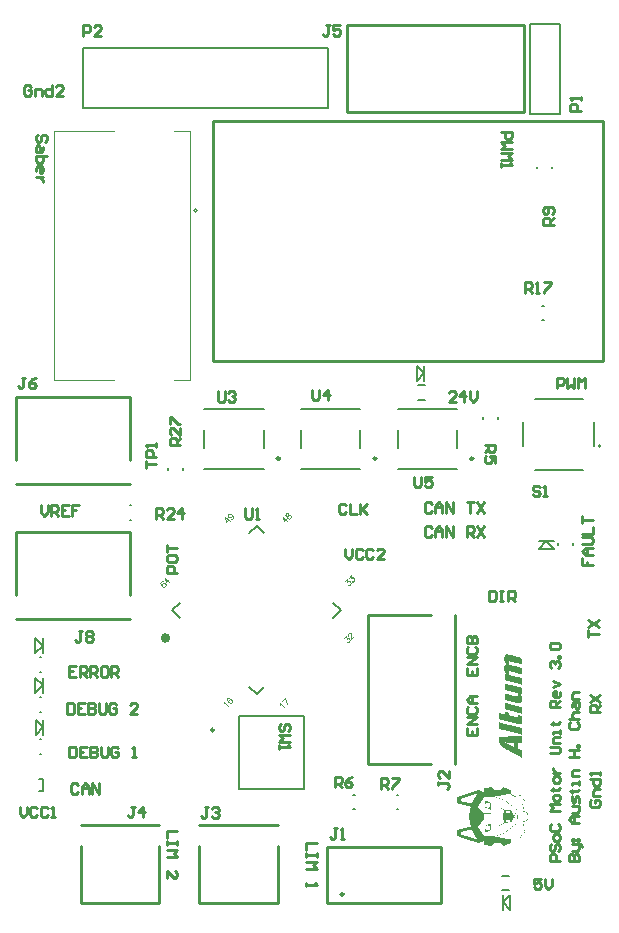
<source format=gto>
G04*
G04 #@! TF.GenerationSoftware,Altium Limited,Altium Designer,19.0.15 (446)*
G04*
G04 Layer_Color=65535*
%FSLAX25Y25*%
%MOIN*%
G70*
G01*
G75*
%ADD10C,0.01000*%
%ADD11C,0.00787*%
%ADD12C,0.00984*%
%ADD13C,0.01575*%
%ADD14C,0.00394*%
%ADD15C,0.00500*%
G36*
X165597Y87691D02*
X165942D01*
Y87622D01*
X166011D01*
Y87691D01*
X166081D01*
Y87622D01*
X166150D01*
Y87691D01*
X166219D01*
Y87622D01*
X166288D01*
Y87553D01*
X166634D01*
Y87484D01*
X166703D01*
Y87553D01*
X166772D01*
Y87484D01*
X166979D01*
Y87415D01*
X167048D01*
Y87346D01*
X167118D01*
Y87415D01*
X167187D01*
Y87346D01*
X167394D01*
Y87277D01*
X167740D01*
Y87207D01*
X167809D01*
Y87277D01*
X167878D01*
Y87207D01*
X168085D01*
Y87138D01*
X168154D01*
Y87069D01*
X168224D01*
Y87138D01*
X168293D01*
Y87069D01*
X168500D01*
Y87000D01*
X168846D01*
Y86931D01*
X168915D01*
Y87000D01*
X168984D01*
Y86931D01*
X169053D01*
Y86862D01*
X169260D01*
Y86793D01*
X169330D01*
Y86862D01*
X169399D01*
Y86793D01*
X169606D01*
Y86724D01*
X169675D01*
Y86654D01*
X169744D01*
Y86724D01*
X169813D01*
Y86585D01*
X169952D01*
Y86516D01*
X170021D01*
Y86447D01*
X170090D01*
Y86378D01*
X170159D01*
Y86309D01*
X170228D01*
Y86101D01*
X170297D01*
Y86032D01*
X170366D01*
Y85825D01*
X170436D01*
Y85756D01*
X170366D01*
Y85687D01*
X170436D01*
Y85479D01*
X170505D01*
Y85410D01*
X170436D01*
Y85341D01*
X170505D01*
Y85272D01*
X170436D01*
Y85203D01*
X170505D01*
Y85134D01*
X170436D01*
Y85065D01*
X170505D01*
Y84995D01*
X170436D01*
Y84926D01*
X170505D01*
Y84857D01*
X170436D01*
Y84788D01*
X170505D01*
Y84719D01*
X170436D01*
Y84650D01*
X170505D01*
Y84581D01*
X170436D01*
Y84512D01*
X170505D01*
Y84442D01*
X170297D01*
Y84512D01*
X170228D01*
Y84442D01*
X170159D01*
Y84512D01*
X169952D01*
Y84581D01*
X169744D01*
Y84650D01*
X169675D01*
Y84581D01*
X169606D01*
Y84650D01*
X169399D01*
Y84719D01*
X169191D01*
Y84788D01*
X169122D01*
Y84719D01*
X169053D01*
Y84788D01*
X168846D01*
Y84857D01*
X168638D01*
Y84926D01*
X168569D01*
Y84857D01*
X168500D01*
Y84926D01*
X168293D01*
Y84995D01*
X168085D01*
Y85065D01*
X168016D01*
Y84995D01*
X167947D01*
Y85065D01*
X167740D01*
Y85134D01*
X167532D01*
Y85203D01*
X167463D01*
Y85134D01*
X167394D01*
Y85203D01*
X167187D01*
Y85272D01*
X166979D01*
Y85341D01*
X166910D01*
Y85272D01*
X166841D01*
Y85341D01*
X166634D01*
Y85410D01*
X166288D01*
Y85341D01*
X166081D01*
Y85134D01*
X166011D01*
Y84926D01*
X165942D01*
Y84857D01*
X166011D01*
Y84650D01*
X166081D01*
Y84442D01*
X166150D01*
Y84373D01*
X166219D01*
Y84304D01*
X166288D01*
Y84235D01*
X166357D01*
Y84166D01*
X166426D01*
Y84235D01*
X166495D01*
Y84166D01*
X166634D01*
Y84097D01*
X166772D01*
Y84028D01*
X166841D01*
Y84097D01*
X166910D01*
Y84028D01*
X167118D01*
Y83958D01*
X167463D01*
Y83889D01*
X167532D01*
Y83958D01*
X167601D01*
Y83889D01*
X167671D01*
Y83820D01*
X167878D01*
Y83751D01*
X167947D01*
Y83820D01*
X168016D01*
Y83751D01*
X168224D01*
Y83682D01*
X168569D01*
Y83613D01*
X168638D01*
Y83682D01*
X168707D01*
Y83613D01*
X168777D01*
Y83544D01*
X168984D01*
Y83475D01*
X169053D01*
Y83544D01*
X169122D01*
Y83475D01*
X169330D01*
Y83405D01*
X169537D01*
Y83336D01*
X169606D01*
Y83405D01*
X169675D01*
Y83336D01*
X169744D01*
Y83405D01*
X169813D01*
Y83336D01*
X169883D01*
Y83267D01*
X170090D01*
Y83198D01*
X170159D01*
Y83267D01*
X170228D01*
Y83198D01*
X170436D01*
Y83129D01*
X170505D01*
Y83060D01*
X170436D01*
Y82991D01*
X170505D01*
Y82922D01*
X170436D01*
Y82852D01*
X170505D01*
Y82783D01*
X170436D01*
Y82714D01*
X170505D01*
Y82645D01*
X170436D01*
Y82576D01*
X170505D01*
Y82507D01*
X170436D01*
Y82438D01*
X170505D01*
Y82368D01*
X170436D01*
Y82299D01*
X170505D01*
Y82230D01*
X170436D01*
Y82161D01*
X170505D01*
Y82092D01*
X170436D01*
Y82023D01*
X170505D01*
Y81954D01*
X170436D01*
Y81885D01*
X170505D01*
Y81815D01*
X170436D01*
Y81746D01*
X170505D01*
Y81677D01*
X170436D01*
Y81608D01*
X170505D01*
Y81539D01*
X170436D01*
Y81470D01*
X170505D01*
Y81401D01*
X170436D01*
Y81332D01*
X170505D01*
Y81262D01*
X170436D01*
Y81193D01*
X170505D01*
Y81124D01*
X170436D01*
Y81055D01*
X170228D01*
Y81124D01*
X170021D01*
Y81193D01*
X169952D01*
Y81124D01*
X169883D01*
Y81193D01*
X169675D01*
Y81262D01*
X169468D01*
Y81332D01*
X169399D01*
Y81262D01*
X169330D01*
Y81332D01*
X169122D01*
Y81401D01*
X168915D01*
Y81470D01*
X168846D01*
Y81401D01*
X168777D01*
Y81470D01*
X168569D01*
Y81539D01*
X168362D01*
Y81608D01*
X168293D01*
Y81539D01*
X168224D01*
Y81608D01*
X168016D01*
Y81677D01*
X167809D01*
Y81746D01*
X167740D01*
Y81677D01*
X167671D01*
Y81746D01*
X167463D01*
Y81815D01*
X167256D01*
Y81885D01*
X167187D01*
Y81815D01*
X167118D01*
Y81885D01*
X166910D01*
Y81954D01*
X166703D01*
Y82023D01*
X166634D01*
Y81954D01*
X166565D01*
Y82023D01*
X166495D01*
Y81954D01*
X166426D01*
Y82023D01*
X166219D01*
Y81954D01*
X166150D01*
Y82023D01*
X166081D01*
Y81954D01*
X166150D01*
Y81885D01*
X166081D01*
Y81815D01*
X166011D01*
Y81608D01*
X165942D01*
Y81539D01*
X166011D01*
Y81470D01*
X165942D01*
Y81401D01*
X166011D01*
Y81332D01*
X166081D01*
Y81262D01*
X166011D01*
Y81193D01*
X166081D01*
Y81124D01*
X166150D01*
Y81055D01*
X166219D01*
Y80986D01*
X166288D01*
Y80917D01*
X166357D01*
Y80848D01*
X166495D01*
Y80779D01*
X166634D01*
Y80709D01*
X166703D01*
Y80779D01*
X166772D01*
Y80709D01*
X166979D01*
Y80640D01*
X167187D01*
Y80571D01*
X167256D01*
Y80640D01*
X167325D01*
Y80571D01*
X167532D01*
Y80502D01*
X167740D01*
Y80433D01*
X167809D01*
Y80502D01*
X167878D01*
Y80433D01*
X168085D01*
Y80364D01*
X168293D01*
Y80295D01*
X168362D01*
Y80364D01*
X168431D01*
Y80295D01*
X168638D01*
Y80226D01*
X168846D01*
Y80156D01*
X168915D01*
Y80226D01*
X168984D01*
Y80156D01*
X169191D01*
Y80087D01*
X169399D01*
Y80018D01*
X169468D01*
Y80087D01*
X169537D01*
Y80018D01*
X169744D01*
Y79949D01*
X169952D01*
Y79880D01*
X170021D01*
Y79949D01*
X170090D01*
Y79880D01*
X170297D01*
Y79811D01*
X170505D01*
Y79742D01*
X170436D01*
Y79673D01*
X170505D01*
Y79603D01*
X170436D01*
Y79534D01*
X170505D01*
Y79465D01*
X170436D01*
Y79396D01*
X170505D01*
Y79327D01*
X170436D01*
Y79258D01*
X170505D01*
Y79189D01*
X170436D01*
Y79120D01*
X170505D01*
Y79050D01*
X170436D01*
Y78981D01*
X170505D01*
Y78912D01*
X170436D01*
Y78843D01*
X170505D01*
Y78774D01*
X170436D01*
Y78705D01*
X170505D01*
Y78636D01*
X170436D01*
Y78567D01*
X170505D01*
Y78497D01*
X170436D01*
Y78428D01*
X170505D01*
Y78359D01*
X170436D01*
Y78290D01*
X170505D01*
Y78221D01*
X170436D01*
Y78152D01*
X170505D01*
Y78083D01*
X170436D01*
Y78014D01*
X170505D01*
Y77944D01*
X170436D01*
Y77875D01*
X170505D01*
Y77806D01*
X170436D01*
Y77737D01*
X170366D01*
Y77668D01*
X170297D01*
Y77737D01*
X170228D01*
Y77668D01*
X170159D01*
Y77737D01*
X169952D01*
Y77806D01*
X169744D01*
Y77875D01*
X169468D01*
Y77944D01*
X169191D01*
Y78014D01*
X169122D01*
Y77944D01*
X169053D01*
Y78014D01*
X168846D01*
Y78083D01*
X168638D01*
Y78152D01*
X168362D01*
Y78221D01*
X168224D01*
Y78290D01*
X168154D01*
Y78221D01*
X168085D01*
Y78290D01*
X168016D01*
Y78221D01*
X167947D01*
Y78290D01*
X167740D01*
Y78359D01*
X167532D01*
Y78428D01*
X167256D01*
Y78497D01*
X166979D01*
Y78567D01*
X166910D01*
Y78497D01*
X166841D01*
Y78567D01*
X166772D01*
Y78636D01*
X166703D01*
Y78567D01*
X166634D01*
Y78636D01*
X166426D01*
Y78705D01*
X166150D01*
Y78774D01*
X166011D01*
Y78843D01*
X165942D01*
Y78774D01*
X165873D01*
Y78843D01*
X165804D01*
Y78774D01*
X165735D01*
Y78843D01*
X165666D01*
Y78912D01*
X165597D01*
Y78843D01*
X165528D01*
Y78912D01*
X165320D01*
Y78981D01*
X165044D01*
Y79050D01*
X164905D01*
Y79120D01*
X164836D01*
Y79050D01*
X164767D01*
Y79120D01*
X164698D01*
Y79189D01*
X164767D01*
Y79258D01*
X164698D01*
Y79327D01*
X164767D01*
Y79396D01*
X164698D01*
Y79465D01*
X164767D01*
Y79534D01*
X164698D01*
Y79603D01*
X164767D01*
Y79673D01*
X164698D01*
Y79742D01*
X164767D01*
Y79811D01*
X164698D01*
Y79880D01*
X164767D01*
Y79949D01*
X164698D01*
Y80018D01*
X164767D01*
Y80087D01*
X164698D01*
Y80156D01*
X164767D01*
Y80226D01*
X164698D01*
Y80295D01*
X164767D01*
Y80364D01*
X164698D01*
Y80433D01*
X164767D01*
Y80502D01*
X164698D01*
Y80571D01*
X164767D01*
Y80640D01*
X164698D01*
Y80709D01*
X164767D01*
Y80779D01*
X164698D01*
Y80848D01*
X164767D01*
Y80917D01*
X164698D01*
Y80986D01*
X164767D01*
Y81055D01*
X164698D01*
Y81124D01*
X164767D01*
Y81193D01*
X164698D01*
Y81262D01*
X164905D01*
Y81193D01*
X164975D01*
Y81124D01*
X165044D01*
Y81193D01*
X165113D01*
Y81124D01*
X165320D01*
Y81193D01*
X165251D01*
Y81262D01*
X165182D01*
Y81332D01*
X165113D01*
Y81401D01*
X165044D01*
Y81539D01*
X164905D01*
Y81746D01*
X164836D01*
Y81815D01*
X164767D01*
Y82023D01*
X164698D01*
Y82092D01*
X164629D01*
Y82161D01*
X164698D01*
Y82230D01*
X164629D01*
Y82576D01*
X164560D01*
Y82645D01*
X164629D01*
Y82714D01*
X164560D01*
Y83198D01*
X164629D01*
Y83267D01*
X164560D01*
Y83336D01*
X164629D01*
Y83405D01*
X164560D01*
Y83475D01*
X164629D01*
Y83682D01*
X164698D01*
Y83751D01*
X164629D01*
Y83820D01*
X164698D01*
Y83889D01*
X164767D01*
Y84028D01*
X164905D01*
Y84166D01*
X165044D01*
Y84235D01*
X165113D01*
Y84304D01*
X165182D01*
Y84373D01*
X165251D01*
Y84304D01*
X165320D01*
Y84373D01*
X165389D01*
Y84304D01*
X165458D01*
Y84373D01*
X165389D01*
Y84442D01*
X165320D01*
Y84512D01*
X165251D01*
Y84581D01*
X165182D01*
Y84650D01*
X165113D01*
Y84719D01*
X165044D01*
Y84857D01*
X164905D01*
Y85065D01*
X164836D01*
Y85134D01*
X164767D01*
Y85341D01*
X164698D01*
Y85548D01*
X164629D01*
Y85894D01*
X164560D01*
Y85963D01*
X164629D01*
Y86032D01*
X164560D01*
Y86516D01*
X164629D01*
Y86585D01*
X164560D01*
Y86654D01*
X164629D01*
Y86724D01*
X164560D01*
Y86793D01*
X164629D01*
Y87000D01*
X164698D01*
Y87069D01*
X164629D01*
Y87138D01*
X164698D01*
Y87207D01*
X164767D01*
Y87415D01*
X164836D01*
Y87484D01*
X164905D01*
Y87553D01*
X165044D01*
Y87622D01*
X165182D01*
Y87691D01*
X165528D01*
Y87760D01*
X165597D01*
Y87691D01*
D02*
G37*
G36*
X164975Y77944D02*
X165182D01*
Y77875D01*
X165528D01*
Y77806D01*
X165597D01*
Y77875D01*
X165666D01*
Y77806D01*
X165735D01*
Y77737D01*
X165942D01*
Y77668D01*
X166011D01*
Y77737D01*
X166081D01*
Y77668D01*
X166288D01*
Y77599D01*
X166634D01*
Y77530D01*
X166703D01*
Y77599D01*
X166772D01*
Y77530D01*
X166841D01*
Y77461D01*
X167048D01*
Y77391D01*
X167118D01*
Y77461D01*
X167187D01*
Y77391D01*
X167394D01*
Y77322D01*
X167740D01*
Y77253D01*
X167809D01*
Y77322D01*
X167878D01*
Y77253D01*
X168085D01*
Y77184D01*
X168154D01*
Y77115D01*
X168224D01*
Y77184D01*
X168293D01*
Y77115D01*
X168500D01*
Y77046D01*
X168846D01*
Y76977D01*
X168915D01*
Y77046D01*
X168984D01*
Y76977D01*
X169053D01*
Y76908D01*
X169260D01*
Y76838D01*
X169330D01*
Y76908D01*
X169399D01*
Y76838D01*
X169606D01*
Y76769D01*
X169952D01*
Y76700D01*
X170021D01*
Y76769D01*
X170090D01*
Y76700D01*
X170297D01*
Y76631D01*
X170366D01*
Y76562D01*
X170436D01*
Y76493D01*
X170505D01*
Y76424D01*
X170436D01*
Y76355D01*
X170505D01*
Y76285D01*
X170436D01*
Y76216D01*
X170505D01*
Y76147D01*
X170436D01*
Y76078D01*
X170505D01*
Y76009D01*
X170436D01*
Y75940D01*
X170505D01*
Y75871D01*
X170436D01*
Y75801D01*
X170505D01*
Y75732D01*
X170436D01*
Y75663D01*
X170505D01*
Y75594D01*
X170436D01*
Y75525D01*
X170505D01*
Y75456D01*
X170436D01*
Y75387D01*
X170505D01*
Y75318D01*
X170436D01*
Y75248D01*
X170505D01*
Y75179D01*
X170436D01*
Y75110D01*
X170505D01*
Y75041D01*
X170436D01*
Y74972D01*
X170505D01*
Y74903D01*
X170436D01*
Y74834D01*
X170505D01*
Y74765D01*
X170436D01*
Y74695D01*
X170505D01*
Y74626D01*
X170436D01*
Y74557D01*
X170505D01*
Y74488D01*
X170297D01*
Y74557D01*
X170228D01*
Y74488D01*
X170159D01*
Y74557D01*
X169952D01*
Y74626D01*
X169813D01*
Y74557D01*
X169883D01*
Y74488D01*
X169952D01*
Y74419D01*
X170021D01*
Y74350D01*
X170090D01*
Y74212D01*
X170159D01*
Y74142D01*
X170228D01*
Y74073D01*
X170297D01*
Y74004D01*
X170366D01*
Y73797D01*
X170436D01*
Y73728D01*
X170505D01*
Y73382D01*
X170574D01*
Y73175D01*
X170643D01*
Y73106D01*
X170574D01*
Y73036D01*
X170643D01*
Y72967D01*
X170574D01*
Y72898D01*
X170643D01*
Y72829D01*
X170574D01*
Y72760D01*
X170643D01*
Y72691D01*
X170574D01*
Y72622D01*
X170643D01*
Y72553D01*
X170574D01*
Y72483D01*
X170643D01*
Y72414D01*
X170574D01*
Y72207D01*
X170505D01*
Y72000D01*
X170436D01*
Y71930D01*
X170505D01*
Y71861D01*
X170436D01*
Y71792D01*
X170366D01*
Y71723D01*
X170297D01*
Y71654D01*
X170228D01*
Y71585D01*
X170159D01*
Y71516D01*
X170090D01*
Y71447D01*
X170021D01*
Y71516D01*
X169952D01*
Y71447D01*
X169883D01*
Y71377D01*
X169260D01*
Y71447D01*
X168915D01*
Y71516D01*
X168638D01*
Y71585D01*
X168362D01*
Y71654D01*
X168293D01*
Y71585D01*
X168224D01*
Y71654D01*
X168154D01*
Y71723D01*
X168085D01*
Y71654D01*
X168016D01*
Y71723D01*
X167809D01*
Y71792D01*
X167532D01*
Y71861D01*
X167394D01*
Y71930D01*
X167325D01*
Y71861D01*
X167256D01*
Y71930D01*
X167187D01*
Y71861D01*
X167118D01*
Y71930D01*
X167048D01*
Y72000D01*
X166979D01*
Y71930D01*
X166910D01*
Y72000D01*
X166703D01*
Y72069D01*
X166426D01*
Y72138D01*
X166150D01*
Y72207D01*
X166081D01*
Y72138D01*
X166011D01*
Y72207D01*
X165942D01*
Y72276D01*
X165873D01*
Y72207D01*
X165804D01*
Y72276D01*
X165597D01*
Y72345D01*
X165320D01*
Y72414D01*
X165182D01*
Y72483D01*
X165113D01*
Y72414D01*
X165044D01*
Y72483D01*
X164975D01*
Y72414D01*
X164905D01*
Y72483D01*
X164836D01*
Y72553D01*
X164767D01*
Y72622D01*
X164698D01*
Y72691D01*
X164767D01*
Y72760D01*
X164698D01*
Y72829D01*
X164767D01*
Y72898D01*
X164698D01*
Y72967D01*
X164767D01*
Y73036D01*
X164698D01*
Y73106D01*
X164767D01*
Y73175D01*
X164698D01*
Y73244D01*
X164767D01*
Y73313D01*
X164698D01*
Y73382D01*
X164767D01*
Y73451D01*
X164698D01*
Y73520D01*
X164767D01*
Y73589D01*
X164698D01*
Y73659D01*
X164767D01*
Y73728D01*
X164698D01*
Y73797D01*
X164767D01*
Y73866D01*
X164698D01*
Y73935D01*
X164767D01*
Y74004D01*
X164698D01*
Y74073D01*
X164767D01*
Y74142D01*
X164698D01*
Y74212D01*
X164767D01*
Y74281D01*
X164698D01*
Y74350D01*
X164767D01*
Y74419D01*
X164698D01*
Y74488D01*
X164767D01*
Y74557D01*
X164698D01*
Y74626D01*
X164767D01*
Y74695D01*
X164836D01*
Y74626D01*
X165044D01*
Y74557D01*
X165251D01*
Y74488D01*
X165320D01*
Y74557D01*
X165389D01*
Y74488D01*
X165597D01*
Y74419D01*
X165804D01*
Y74350D01*
X165873D01*
Y74419D01*
X165942D01*
Y74350D01*
X166150D01*
Y74281D01*
X166357D01*
Y74212D01*
X166426D01*
Y74281D01*
X166495D01*
Y74212D01*
X166703D01*
Y74142D01*
X166910D01*
Y74073D01*
X166979D01*
Y74142D01*
X167048D01*
Y74073D01*
X167256D01*
Y74004D01*
X167463D01*
Y73935D01*
X167532D01*
Y74004D01*
X167601D01*
Y73935D01*
X167809D01*
Y73866D01*
X168016D01*
Y73797D01*
X168085D01*
Y73866D01*
X168154D01*
Y73797D01*
X168362D01*
Y73728D01*
X168569D01*
Y73659D01*
X168638D01*
Y73728D01*
X168707D01*
Y73659D01*
X168777D01*
Y73728D01*
X168846D01*
Y73659D01*
X168915D01*
Y73728D01*
X169053D01*
Y73797D01*
X169122D01*
Y73935D01*
X169191D01*
Y74419D01*
X169122D01*
Y74488D01*
X169191D01*
Y74557D01*
X169122D01*
Y74626D01*
X169053D01*
Y74695D01*
X168984D01*
Y74765D01*
X168915D01*
Y74834D01*
X168707D01*
Y74903D01*
X168638D01*
Y74972D01*
X168569D01*
Y74903D01*
X168500D01*
Y74972D01*
X168293D01*
Y75041D01*
X168085D01*
Y75110D01*
X168016D01*
Y75041D01*
X167947D01*
Y75110D01*
X167740D01*
Y75179D01*
X167532D01*
Y75248D01*
X167463D01*
Y75179D01*
X167394D01*
Y75248D01*
X167187D01*
Y75318D01*
X166979D01*
Y75387D01*
X166910D01*
Y75318D01*
X166841D01*
Y75387D01*
X166634D01*
Y75456D01*
X166426D01*
Y75525D01*
X166357D01*
Y75456D01*
X166288D01*
Y75525D01*
X166081D01*
Y75594D01*
X165873D01*
Y75663D01*
X165804D01*
Y75594D01*
X165735D01*
Y75663D01*
X165528D01*
Y75732D01*
X165320D01*
Y75801D01*
X165251D01*
Y75732D01*
X165182D01*
Y75801D01*
X164975D01*
Y75871D01*
X164767D01*
Y75940D01*
X164698D01*
Y76009D01*
X164767D01*
Y76078D01*
X164698D01*
Y76147D01*
X164767D01*
Y76216D01*
X164698D01*
Y76285D01*
X164767D01*
Y76355D01*
X164698D01*
Y76424D01*
X164767D01*
Y76493D01*
X164698D01*
Y76562D01*
X164767D01*
Y76631D01*
X164698D01*
Y76700D01*
X164767D01*
Y76769D01*
X164698D01*
Y76838D01*
X164767D01*
Y76908D01*
X164698D01*
Y76977D01*
X164767D01*
Y77046D01*
X164698D01*
Y77115D01*
X164767D01*
Y77184D01*
X164698D01*
Y77253D01*
X164767D01*
Y77322D01*
X164698D01*
Y77391D01*
X164767D01*
Y77461D01*
X164698D01*
Y77530D01*
X164767D01*
Y77599D01*
X164698D01*
Y77668D01*
X164767D01*
Y77737D01*
X164698D01*
Y77806D01*
X164767D01*
Y77875D01*
X164698D01*
Y77944D01*
X164767D01*
Y78014D01*
X164836D01*
Y77944D01*
X164905D01*
Y78014D01*
X164975D01*
Y77944D01*
D02*
G37*
G36*
X170505Y76562D02*
X170436D01*
Y76631D01*
X170505D01*
Y76562D01*
D02*
G37*
G36*
X165113Y71447D02*
X165320D01*
Y71377D01*
X165528D01*
Y71308D01*
X165597D01*
Y71377D01*
X165666D01*
Y71308D01*
X165873D01*
Y71239D01*
X166081D01*
Y71170D01*
X166150D01*
Y71239D01*
X166219D01*
Y71170D01*
X166426D01*
Y71101D01*
X166634D01*
Y71032D01*
X166703D01*
Y71101D01*
X166772D01*
Y71032D01*
X166979D01*
Y70963D01*
X167187D01*
Y70894D01*
X167256D01*
Y70963D01*
X167325D01*
Y70894D01*
X167532D01*
Y70824D01*
X167740D01*
Y70755D01*
X167809D01*
Y70824D01*
X167878D01*
Y70755D01*
X168085D01*
Y70686D01*
X168293D01*
Y70617D01*
X168362D01*
Y70686D01*
X168431D01*
Y70617D01*
X168638D01*
Y70548D01*
X168846D01*
Y70479D01*
X168915D01*
Y70548D01*
X168984D01*
Y70479D01*
X169191D01*
Y70410D01*
X169399D01*
Y70341D01*
X169468D01*
Y70410D01*
X169537D01*
Y70341D01*
X169744D01*
Y70271D01*
X169952D01*
Y70202D01*
X170021D01*
Y70271D01*
X170090D01*
Y70202D01*
X170159D01*
Y70133D01*
X170505D01*
Y70064D01*
X170436D01*
Y69995D01*
X170505D01*
Y69926D01*
X170436D01*
Y69857D01*
X170505D01*
Y69788D01*
X170436D01*
Y69718D01*
X170505D01*
Y69649D01*
X170436D01*
Y69580D01*
X170505D01*
Y69511D01*
X170436D01*
Y69442D01*
X170505D01*
Y69373D01*
X170436D01*
Y69304D01*
X170505D01*
Y69235D01*
X170436D01*
Y69165D01*
X170505D01*
Y69096D01*
X170436D01*
Y69027D01*
X170505D01*
Y68958D01*
X170436D01*
Y68889D01*
X170505D01*
Y68820D01*
X170436D01*
Y68751D01*
X170505D01*
Y68682D01*
X170436D01*
Y68612D01*
X170505D01*
Y68543D01*
X170436D01*
Y68474D01*
X170505D01*
Y68405D01*
X170436D01*
Y68336D01*
X170505D01*
Y68267D01*
X170436D01*
Y68198D01*
X170505D01*
Y68129D01*
X170436D01*
Y68059D01*
X170505D01*
Y67990D01*
X170297D01*
Y68059D01*
X170228D01*
Y67990D01*
X170159D01*
Y68059D01*
X169952D01*
Y68129D01*
X169744D01*
Y68198D01*
X169468D01*
Y68267D01*
X169191D01*
Y68336D01*
X169122D01*
Y68267D01*
X169053D01*
Y68336D01*
X168846D01*
Y68405D01*
X168638D01*
Y68474D01*
X168362D01*
Y68543D01*
X168085D01*
Y68612D01*
X168016D01*
Y68543D01*
X167947D01*
Y68612D01*
X167740D01*
Y68682D01*
X167532D01*
Y68751D01*
X167463D01*
Y68682D01*
X167394D01*
Y68751D01*
X167256D01*
Y68820D01*
X166979D01*
Y68889D01*
X166910D01*
Y68820D01*
X166841D01*
Y68889D01*
X166634D01*
Y68958D01*
X166426D01*
Y69027D01*
X166150D01*
Y69096D01*
X165873D01*
Y69165D01*
X165804D01*
Y69096D01*
X165735D01*
Y69165D01*
X165528D01*
Y69235D01*
X165320D01*
Y69304D01*
X165251D01*
Y69235D01*
X165182D01*
Y69304D01*
X165044D01*
Y69373D01*
X164767D01*
Y69442D01*
X164698D01*
Y69511D01*
X164767D01*
Y69580D01*
X164698D01*
Y69649D01*
X164767D01*
Y69718D01*
X164698D01*
Y69788D01*
X164767D01*
Y69857D01*
X164698D01*
Y69926D01*
X164767D01*
Y69995D01*
X164698D01*
Y70064D01*
X164767D01*
Y70133D01*
X164698D01*
Y70202D01*
X164767D01*
Y70271D01*
X164698D01*
Y70341D01*
X164767D01*
Y70410D01*
X164698D01*
Y70479D01*
X164767D01*
Y70548D01*
X164698D01*
Y70617D01*
X164767D01*
Y70686D01*
X164698D01*
Y70755D01*
X164767D01*
Y70824D01*
X164698D01*
Y70894D01*
X164767D01*
Y70963D01*
X164698D01*
Y71032D01*
X164767D01*
Y71101D01*
X164698D01*
Y71170D01*
X164767D01*
Y71239D01*
X164698D01*
Y71308D01*
X164767D01*
Y71377D01*
X164698D01*
Y71447D01*
X164767D01*
Y71516D01*
X164975D01*
Y71447D01*
X165044D01*
Y71516D01*
X165113D01*
Y71447D01*
D02*
G37*
G36*
X164975Y68543D02*
X165182D01*
Y68474D01*
X165389D01*
Y68405D01*
X165458D01*
Y68474D01*
X165528D01*
Y68405D01*
X165735D01*
Y68336D01*
X165942D01*
Y68267D01*
X166011D01*
Y67783D01*
X165942D01*
Y67714D01*
X166011D01*
Y67368D01*
X166219D01*
Y67299D01*
X166288D01*
Y67368D01*
X166357D01*
Y67299D01*
X166565D01*
Y67230D01*
X166772D01*
Y67161D01*
X166841D01*
Y67230D01*
X166910D01*
Y67161D01*
X167118D01*
Y67092D01*
X167325D01*
Y67023D01*
X167394D01*
Y67092D01*
X167463D01*
Y67023D01*
X167671D01*
Y66953D01*
X167878D01*
Y66884D01*
X167947D01*
Y66953D01*
X168016D01*
Y66884D01*
X168224D01*
Y66815D01*
X168431D01*
Y66746D01*
X168500D01*
Y66815D01*
X168569D01*
Y66746D01*
X168777D01*
Y66677D01*
X168846D01*
Y66746D01*
X168915D01*
Y66677D01*
X168984D01*
Y66746D01*
X169053D01*
Y66815D01*
X169122D01*
Y66884D01*
X169191D01*
Y67506D01*
X169260D01*
Y67437D01*
X169330D01*
Y67506D01*
X169399D01*
Y67437D01*
X169606D01*
Y67368D01*
X169813D01*
Y67299D01*
X169883D01*
Y67368D01*
X169952D01*
Y67299D01*
X170159D01*
Y67230D01*
X170366D01*
Y67161D01*
X170436D01*
Y67092D01*
X170505D01*
Y65225D01*
X170436D01*
Y65156D01*
X170505D01*
Y65087D01*
X170436D01*
Y65018D01*
X170366D01*
Y64949D01*
X170436D01*
Y64880D01*
X170366D01*
Y64672D01*
X170297D01*
Y64603D01*
X170228D01*
Y64534D01*
X170090D01*
Y64465D01*
X169952D01*
Y64396D01*
X169883D01*
Y64465D01*
X169813D01*
Y64396D01*
X169606D01*
Y64465D01*
X169537D01*
Y64396D01*
X169468D01*
Y64465D01*
X169399D01*
Y64396D01*
X169330D01*
Y64465D01*
X169122D01*
Y64534D01*
X168915D01*
Y64603D01*
X168846D01*
Y64534D01*
X168777D01*
Y64603D01*
X168707D01*
Y64534D01*
X168638D01*
Y64603D01*
X168569D01*
Y64672D01*
X168362D01*
Y64741D01*
X168293D01*
Y64672D01*
X168224D01*
Y64741D01*
X168016D01*
Y64811D01*
X167809D01*
Y64880D01*
X167740D01*
Y64811D01*
X167671D01*
Y64880D01*
X167463D01*
Y64949D01*
X167256D01*
Y65018D01*
X167187D01*
Y64949D01*
X167118D01*
Y65018D01*
X166910D01*
Y65087D01*
X166703D01*
Y65156D01*
X166634D01*
Y65087D01*
X166565D01*
Y65156D01*
X166357D01*
Y65225D01*
X166150D01*
Y65294D01*
X166081D01*
Y65225D01*
X166011D01*
Y65294D01*
X165804D01*
Y65364D01*
X165597D01*
Y65433D01*
X165528D01*
Y65364D01*
X165458D01*
Y65433D01*
X165251D01*
Y65502D01*
X165044D01*
Y65571D01*
X164975D01*
Y65502D01*
X164905D01*
Y65571D01*
X164698D01*
Y65640D01*
X164491D01*
Y65709D01*
X164422D01*
Y65640D01*
X164352D01*
Y65709D01*
X164145D01*
Y65778D01*
X163938D01*
Y65847D01*
X163869D01*
Y65778D01*
X163799D01*
Y65847D01*
X163592D01*
Y65917D01*
X163385D01*
Y65986D01*
X163315D01*
Y65917D01*
X163246D01*
Y65986D01*
X163039D01*
Y66055D01*
X162970D01*
Y68198D01*
X163039D01*
Y68129D01*
X163108D01*
Y68198D01*
X163177D01*
Y68129D01*
X163385D01*
Y68059D01*
X163454D01*
Y67990D01*
X163523D01*
Y68059D01*
X163592D01*
Y67990D01*
X163799D01*
Y67921D01*
X164007D01*
Y67852D01*
X164076D01*
Y67921D01*
X164145D01*
Y67852D01*
X164214D01*
Y67921D01*
X164283D01*
Y67852D01*
X164352D01*
Y67783D01*
X164560D01*
Y67714D01*
X164629D01*
Y67783D01*
X164698D01*
Y67714D01*
X164767D01*
Y67783D01*
X164698D01*
Y67852D01*
X164767D01*
Y67921D01*
X164698D01*
Y67990D01*
X164767D01*
Y68059D01*
X164698D01*
Y68129D01*
X164767D01*
Y68198D01*
X164698D01*
Y68267D01*
X164767D01*
Y68336D01*
X164698D01*
Y68405D01*
X164767D01*
Y68474D01*
X164698D01*
Y68543D01*
X164767D01*
Y68612D01*
X164836D01*
Y68543D01*
X164905D01*
Y68612D01*
X164975D01*
Y68543D01*
D02*
G37*
G36*
X170505Y67161D02*
X170436D01*
Y67230D01*
X170505D01*
Y67161D01*
D02*
G37*
G36*
X163177Y64949D02*
X163246D01*
Y64880D01*
X163315D01*
Y64949D01*
X163385D01*
Y64880D01*
X163592D01*
Y64811D01*
X163661D01*
Y64880D01*
X163730D01*
Y64811D01*
X163938D01*
Y64741D01*
X164145D01*
Y64672D01*
X164214D01*
Y64741D01*
X164283D01*
Y64672D01*
X164491D01*
Y64603D01*
X164698D01*
Y64534D01*
X164767D01*
Y64603D01*
X164836D01*
Y64534D01*
X165044D01*
Y64465D01*
X165251D01*
Y64396D01*
X165320D01*
Y64465D01*
X165389D01*
Y64396D01*
X165458D01*
Y64327D01*
X165804D01*
Y64258D01*
X165873D01*
Y64327D01*
X165942D01*
Y64258D01*
X166150D01*
Y64188D01*
X166357D01*
Y64119D01*
X166426D01*
Y64188D01*
X166495D01*
Y64119D01*
X166565D01*
Y64050D01*
X166910D01*
Y63981D01*
X166979D01*
Y64050D01*
X167048D01*
Y63981D01*
X167256D01*
Y63912D01*
X167463D01*
Y63843D01*
X167532D01*
Y63912D01*
X167601D01*
Y63843D01*
X167671D01*
Y63774D01*
X168016D01*
Y63704D01*
X168085D01*
Y63774D01*
X168154D01*
Y63704D01*
X168362D01*
Y63635D01*
X168569D01*
Y63566D01*
X168638D01*
Y63635D01*
X168707D01*
Y63566D01*
X168777D01*
Y63497D01*
X169122D01*
Y63428D01*
X169191D01*
Y63497D01*
X169260D01*
Y63428D01*
X169468D01*
Y63359D01*
X169675D01*
Y63290D01*
X169883D01*
Y63221D01*
X170228D01*
Y63151D01*
X170297D01*
Y63221D01*
X170366D01*
Y63151D01*
X170436D01*
Y63082D01*
X170505D01*
Y63013D01*
X170436D01*
Y62944D01*
X170505D01*
Y62875D01*
X170436D01*
Y62806D01*
X170505D01*
Y62737D01*
X170436D01*
Y62668D01*
X170505D01*
Y62598D01*
X170436D01*
Y62529D01*
X170505D01*
Y62460D01*
X170436D01*
Y62391D01*
X170505D01*
Y62322D01*
X170436D01*
Y62253D01*
X170505D01*
Y62184D01*
X170436D01*
Y62115D01*
X170505D01*
Y62045D01*
X170436D01*
Y61976D01*
X170505D01*
Y61907D01*
X170436D01*
Y61838D01*
X170505D01*
Y61769D01*
X170436D01*
Y61700D01*
X170505D01*
Y61631D01*
X170436D01*
Y61562D01*
X170505D01*
Y61492D01*
X170436D01*
Y61423D01*
X170505D01*
Y61354D01*
X170436D01*
Y61285D01*
X170505D01*
Y61216D01*
X170436D01*
Y61147D01*
X170505D01*
Y61078D01*
X170436D01*
Y61009D01*
X170228D01*
Y61078D01*
X170021D01*
Y61147D01*
X169952D01*
Y61078D01*
X169883D01*
Y61147D01*
X169675D01*
Y61216D01*
X169468D01*
Y61285D01*
X169399D01*
Y61216D01*
X169330D01*
Y61285D01*
X169122D01*
Y61354D01*
X168915D01*
Y61423D01*
X168846D01*
Y61354D01*
X168777D01*
Y61423D01*
X168569D01*
Y61492D01*
X168362D01*
Y61562D01*
X168293D01*
Y61492D01*
X168224D01*
Y61562D01*
X168016D01*
Y61631D01*
X167809D01*
Y61700D01*
X167740D01*
Y61631D01*
X167671D01*
Y61700D01*
X167463D01*
Y61769D01*
X167256D01*
Y61838D01*
X167187D01*
Y61769D01*
X167118D01*
Y61838D01*
X166910D01*
Y61907D01*
X166703D01*
Y61976D01*
X166634D01*
Y61907D01*
X166565D01*
Y61976D01*
X166357D01*
Y62045D01*
X166150D01*
Y62115D01*
X166081D01*
Y62045D01*
X166011D01*
Y62115D01*
X165804D01*
Y62184D01*
X165597D01*
Y62253D01*
X165528D01*
Y62184D01*
X165458D01*
Y62253D01*
X165251D01*
Y62322D01*
X165044D01*
Y62391D01*
X164975D01*
Y62322D01*
X164905D01*
Y62391D01*
X164698D01*
Y62460D01*
X164491D01*
Y62529D01*
X164422D01*
Y62460D01*
X164352D01*
Y62529D01*
X164145D01*
Y62598D01*
X163938D01*
Y62668D01*
X163869D01*
Y62598D01*
X163799D01*
Y62668D01*
X163592D01*
Y62737D01*
X163385D01*
Y62806D01*
X163315D01*
Y62737D01*
X163246D01*
Y62806D01*
X163039D01*
Y62875D01*
X162832D01*
Y62944D01*
X162901D01*
Y63013D01*
X162832D01*
Y63082D01*
X162901D01*
Y63151D01*
X162832D01*
Y63221D01*
X162901D01*
Y63290D01*
X162832D01*
Y63359D01*
X162901D01*
Y63428D01*
X162832D01*
Y63497D01*
X162901D01*
Y63566D01*
X162832D01*
Y63635D01*
X162901D01*
Y63704D01*
X162832D01*
Y63774D01*
X162901D01*
Y63843D01*
X162832D01*
Y63912D01*
X162901D01*
Y63981D01*
X162832D01*
Y64050D01*
X162901D01*
Y64119D01*
X162832D01*
Y64188D01*
X162901D01*
Y64258D01*
X162832D01*
Y64327D01*
X162901D01*
Y64396D01*
X162832D01*
Y64465D01*
X162901D01*
Y64534D01*
X162832D01*
Y64603D01*
X162901D01*
Y64672D01*
X162832D01*
Y64741D01*
X162901D01*
Y64811D01*
X162832D01*
Y64880D01*
X162901D01*
Y64949D01*
X162832D01*
Y65018D01*
X163039D01*
Y64949D01*
X163108D01*
Y65018D01*
X163177D01*
Y64949D01*
D02*
G37*
G36*
X170436Y60456D02*
X170505D01*
Y60386D01*
X170436D01*
Y60317D01*
X170505D01*
Y60248D01*
X170436D01*
Y60179D01*
X170505D01*
Y60110D01*
X170436D01*
Y60041D01*
X170505D01*
Y59972D01*
X170436D01*
Y59903D01*
X170505D01*
Y59833D01*
X170436D01*
Y59764D01*
X170505D01*
Y59695D01*
X170436D01*
Y59626D01*
X170505D01*
Y59557D01*
X170436D01*
Y59488D01*
X170505D01*
Y59419D01*
X170436D01*
Y59350D01*
X170505D01*
Y59280D01*
X170436D01*
Y59211D01*
X170505D01*
Y59142D01*
X170436D01*
Y59073D01*
X170505D01*
Y59004D01*
X170436D01*
Y58935D01*
X170505D01*
Y58866D01*
X170436D01*
Y58797D01*
X170505D01*
Y58727D01*
X170436D01*
Y58658D01*
X170505D01*
Y58589D01*
X170436D01*
Y58520D01*
X170505D01*
Y58451D01*
X170436D01*
Y58382D01*
X170505D01*
Y58313D01*
X170436D01*
Y58244D01*
X170505D01*
Y58174D01*
X170436D01*
Y58105D01*
X170366D01*
Y58036D01*
X170297D01*
Y58105D01*
X170228D01*
Y58036D01*
X170159D01*
Y58105D01*
X170090D01*
Y58036D01*
X170021D01*
Y58105D01*
X169952D01*
Y58036D01*
X169883D01*
Y58105D01*
X169260D01*
Y58174D01*
X169191D01*
Y58105D01*
X169122D01*
Y57898D01*
X169191D01*
Y57829D01*
X169122D01*
Y57621D01*
X169191D01*
Y57552D01*
X169122D01*
Y57345D01*
X169191D01*
Y57276D01*
X169122D01*
Y57068D01*
X169191D01*
Y56999D01*
X169122D01*
Y56792D01*
X169191D01*
Y56723D01*
X169122D01*
Y56515D01*
X169191D01*
Y56446D01*
X169122D01*
Y56239D01*
X169191D01*
Y56308D01*
X169260D01*
Y56239D01*
X169330D01*
Y56170D01*
X169537D01*
Y56101D01*
X169606D01*
Y56031D01*
X169813D01*
Y55962D01*
X170021D01*
Y55893D01*
X170090D01*
Y55824D01*
X170159D01*
Y55893D01*
X170228D01*
Y55824D01*
X170297D01*
Y55755D01*
X170505D01*
Y55686D01*
X170436D01*
Y55617D01*
X170505D01*
Y55548D01*
X170436D01*
Y55478D01*
X170505D01*
Y55409D01*
X170436D01*
Y55340D01*
X170505D01*
Y55271D01*
X170436D01*
Y55202D01*
X170505D01*
Y55133D01*
X170436D01*
Y55064D01*
X170505D01*
Y54994D01*
X170436D01*
Y54925D01*
X170505D01*
Y54856D01*
X170436D01*
Y54787D01*
X170505D01*
Y54718D01*
X170436D01*
Y54649D01*
X170505D01*
Y54580D01*
X170436D01*
Y54511D01*
X170505D01*
Y54441D01*
X170436D01*
Y54372D01*
X170505D01*
Y54303D01*
X170436D01*
Y54234D01*
X170505D01*
Y54165D01*
X170436D01*
Y54096D01*
X170505D01*
Y54027D01*
X170436D01*
Y53958D01*
X170505D01*
Y53888D01*
X170436D01*
Y53819D01*
X170505D01*
Y53750D01*
X170436D01*
Y53681D01*
X170505D01*
Y53612D01*
X170436D01*
Y53543D01*
X170505D01*
Y53474D01*
X170436D01*
Y53405D01*
X170505D01*
Y53335D01*
X170436D01*
Y53266D01*
X170366D01*
Y53335D01*
X170297D01*
Y53405D01*
X170228D01*
Y53335D01*
X170159D01*
Y53405D01*
X170090D01*
Y53474D01*
X170021D01*
Y53543D01*
X169813D01*
Y53612D01*
X169744D01*
Y53681D01*
X169606D01*
Y53750D01*
X169468D01*
Y53819D01*
X169399D01*
Y53888D01*
X169191D01*
Y53958D01*
X169122D01*
Y54027D01*
X168915D01*
Y54096D01*
X168846D01*
Y54165D01*
X168777D01*
Y54234D01*
X168707D01*
Y54165D01*
X168638D01*
Y54234D01*
X168569D01*
Y54303D01*
X168500D01*
Y54372D01*
X168431D01*
Y54303D01*
X168362D01*
Y54372D01*
X168293D01*
Y54441D01*
X168224D01*
Y54511D01*
X168016D01*
Y54580D01*
X167947D01*
Y54649D01*
X167809D01*
Y54718D01*
X167671D01*
Y54787D01*
X167532D01*
Y54856D01*
X167394D01*
Y54925D01*
X167256D01*
Y54994D01*
X167118D01*
Y55064D01*
X167048D01*
Y55133D01*
X166979D01*
Y55202D01*
X166910D01*
Y55133D01*
X166841D01*
Y55202D01*
X166772D01*
Y55271D01*
X166703D01*
Y55340D01*
X166634D01*
Y55271D01*
X166565D01*
Y55340D01*
X166495D01*
Y55409D01*
X166426D01*
Y55478D01*
X166219D01*
Y55548D01*
X166150D01*
Y55617D01*
X166011D01*
Y55686D01*
X165873D01*
Y55755D01*
X165735D01*
Y55824D01*
X165597D01*
Y55893D01*
X165458D01*
Y55962D01*
X165320D01*
Y56031D01*
X165251D01*
Y56101D01*
X165044D01*
Y56170D01*
X164975D01*
Y56239D01*
X164767D01*
Y56308D01*
X164698D01*
Y56377D01*
X164629D01*
Y56446D01*
X164422D01*
Y56515D01*
X164352D01*
Y56584D01*
X164214D01*
Y56654D01*
X164076D01*
Y56723D01*
X164007D01*
Y56792D01*
X163938D01*
Y56861D01*
X163869D01*
Y56930D01*
X163799D01*
Y56999D01*
X163730D01*
Y57068D01*
X163661D01*
Y57138D01*
X163592D01*
Y57207D01*
X163523D01*
Y57276D01*
X163454D01*
Y57345D01*
X163385D01*
Y57552D01*
X163315D01*
Y57621D01*
X163246D01*
Y57691D01*
X163177D01*
Y57898D01*
X163108D01*
Y58105D01*
X163039D01*
Y58174D01*
X162970D01*
Y58520D01*
X162901D01*
Y58589D01*
X162970D01*
Y58658D01*
X162901D01*
Y58727D01*
X162832D01*
Y58797D01*
X162901D01*
Y58866D01*
X162832D01*
Y58935D01*
X162901D01*
Y59004D01*
X162832D01*
Y59073D01*
X162901D01*
Y59142D01*
X162832D01*
Y59211D01*
X162901D01*
Y59280D01*
X162832D01*
Y59350D01*
X162901D01*
Y59419D01*
X162832D01*
Y59488D01*
X162901D01*
Y59557D01*
X162832D01*
Y59626D01*
X162901D01*
Y59695D01*
X162832D01*
Y59764D01*
X162901D01*
Y59833D01*
X162832D01*
Y59903D01*
X162901D01*
Y59972D01*
X162832D01*
Y60041D01*
X162901D01*
Y60110D01*
X162832D01*
Y60179D01*
X162901D01*
Y60248D01*
X163108D01*
Y60317D01*
X163177D01*
Y60248D01*
X163246D01*
Y60317D01*
X163315D01*
Y60248D01*
X163385D01*
Y60317D01*
X163454D01*
Y60248D01*
X163523D01*
Y60317D01*
X163592D01*
Y60248D01*
X163661D01*
Y60317D01*
X163730D01*
Y60248D01*
X163799D01*
Y60317D01*
X163869D01*
Y60248D01*
X163938D01*
Y60317D01*
X164007D01*
Y60248D01*
X164076D01*
Y60317D01*
X164145D01*
Y60248D01*
X164214D01*
Y60317D01*
X164283D01*
Y60248D01*
X164352D01*
Y60317D01*
X165389D01*
Y60386D01*
X165458D01*
Y60317D01*
X165528D01*
Y60386D01*
X165597D01*
Y60317D01*
X165666D01*
Y60386D01*
X165735D01*
Y60317D01*
X165804D01*
Y60386D01*
X166703D01*
Y60456D01*
X166772D01*
Y60386D01*
X166841D01*
Y60456D01*
X166910D01*
Y60386D01*
X166979D01*
Y60456D01*
X167048D01*
Y60386D01*
X167118D01*
Y60456D01*
X167187D01*
Y60386D01*
X167256D01*
Y60456D01*
X167325D01*
Y60386D01*
X167394D01*
Y60456D01*
X167463D01*
Y60386D01*
X167532D01*
Y60456D01*
X167601D01*
Y60386D01*
X167671D01*
Y60456D01*
X167740D01*
Y60386D01*
X167809D01*
Y60456D01*
X168016D01*
Y60386D01*
X168085D01*
Y60456D01*
X168984D01*
Y60525D01*
X169053D01*
Y60456D01*
X169122D01*
Y60525D01*
X169191D01*
Y60456D01*
X169260D01*
Y60525D01*
X169330D01*
Y60456D01*
X169399D01*
Y60525D01*
X170436D01*
Y60456D01*
D02*
G37*
G36*
X160295Y43515D02*
X160343D01*
Y43466D01*
X160391D01*
Y43418D01*
X160440D01*
Y43370D01*
X160488D01*
Y43321D01*
X160536D01*
Y43225D01*
X160633D01*
Y43128D01*
X160681D01*
Y43080D01*
X160778D01*
Y43031D01*
X160826D01*
Y42935D01*
X160874D01*
Y42887D01*
X160923D01*
Y42838D01*
X161019D01*
Y42790D01*
X161068D01*
Y42742D01*
X161116D01*
Y42597D01*
X161164D01*
Y42548D01*
X161213D01*
Y42500D01*
X161261D01*
Y42452D01*
X161406D01*
Y42500D01*
X161454D01*
Y42452D01*
X161599D01*
Y42500D01*
X161647D01*
Y42452D01*
X161792D01*
Y42500D01*
X161841D01*
Y42452D01*
X161889D01*
Y42500D01*
X161937D01*
Y42452D01*
X161986D01*
Y42500D01*
X162034D01*
Y42452D01*
X162082D01*
Y42500D01*
X162130D01*
Y42452D01*
X162179D01*
Y42500D01*
X162227D01*
Y42452D01*
X162275D01*
Y42500D01*
X162324D01*
Y42452D01*
X162372D01*
Y42500D01*
X162420D01*
Y42452D01*
X162469D01*
Y42500D01*
X162517D01*
Y42452D01*
X162565D01*
Y42500D01*
X162614D01*
Y42452D01*
X162662D01*
Y42500D01*
X162710D01*
Y42452D01*
X162759D01*
Y42500D01*
X162807D01*
Y42452D01*
X162855D01*
Y42500D01*
X162903D01*
Y42452D01*
X162952D01*
Y42500D01*
X163000D01*
Y42452D01*
X163048D01*
Y42500D01*
X163097D01*
Y42452D01*
X163145D01*
Y42500D01*
X163193D01*
Y42452D01*
X163242D01*
Y42500D01*
X163290D01*
Y42452D01*
X163338D01*
Y42500D01*
X163387D01*
Y42452D01*
X163435D01*
Y42500D01*
X163483D01*
Y42548D01*
X163531D01*
Y42693D01*
X163580D01*
Y42742D01*
X163628D01*
Y42790D01*
X163676D01*
Y42838D01*
X163725D01*
Y42935D01*
X163821D01*
Y43080D01*
X163870D01*
Y43128D01*
X163918D01*
Y43176D01*
X163966D01*
Y43225D01*
X164015D01*
Y43273D01*
X164063D01*
Y43321D01*
X164111D01*
Y43466D01*
X164160D01*
Y43515D01*
X164208D01*
Y43466D01*
X164256D01*
Y43418D01*
X164304D01*
Y43466D01*
X164353D01*
Y43418D01*
X164498D01*
Y43370D01*
X164546D01*
Y43321D01*
X164594D01*
Y43370D01*
X164643D01*
Y43321D01*
X164691D01*
Y43273D01*
X164836D01*
Y43225D01*
X164884D01*
Y43273D01*
X164933D01*
Y43225D01*
X164981D01*
Y43176D01*
X165029D01*
Y43128D01*
X165077D01*
Y43176D01*
X165126D01*
Y43128D01*
X165174D01*
Y43080D01*
X165319D01*
Y43031D01*
X165464D01*
Y42983D01*
X165512D01*
Y42935D01*
X165560D01*
Y42983D01*
X165609D01*
Y42935D01*
X165754D01*
Y42887D01*
X165802D01*
Y42838D01*
X165850D01*
Y42887D01*
X165899D01*
Y42838D01*
X165947D01*
Y42790D01*
X166092D01*
Y42742D01*
X166237D01*
Y42693D01*
X166285D01*
Y42645D01*
X166333D01*
Y42693D01*
X166382D01*
Y42645D01*
X166430D01*
Y42597D01*
X166575D01*
Y42548D01*
X166720D01*
Y42500D01*
X166768D01*
Y41969D01*
X166720D01*
Y41920D01*
X166768D01*
Y41872D01*
X166720D01*
Y41824D01*
X166768D01*
Y41776D01*
X166720D01*
Y41727D01*
X166768D01*
Y41679D01*
X166720D01*
Y41631D01*
X166768D01*
Y41582D01*
X166720D01*
Y41534D01*
X166768D01*
Y41486D01*
X166720D01*
Y41437D01*
X166768D01*
Y41244D01*
X166817D01*
Y41196D01*
X166913D01*
Y41147D01*
X166962D01*
Y41099D01*
X167058D01*
Y41051D01*
X167155D01*
Y41003D01*
X167251D01*
Y40954D01*
X167300D01*
Y40906D01*
X167445D01*
Y40858D01*
X167541D01*
Y40809D01*
X167589D01*
Y40761D01*
X167686D01*
Y40713D01*
X167783D01*
Y40664D01*
X167879D01*
Y40616D01*
X167928D01*
Y40568D01*
X168024D01*
Y40519D01*
X168073D01*
Y40471D01*
X168169D01*
Y40423D01*
X168266D01*
Y40374D01*
X168411D01*
Y40326D01*
X168507D01*
Y40278D01*
X168701D01*
Y40326D01*
X168846D01*
Y40374D01*
X168942D01*
Y40423D01*
X169039D01*
Y40471D01*
X169135D01*
Y40423D01*
X169087D01*
Y40374D01*
X168991D01*
Y40326D01*
X168894D01*
Y40278D01*
X168846D01*
Y40229D01*
X168604D01*
Y40181D01*
X168556D01*
Y40229D01*
X168459D01*
Y40278D01*
X168362D01*
Y40326D01*
X168266D01*
Y40374D01*
X168169D01*
Y40423D01*
X168073D01*
Y40471D01*
X167976D01*
Y40519D01*
X167879D01*
Y40568D01*
X167783D01*
Y40616D01*
X167734D01*
Y40664D01*
X167638D01*
Y40713D01*
X167541D01*
Y40761D01*
X167445D01*
Y40809D01*
X167348D01*
Y40858D01*
X167251D01*
Y40906D01*
X167155D01*
Y40954D01*
X167058D01*
Y41003D01*
X166962D01*
Y41051D01*
X166913D01*
Y41099D01*
X166768D01*
Y41147D01*
X166672D01*
Y41196D01*
X166575D01*
Y41244D01*
X166382D01*
Y41196D01*
X166285D01*
Y41244D01*
X166092D01*
Y41196D01*
X165850D01*
Y41147D01*
X165609D01*
Y41099D01*
X165416D01*
Y41051D01*
X165126D01*
Y41003D01*
X164884D01*
Y40954D01*
X164643D01*
Y40906D01*
X164401D01*
Y40858D01*
X164111D01*
Y40809D01*
X163870D01*
Y40761D01*
X163580D01*
Y40713D01*
X163387D01*
Y40664D01*
X163145D01*
Y40616D01*
X162855D01*
Y40568D01*
X162565D01*
Y40519D01*
X162372D01*
Y40471D01*
X162082D01*
Y40423D01*
X161792D01*
Y40374D01*
X161551D01*
Y40326D01*
X161454D01*
Y40229D01*
X161599D01*
Y40181D01*
X161744D01*
Y40133D01*
X161889D01*
Y40085D01*
X162034D01*
Y40036D01*
X162227D01*
Y39988D01*
X162324D01*
Y39940D01*
X162517D01*
Y39891D01*
X162662D01*
Y39843D01*
X162807D01*
Y39795D01*
X162952D01*
Y39746D01*
X163097D01*
Y39698D01*
X163242D01*
Y39650D01*
X163435D01*
Y39601D01*
X163580D01*
Y39553D01*
X163725D01*
Y39505D01*
X163870D01*
Y39457D01*
X164015D01*
Y39408D01*
X164160D01*
Y39360D01*
X164304D01*
Y39312D01*
X164449D01*
Y39263D01*
X164594D01*
Y39215D01*
X164643D01*
Y39167D01*
X164739D01*
Y39118D01*
X164788D01*
Y39070D01*
X164884D01*
Y39022D01*
X164933D01*
Y38974D01*
X164981D01*
Y38925D01*
X165029D01*
Y38877D01*
X165126D01*
Y38829D01*
X165174D01*
Y38780D01*
X165222D01*
Y38732D01*
X165271D01*
Y38684D01*
X165367D01*
Y38635D01*
X165416D01*
Y38587D01*
X165464D01*
Y38539D01*
X165512D01*
Y38490D01*
X165609D01*
Y38442D01*
X165657D01*
Y38394D01*
X165705D01*
Y38346D01*
X165802D01*
Y38297D01*
X165850D01*
Y38249D01*
X165899D01*
Y38201D01*
X165947D01*
Y38152D01*
X166044D01*
Y38104D01*
X166092D01*
Y38056D01*
X166140D01*
Y38007D01*
X166189D01*
Y37959D01*
X166285D01*
Y37911D01*
X166333D01*
Y37862D01*
X166382D01*
Y37814D01*
X166285D01*
Y37862D01*
X166237D01*
Y37911D01*
X166140D01*
Y37959D01*
X166092D01*
Y37911D01*
X166140D01*
Y37862D01*
X166237D01*
Y37814D01*
X166285D01*
Y37766D01*
X166237D01*
Y37814D01*
X166140D01*
Y37862D01*
X166092D01*
Y37911D01*
X166044D01*
Y37959D01*
X165995D01*
Y38007D01*
X165899D01*
Y38056D01*
X165850D01*
Y38104D01*
X165802D01*
Y38152D01*
X165754D01*
Y38201D01*
X165657D01*
Y38249D01*
X165609D01*
Y38297D01*
X165560D01*
Y38346D01*
X165512D01*
Y38394D01*
X165464D01*
Y38442D01*
X165367D01*
Y38490D01*
X165319D01*
Y38539D01*
X165271D01*
Y38587D01*
X165222D01*
Y38635D01*
X165126D01*
Y38684D01*
X165077D01*
Y38732D01*
X165029D01*
Y38780D01*
X164981D01*
Y38829D01*
X164884D01*
Y38877D01*
X164836D01*
Y38925D01*
X164788D01*
Y38974D01*
X164739D01*
Y39022D01*
X164643D01*
Y39070D01*
X164594D01*
Y39118D01*
X164498D01*
Y39167D01*
X164401D01*
Y39215D01*
X164256D01*
Y39263D01*
X164063D01*
Y39312D01*
X163918D01*
Y39360D01*
X163773D01*
Y39408D01*
X163628D01*
Y39457D01*
X163483D01*
Y39505D01*
X163338D01*
Y39553D01*
X163193D01*
Y39601D01*
X163048D01*
Y39650D01*
X162903D01*
Y39698D01*
X162710D01*
Y39746D01*
X162565D01*
Y39795D01*
X162420D01*
Y39843D01*
X162275D01*
Y39891D01*
X162130D01*
Y39940D01*
X161986D01*
Y39988D01*
X161841D01*
Y40036D01*
X161696D01*
Y40085D01*
X161503D01*
Y40133D01*
X161358D01*
Y40181D01*
X161261D01*
Y40229D01*
X157928D01*
Y40133D01*
X157879D01*
Y40085D01*
X157831D01*
Y39988D01*
X157783D01*
Y39940D01*
X157734D01*
Y39843D01*
X157686D01*
Y39795D01*
X157638D01*
Y39698D01*
X157589D01*
Y39650D01*
X157541D01*
Y39553D01*
X157493D01*
Y39505D01*
X157445D01*
Y39408D01*
X157396D01*
Y39360D01*
X157348D01*
Y39263D01*
X157300D01*
Y39215D01*
X157251D01*
Y39118D01*
X157203D01*
Y39070D01*
X157155D01*
Y39022D01*
X157106D01*
Y38925D01*
X157058D01*
Y38877D01*
X157010D01*
Y38780D01*
X156961D01*
Y38732D01*
X156913D01*
Y38635D01*
X156865D01*
Y38587D01*
X156816D01*
Y38490D01*
X156768D01*
Y38442D01*
X156720D01*
Y38394D01*
X156672D01*
Y38297D01*
X156623D01*
Y38249D01*
X156575D01*
Y38152D01*
X156527D01*
Y38104D01*
X156478D01*
Y38007D01*
X156430D01*
Y37959D01*
X156382D01*
Y37862D01*
X156333D01*
Y37814D01*
X156285D01*
Y37717D01*
X156237D01*
Y37669D01*
X156188D01*
Y37621D01*
X156140D01*
Y37524D01*
X156092D01*
Y37476D01*
X156044D01*
Y37379D01*
X155995D01*
Y37331D01*
X155947D01*
Y37234D01*
X155899D01*
Y37186D01*
X155850D01*
Y37138D01*
X155802D01*
Y37041D01*
X155754D01*
Y36993D01*
X155705D01*
Y36896D01*
X155754D01*
Y36848D01*
X155802D01*
Y36800D01*
X155850D01*
Y36751D01*
X155899D01*
Y36703D01*
X155947D01*
Y36655D01*
X155995D01*
Y36606D01*
X156044D01*
Y36558D01*
X156092D01*
Y36510D01*
X156140D01*
Y36461D01*
X156188D01*
Y36413D01*
X156237D01*
Y36365D01*
X156285D01*
Y36316D01*
X156333D01*
Y36268D01*
X156382D01*
Y36220D01*
X156430D01*
Y36171D01*
X156478D01*
Y36123D01*
X156527D01*
Y36075D01*
X156575D01*
Y35978D01*
X156672D01*
Y35930D01*
X156720D01*
Y35882D01*
X156768D01*
Y35833D01*
X156816D01*
Y35785D01*
X156865D01*
Y35737D01*
X156913D01*
Y35688D01*
X156961D01*
Y35640D01*
X157010D01*
Y35592D01*
X157058D01*
Y35544D01*
X157106D01*
Y35495D01*
X157155D01*
Y35447D01*
X157203D01*
Y35399D01*
X157251D01*
Y35350D01*
X157300D01*
Y35302D01*
X157348D01*
Y35254D01*
X157396D01*
Y35205D01*
X157445D01*
Y35157D01*
X157493D01*
Y35109D01*
X157541D01*
Y35060D01*
X157589D01*
Y35012D01*
X157638D01*
Y34964D01*
X157686D01*
Y34916D01*
X157734D01*
Y34867D01*
X157783D01*
Y34819D01*
X157831D01*
Y34722D01*
X158990D01*
Y34771D01*
X159039D01*
Y34722D01*
X159087D01*
Y34771D01*
X160150D01*
Y34819D01*
X160198D01*
Y34867D01*
X160247D01*
Y34916D01*
X160343D01*
Y34964D01*
X160391D01*
Y34867D01*
X160343D01*
Y34819D01*
X160247D01*
Y34771D01*
X160198D01*
Y34722D01*
X160150D01*
Y34674D01*
X157928D01*
Y34481D01*
X157879D01*
Y32645D01*
X158845D01*
Y32597D01*
X158894D01*
Y32645D01*
X158990D01*
Y32597D01*
X160198D01*
Y32548D01*
X160247D01*
Y32500D01*
X160295D01*
Y32452D01*
X160343D01*
Y32403D01*
X160391D01*
Y32355D01*
X160440D01*
Y32307D01*
X160488D01*
Y32258D01*
X160536D01*
Y32210D01*
X160585D01*
Y32162D01*
X160488D01*
Y32210D01*
X160440D01*
Y32258D01*
X160391D01*
Y32307D01*
X160343D01*
Y32355D01*
X160295D01*
Y32403D01*
X160247D01*
Y32452D01*
X160198D01*
Y32500D01*
X160150D01*
Y32548D01*
X157831D01*
Y32500D01*
X157783D01*
Y32452D01*
X157734D01*
Y32403D01*
X157686D01*
Y32355D01*
X157638D01*
Y32307D01*
X157589D01*
Y32258D01*
X157541D01*
Y32210D01*
X157493D01*
Y32162D01*
X157445D01*
Y32114D01*
X157396D01*
Y32065D01*
X157348D01*
Y32017D01*
X157300D01*
Y31969D01*
X157251D01*
Y31920D01*
X157203D01*
Y31872D01*
X157155D01*
Y31824D01*
X157106D01*
Y31775D01*
X157058D01*
Y31727D01*
X157010D01*
Y31679D01*
X156961D01*
Y31630D01*
X156913D01*
Y31582D01*
X156865D01*
Y31534D01*
X156816D01*
Y31486D01*
X156768D01*
Y31437D01*
X156720D01*
Y31389D01*
X156672D01*
Y31341D01*
X156623D01*
Y31292D01*
X156575D01*
Y31244D01*
X156527D01*
Y31196D01*
X156478D01*
Y31147D01*
X156430D01*
Y31099D01*
X156382D01*
Y31051D01*
X156333D01*
Y31002D01*
X156285D01*
Y30954D01*
X156237D01*
Y30906D01*
X156188D01*
Y30858D01*
X156140D01*
Y30809D01*
X156092D01*
Y30761D01*
X156044D01*
Y30713D01*
X155995D01*
Y30664D01*
X155947D01*
Y30616D01*
X155899D01*
Y30568D01*
X155850D01*
Y30519D01*
X155802D01*
Y30471D01*
X155754D01*
Y30423D01*
X155705D01*
Y30326D01*
X155754D01*
Y30229D01*
X155802D01*
Y30181D01*
X155850D01*
Y30084D01*
X155899D01*
Y30036D01*
X155947D01*
Y29988D01*
X155995D01*
Y29891D01*
X156044D01*
Y29843D01*
X156092D01*
Y29746D01*
X156140D01*
Y29698D01*
X156188D01*
Y29601D01*
X156237D01*
Y29553D01*
X156285D01*
Y29456D01*
X156333D01*
Y29408D01*
X156382D01*
Y29360D01*
X156430D01*
Y29263D01*
X156478D01*
Y29215D01*
X156527D01*
Y29118D01*
X156575D01*
Y29070D01*
X156623D01*
Y28973D01*
X156672D01*
Y28925D01*
X156720D01*
Y28828D01*
X156768D01*
Y28780D01*
X156816D01*
Y28732D01*
X156865D01*
Y28635D01*
X156913D01*
Y28587D01*
X156961D01*
Y28490D01*
X157010D01*
Y28442D01*
X157058D01*
Y28345D01*
X157106D01*
Y28297D01*
X157155D01*
Y28200D01*
X157203D01*
Y28152D01*
X157251D01*
Y28056D01*
X157300D01*
Y28007D01*
X157348D01*
Y27959D01*
X157396D01*
Y27862D01*
X157445D01*
Y27814D01*
X157493D01*
Y27717D01*
X157541D01*
Y27669D01*
X157589D01*
Y27572D01*
X157638D01*
Y27524D01*
X157686D01*
Y27428D01*
X157734D01*
Y27379D01*
X157783D01*
Y27283D01*
X157831D01*
Y27234D01*
X157879D01*
Y27138D01*
X157928D01*
Y27089D01*
X157976D01*
Y27041D01*
X161164D01*
Y27089D01*
X161309D01*
Y27138D01*
X161454D01*
Y27186D01*
X161599D01*
Y27234D01*
X161744D01*
Y27283D01*
X161937D01*
Y27331D01*
X162034D01*
Y27379D01*
X162227D01*
Y27428D01*
X162372D01*
Y27476D01*
X162517D01*
Y27524D01*
X162662D01*
Y27572D01*
X162807D01*
Y27621D01*
X162952D01*
Y27669D01*
X163097D01*
Y27717D01*
X163290D01*
Y27766D01*
X163387D01*
Y27814D01*
X163580D01*
Y27862D01*
X163725D01*
Y27911D01*
X163870D01*
Y27959D01*
X164015D01*
Y28007D01*
X164160D01*
Y28056D01*
X164304D01*
Y28104D01*
X164449D01*
Y28152D01*
X164546D01*
Y28200D01*
X164643D01*
Y28249D01*
X164691D01*
Y28297D01*
X164739D01*
Y28345D01*
X164788D01*
Y28394D01*
X164884D01*
Y28442D01*
X164933D01*
Y28490D01*
X164981D01*
Y28539D01*
X165077D01*
Y28587D01*
X165126D01*
Y28635D01*
X165174D01*
Y28684D01*
X165222D01*
Y28732D01*
X165271D01*
Y28780D01*
X165367D01*
Y28828D01*
X165416D01*
Y28877D01*
X165464D01*
Y28925D01*
X165512D01*
Y28973D01*
X165609D01*
Y29022D01*
X165657D01*
Y29070D01*
X165705D01*
Y29118D01*
X165754D01*
Y29167D01*
X165850D01*
Y29215D01*
X165899D01*
Y29263D01*
X165947D01*
Y29312D01*
X165995D01*
Y29360D01*
X166092D01*
Y29312D01*
X166140D01*
Y29360D01*
X166092D01*
Y29408D01*
X166140D01*
Y29360D01*
X166189D01*
Y29408D01*
X166140D01*
Y29456D01*
X166189D01*
Y29408D01*
X166285D01*
Y29360D01*
X166237D01*
Y29312D01*
X166189D01*
Y29263D01*
X166092D01*
Y29215D01*
X166044D01*
Y29167D01*
X165995D01*
Y29118D01*
X165947D01*
Y29070D01*
X165850D01*
Y29022D01*
X165802D01*
Y28973D01*
X165754D01*
Y28925D01*
X165705D01*
Y28877D01*
X165609D01*
Y28828D01*
X165560D01*
Y28780D01*
X165512D01*
Y28732D01*
X165464D01*
Y28684D01*
X165367D01*
Y28635D01*
X165319D01*
Y28587D01*
X165271D01*
Y28539D01*
X165174D01*
Y28490D01*
X165126D01*
Y28442D01*
X165077D01*
Y28394D01*
X165029D01*
Y28345D01*
X164933D01*
Y28297D01*
X164884D01*
Y28249D01*
X164836D01*
Y28200D01*
X164788D01*
Y28152D01*
X164691D01*
Y28104D01*
X164643D01*
Y28056D01*
X164546D01*
Y28007D01*
X164401D01*
Y27959D01*
X164256D01*
Y27911D01*
X164063D01*
Y27862D01*
X163918D01*
Y27814D01*
X163773D01*
Y27766D01*
X163628D01*
Y27717D01*
X163483D01*
Y27669D01*
X163338D01*
Y27621D01*
X163145D01*
Y27572D01*
X163000D01*
Y27524D01*
X162855D01*
Y27476D01*
X162710D01*
Y27428D01*
X162565D01*
Y27379D01*
X162420D01*
Y27331D01*
X162275D01*
Y27283D01*
X162130D01*
Y27234D01*
X161937D01*
Y27186D01*
X161841D01*
Y27138D01*
X161696D01*
Y27089D01*
X161503D01*
Y27041D01*
X161454D01*
Y26993D01*
X161406D01*
Y26944D01*
X161696D01*
Y26896D01*
X161986D01*
Y26848D01*
X162227D01*
Y26799D01*
X162469D01*
Y26751D01*
X162710D01*
Y26703D01*
X163000D01*
Y26654D01*
X163242D01*
Y26606D01*
X163483D01*
Y26558D01*
X163725D01*
Y26510D01*
X164015D01*
Y26461D01*
X164256D01*
Y26413D01*
X164546D01*
Y26365D01*
X164739D01*
Y26316D01*
X165029D01*
Y26268D01*
X165271D01*
Y26220D01*
X165464D01*
Y26171D01*
X165705D01*
Y26123D01*
X165995D01*
Y26075D01*
X166333D01*
Y26123D01*
X166382D01*
Y26026D01*
X166575D01*
Y26075D01*
X166623D01*
Y26123D01*
X166720D01*
Y26171D01*
X166817D01*
Y26220D01*
X166913D01*
Y26268D01*
X167010D01*
Y26316D01*
X167106D01*
Y26365D01*
X167203D01*
Y26413D01*
X167300D01*
Y26461D01*
X167396D01*
Y26510D01*
X167493D01*
Y26558D01*
X167541D01*
Y26606D01*
X167638D01*
Y26654D01*
X167734D01*
Y26703D01*
X167831D01*
Y26751D01*
X167928D01*
Y26799D01*
X168024D01*
Y26848D01*
X168121D01*
Y26799D01*
X168073D01*
Y26751D01*
X167976D01*
Y26703D01*
X167879D01*
Y26654D01*
X167831D01*
Y26606D01*
X167734D01*
Y26558D01*
X167638D01*
Y26510D01*
X167541D01*
Y26461D01*
X167493D01*
Y26413D01*
X167348D01*
Y26365D01*
X167251D01*
Y26316D01*
X167155D01*
Y26268D01*
X167106D01*
Y26220D01*
X167010D01*
Y26171D01*
X166913D01*
Y26123D01*
X166817D01*
Y26075D01*
X166768D01*
Y25930D01*
X166720D01*
Y25882D01*
X166768D01*
Y25833D01*
X166720D01*
Y25785D01*
X166768D01*
Y25737D01*
X166720D01*
Y25688D01*
X166768D01*
Y25640D01*
X166720D01*
Y25592D01*
X166768D01*
Y25543D01*
X166720D01*
Y25495D01*
X166768D01*
Y25350D01*
X166720D01*
Y25302D01*
X166768D01*
Y25157D01*
X166720D01*
Y25109D01*
X166768D01*
Y24770D01*
X166623D01*
Y24722D01*
X166575D01*
Y24674D01*
X166527D01*
Y24722D01*
X166478D01*
Y24674D01*
X166430D01*
Y24625D01*
X166285D01*
Y24577D01*
X166140D01*
Y24529D01*
X166092D01*
Y24481D01*
X166044D01*
Y24529D01*
X165995D01*
Y24481D01*
X165850D01*
Y24432D01*
X165802D01*
Y24384D01*
X165754D01*
Y24432D01*
X165705D01*
Y24384D01*
X165657D01*
Y24336D01*
X165512D01*
Y24287D01*
X165367D01*
Y24239D01*
X165319D01*
Y24191D01*
X165271D01*
Y24239D01*
X165222D01*
Y24191D01*
X165174D01*
Y24142D01*
X165126D01*
Y24094D01*
X165077D01*
Y24142D01*
X165029D01*
Y24094D01*
X164884D01*
Y24046D01*
X164836D01*
Y23998D01*
X164788D01*
Y24046D01*
X164739D01*
Y23998D01*
X164643D01*
Y23949D01*
X164546D01*
Y23901D01*
X164498D01*
Y23949D01*
X164449D01*
Y23901D01*
X164401D01*
Y23853D01*
X164353D01*
Y23804D01*
X164304D01*
Y23853D01*
X164256D01*
Y23804D01*
X164208D01*
Y23853D01*
X164160D01*
Y23901D01*
X164111D01*
Y23949D01*
X164063D01*
Y23998D01*
X164015D01*
Y24046D01*
X163966D01*
Y24094D01*
X163918D01*
Y24239D01*
X163870D01*
Y24287D01*
X163821D01*
Y24336D01*
X163773D01*
Y24384D01*
X163725D01*
Y24432D01*
X163676D01*
Y24481D01*
X163628D01*
Y24625D01*
X163531D01*
Y24722D01*
X163483D01*
Y24770D01*
X163435D01*
Y24819D01*
X162034D01*
Y24867D01*
X161986D01*
Y24819D01*
X161841D01*
Y24867D01*
X161792D01*
Y24819D01*
X161744D01*
Y24867D01*
X161696D01*
Y24819D01*
X161647D01*
Y24867D01*
X161599D01*
Y24819D01*
X161551D01*
Y24867D01*
X161503D01*
Y24819D01*
X161454D01*
Y24867D01*
X161406D01*
Y24819D01*
X161358D01*
Y24867D01*
X161309D01*
Y24819D01*
X161213D01*
Y24770D01*
X161164D01*
Y24674D01*
X161116D01*
Y24625D01*
X161068D01*
Y24481D01*
X161019D01*
Y24432D01*
X160971D01*
Y24481D01*
X160923D01*
Y24384D01*
X160874D01*
Y24336D01*
X160826D01*
Y24287D01*
X160778D01*
Y24239D01*
X160730D01*
Y24191D01*
X160681D01*
Y24142D01*
X160633D01*
Y24094D01*
X160585D01*
Y24046D01*
X160536D01*
Y23998D01*
X160488D01*
Y23949D01*
X160440D01*
Y23901D01*
X160391D01*
Y23853D01*
X160343D01*
Y23756D01*
X160295D01*
Y23708D01*
X160247D01*
Y23756D01*
X160198D01*
Y23804D01*
X160150D01*
Y23756D01*
X160101D01*
Y23804D01*
X160053D01*
Y23853D01*
X160005D01*
Y23804D01*
X159957D01*
Y23853D01*
X159908D01*
Y23804D01*
X159860D01*
Y23853D01*
X159715D01*
Y23901D01*
X159667D01*
Y23949D01*
X159618D01*
Y23901D01*
X159570D01*
Y23949D01*
X159522D01*
Y23901D01*
X159474D01*
Y23949D01*
X159329D01*
Y23998D01*
X159184D01*
Y24046D01*
X159135D01*
Y23998D01*
X159087D01*
Y24046D01*
X158942D01*
Y24094D01*
X158797D01*
Y24142D01*
X158749D01*
Y24094D01*
X158701D01*
Y24142D01*
X158507D01*
Y24191D01*
X158411D01*
Y24239D01*
X158362D01*
Y24191D01*
X158314D01*
Y24239D01*
X158266D01*
Y24191D01*
X158217D01*
Y24239D01*
X158072D01*
Y24287D01*
X157928D01*
Y24819D01*
X157879D01*
Y25350D01*
X157831D01*
Y25495D01*
X157783D01*
Y25447D01*
X157638D01*
Y25398D01*
X157589D01*
Y25350D01*
X157541D01*
Y25398D01*
X157493D01*
Y25350D01*
X157445D01*
Y25302D01*
X157396D01*
Y25254D01*
X157348D01*
Y25302D01*
X157300D01*
Y25254D01*
X157155D01*
Y25205D01*
X157106D01*
Y25157D01*
X157058D01*
Y25205D01*
X157010D01*
Y25157D01*
X156865D01*
Y25109D01*
X156816D01*
Y25060D01*
X156768D01*
Y25109D01*
X156720D01*
Y25060D01*
X156672D01*
Y25012D01*
X156527D01*
Y24964D01*
X156478D01*
Y25012D01*
X156430D01*
Y24964D01*
X156382D01*
Y24915D01*
X156237D01*
Y24867D01*
X156188D01*
Y24915D01*
X156140D01*
Y24867D01*
X156092D01*
Y24819D01*
X156044D01*
Y24770D01*
X155995D01*
Y24819D01*
X155947D01*
Y24770D01*
X155802D01*
Y24819D01*
X155754D01*
Y24770D01*
X155705D01*
Y24819D01*
X155657D01*
Y24867D01*
X155609D01*
Y24915D01*
X155560D01*
Y24964D01*
X155415D01*
Y25012D01*
X155271D01*
Y25060D01*
X155174D01*
Y25109D01*
X154981D01*
Y25157D01*
X154884D01*
Y25205D01*
X154836D01*
Y25157D01*
X154787D01*
Y25205D01*
X154642D01*
Y25254D01*
X154498D01*
Y25302D01*
X154401D01*
Y25350D01*
X154353D01*
Y25398D01*
X154304D01*
Y25447D01*
X154159D01*
Y25398D01*
X154111D01*
Y25447D01*
X154015D01*
Y25398D01*
X153918D01*
Y25447D01*
X153870D01*
Y25495D01*
X153821D01*
Y25447D01*
X153773D01*
Y25495D01*
X153676D01*
Y25543D01*
X153580D01*
Y25592D01*
X153531D01*
Y25640D01*
X153435D01*
Y25592D01*
X153386D01*
Y25640D01*
X153290D01*
Y25688D01*
X153242D01*
Y25640D01*
X153193D01*
Y25688D01*
X153097D01*
Y25737D01*
X153000D01*
Y25785D01*
X152952D01*
Y25737D01*
X152903D01*
Y25785D01*
X152807D01*
Y25882D01*
X152662D01*
Y25833D01*
X152613D01*
Y25882D01*
X152517D01*
Y25930D01*
X152420D01*
Y25978D01*
X152372D01*
Y25930D01*
X152324D01*
Y25978D01*
X152275D01*
Y26026D01*
X152130D01*
Y26075D01*
X152082D01*
Y26026D01*
X152034D01*
Y26075D01*
X151937D01*
Y26123D01*
X151841D01*
Y26171D01*
X151696D01*
Y26220D01*
X151551D01*
Y26268D01*
X151406D01*
Y26316D01*
X151261D01*
Y26365D01*
X151116D01*
Y26413D01*
X150971D01*
Y26461D01*
X150826D01*
Y26510D01*
X150681D01*
Y26558D01*
X150536D01*
Y26606D01*
X150391D01*
Y26654D01*
X150246D01*
Y26703D01*
X150198D01*
Y26751D01*
X150150D01*
Y26703D01*
X150101D01*
Y26751D01*
X149957D01*
Y26799D01*
X149812D01*
Y26848D01*
X149667D01*
Y26896D01*
X149618D01*
Y26944D01*
X149570D01*
Y26896D01*
X149522D01*
Y26944D01*
X149377D01*
Y26993D01*
X149328D01*
Y27041D01*
X149280D01*
Y26993D01*
X149232D01*
Y27041D01*
X149087D01*
Y27089D01*
X149039D01*
Y27138D01*
X148990D01*
Y27186D01*
X148942D01*
Y27234D01*
X148990D01*
Y27283D01*
X148942D01*
Y27331D01*
X148990D01*
Y27379D01*
X148942D01*
Y27428D01*
X148990D01*
Y27476D01*
X148942D01*
Y27524D01*
X148990D01*
Y27572D01*
X148942D01*
Y27621D01*
X148990D01*
Y27669D01*
X148942D01*
Y27717D01*
X148990D01*
Y27766D01*
X148942D01*
Y27814D01*
X148990D01*
Y27862D01*
X148942D01*
Y27911D01*
X148990D01*
Y27959D01*
X148942D01*
Y28007D01*
X148990D01*
Y28056D01*
X148942D01*
Y28104D01*
X148990D01*
Y28152D01*
X148942D01*
Y28200D01*
X148990D01*
Y28249D01*
X148942D01*
Y28297D01*
X148990D01*
Y28345D01*
X148942D01*
Y28394D01*
X148990D01*
Y28442D01*
X148942D01*
Y28490D01*
X148990D01*
Y28539D01*
X148942D01*
Y28587D01*
X148990D01*
Y28635D01*
X148942D01*
Y28684D01*
X148990D01*
Y28732D01*
X148942D01*
Y28780D01*
X148990D01*
Y28828D01*
X148942D01*
Y28877D01*
X148990D01*
Y28925D01*
X148942D01*
Y28973D01*
X148990D01*
Y29022D01*
X148942D01*
Y29070D01*
X148990D01*
Y29118D01*
X148942D01*
Y29167D01*
X148990D01*
Y29215D01*
X149087D01*
Y29263D01*
X149328D01*
Y29312D01*
X149522D01*
Y29360D01*
X149667D01*
Y29408D01*
X149860D01*
Y29456D01*
X150053D01*
Y29505D01*
X150246D01*
Y29553D01*
X150391D01*
Y29601D01*
X150584D01*
Y29650D01*
X150778D01*
Y29698D01*
X150923D01*
Y29746D01*
X151116D01*
Y29795D01*
X151357D01*
Y29843D01*
X151502D01*
Y29891D01*
X151744D01*
Y29940D01*
X151937D01*
Y29988D01*
X152082D01*
Y30036D01*
X152227D01*
Y30084D01*
X152469D01*
Y30133D01*
X152613D01*
Y30181D01*
X152758D01*
Y30229D01*
X152952D01*
Y30278D01*
X153193D01*
Y30326D01*
X153338D01*
Y30374D01*
X153386D01*
Y30519D01*
X153338D01*
Y30761D01*
X153290D01*
Y31051D01*
X153242D01*
Y31244D01*
X153193D01*
Y31486D01*
X153145D01*
Y31775D01*
X153097D01*
Y32017D01*
X153048D01*
Y32258D01*
X153000D01*
Y32500D01*
X152952D01*
Y32742D01*
X152903D01*
Y32983D01*
X152855D01*
Y33273D01*
X152807D01*
Y33466D01*
X152758D01*
Y33563D01*
X152807D01*
Y33659D01*
X152758D01*
Y33804D01*
X152807D01*
Y34046D01*
X152855D01*
Y34336D01*
X152903D01*
Y34577D01*
X152952D01*
Y34771D01*
X153000D01*
Y35060D01*
X153048D01*
Y35302D01*
X153097D01*
Y35495D01*
X153145D01*
Y35737D01*
X153193D01*
Y35785D01*
X153145D01*
Y35833D01*
X153193D01*
Y36027D01*
X153242D01*
Y36268D01*
X153290D01*
Y36510D01*
X153338D01*
Y36800D01*
X153386D01*
Y36944D01*
X153242D01*
Y36993D01*
X153097D01*
Y37041D01*
X152855D01*
Y37089D01*
X152662D01*
Y37138D01*
X152565D01*
Y37186D01*
X152372D01*
Y37234D01*
X152179D01*
Y37283D01*
X151986D01*
Y37331D01*
X151841D01*
Y37379D01*
X151599D01*
Y37428D01*
X151406D01*
Y37476D01*
X151261D01*
Y37524D01*
X151068D01*
Y37573D01*
X150874D01*
Y37621D01*
X150681D01*
Y37669D01*
X150488D01*
Y37717D01*
X150343D01*
Y37766D01*
X150150D01*
Y37814D01*
X149957D01*
Y37862D01*
X149812D01*
Y37911D01*
X149570D01*
Y37959D01*
X149425D01*
Y38007D01*
X149232D01*
Y38056D01*
X149039D01*
Y38104D01*
X148942D01*
Y38152D01*
X148990D01*
Y38201D01*
X148942D01*
Y38249D01*
X148990D01*
Y38297D01*
X148942D01*
Y38346D01*
X148990D01*
Y38394D01*
X148942D01*
Y38442D01*
X148990D01*
Y38490D01*
X148942D01*
Y38539D01*
X148990D01*
Y38587D01*
X148942D01*
Y38635D01*
X148990D01*
Y38684D01*
X148942D01*
Y38732D01*
X148990D01*
Y38780D01*
X148942D01*
Y38829D01*
X148990D01*
Y38877D01*
X148942D01*
Y38925D01*
X148990D01*
Y38974D01*
X148942D01*
Y39022D01*
X148990D01*
Y39070D01*
X148942D01*
Y39118D01*
X148990D01*
Y39167D01*
X148942D01*
Y39215D01*
X148990D01*
Y39263D01*
X148942D01*
Y39312D01*
X148990D01*
Y39360D01*
X148942D01*
Y39408D01*
X148990D01*
Y39457D01*
X148942D01*
Y39505D01*
X148990D01*
Y39553D01*
X148942D01*
Y39601D01*
X148990D01*
Y39650D01*
X148942D01*
Y39698D01*
X148990D01*
Y39746D01*
X148942D01*
Y39795D01*
X148990D01*
Y39843D01*
X148942D01*
Y39891D01*
X148990D01*
Y39940D01*
X148942D01*
Y39988D01*
X148990D01*
Y40036D01*
X148942D01*
Y40085D01*
X148990D01*
Y40133D01*
X148942D01*
Y40181D01*
X149039D01*
Y40229D01*
X149135D01*
Y40278D01*
X149183D01*
Y40229D01*
X149232D01*
Y40278D01*
X149328D01*
Y40326D01*
X149425D01*
Y40374D01*
X149473D01*
Y40326D01*
X149522D01*
Y40374D01*
X149618D01*
Y40423D01*
X149715D01*
Y40471D01*
X149763D01*
Y40423D01*
X149812D01*
Y40471D01*
X149860D01*
Y40519D01*
X150005D01*
Y40568D01*
X150053D01*
Y40519D01*
X150101D01*
Y40568D01*
X150198D01*
Y40616D01*
X150295D01*
Y40664D01*
X150343D01*
Y40616D01*
X150391D01*
Y40664D01*
X150440D01*
Y40713D01*
X150584D01*
Y40761D01*
X150633D01*
Y40713D01*
X150681D01*
Y40761D01*
X150729D01*
Y40809D01*
X150874D01*
Y40858D01*
X151019D01*
Y40906D01*
X151164D01*
Y40954D01*
X151309D01*
Y41003D01*
X151454D01*
Y41051D01*
X151599D01*
Y41099D01*
X151744D01*
Y41147D01*
X151889D01*
Y41196D01*
X152034D01*
Y41244D01*
X152179D01*
Y41292D01*
X152324D01*
Y41341D01*
X152469D01*
Y41389D01*
X152517D01*
Y41437D01*
X152565D01*
Y41389D01*
X152613D01*
Y41437D01*
X152710D01*
Y41389D01*
X152807D01*
Y41437D01*
X152758D01*
Y41486D01*
X152807D01*
Y41534D01*
X152855D01*
Y41486D01*
X152903D01*
Y41534D01*
X153048D01*
Y41582D01*
X153097D01*
Y41631D01*
X153145D01*
Y41582D01*
X153193D01*
Y41631D01*
X153338D01*
Y41679D01*
X153386D01*
Y41727D01*
X153435D01*
Y41631D01*
X153531D01*
Y41776D01*
X153580D01*
Y41727D01*
X153628D01*
Y41776D01*
X153676D01*
Y41824D01*
X153725D01*
Y41776D01*
X153773D01*
Y41824D01*
X153821D01*
Y41872D01*
X153870D01*
Y41824D01*
X153918D01*
Y41872D01*
X153966D01*
Y41920D01*
X154015D01*
Y41824D01*
X154063D01*
Y41872D01*
X154353D01*
Y41969D01*
X154498D01*
Y42017D01*
X154594D01*
Y42065D01*
X154739D01*
Y42114D01*
X154884D01*
Y42162D01*
X154981D01*
Y42259D01*
X155029D01*
Y42210D01*
X155174D01*
Y42259D01*
X155319D01*
Y42307D01*
X155464D01*
Y42355D01*
X155560D01*
Y42452D01*
X155609D01*
Y42500D01*
X155657D01*
Y42452D01*
X155705D01*
Y42500D01*
X155754D01*
Y42452D01*
X155802D01*
Y42500D01*
X155850D01*
Y42548D01*
X155899D01*
Y42500D01*
X155947D01*
Y42452D01*
X155995D01*
Y42500D01*
X156044D01*
Y42452D01*
X156188D01*
Y42404D01*
X156237D01*
Y42355D01*
X156285D01*
Y42404D01*
X156333D01*
Y42355D01*
X156478D01*
Y42307D01*
X156527D01*
Y42259D01*
X156575D01*
Y42307D01*
X156623D01*
Y42259D01*
X156672D01*
Y42210D01*
X156816D01*
Y42162D01*
X156865D01*
Y42210D01*
X156913D01*
Y42162D01*
X156961D01*
Y42114D01*
X157106D01*
Y42065D01*
X157155D01*
Y42114D01*
X157203D01*
Y42065D01*
X157251D01*
Y42017D01*
X157300D01*
Y41969D01*
X157348D01*
Y42017D01*
X157396D01*
Y41969D01*
X157445D01*
Y41920D01*
X157589D01*
Y41872D01*
X157734D01*
Y41824D01*
X157831D01*
Y41969D01*
X157879D01*
Y42500D01*
X157928D01*
Y42983D01*
X157976D01*
Y43031D01*
X158121D01*
Y43080D01*
X158169D01*
Y43031D01*
X158217D01*
Y43080D01*
X158362D01*
Y43128D01*
X158507D01*
Y43176D01*
X158556D01*
Y43128D01*
X158604D01*
Y43176D01*
X158797D01*
Y43225D01*
X158894D01*
Y43273D01*
X158942D01*
Y43225D01*
X158990D01*
Y43273D01*
X159039D01*
Y43225D01*
X159087D01*
Y43273D01*
X159135D01*
Y43321D01*
X159184D01*
Y43273D01*
X159232D01*
Y43321D01*
X159377D01*
Y43370D01*
X159425D01*
Y43321D01*
X159474D01*
Y43370D01*
X159618D01*
Y43418D01*
X159763D01*
Y43466D01*
X159812D01*
Y43418D01*
X159860D01*
Y43466D01*
X160053D01*
Y43515D01*
X160150D01*
Y43563D01*
X160198D01*
Y43515D01*
X160247D01*
Y43563D01*
X160295D01*
Y43515D01*
D02*
G37*
G36*
X155077Y42259D02*
X155029D01*
Y42307D01*
X155077D01*
Y42259D01*
D02*
G37*
G36*
X166575Y41099D02*
X166478D01*
Y41147D01*
X166575D01*
Y41099D01*
D02*
G37*
G36*
X166913Y40906D02*
X166817D01*
Y40954D01*
X166913D01*
Y40906D01*
D02*
G37*
G36*
X169812Y40568D02*
X169667D01*
Y40616D01*
X169812D01*
Y40568D01*
D02*
G37*
G36*
X169667Y40519D02*
X169570D01*
Y40568D01*
X169667D01*
Y40519D01*
D02*
G37*
G36*
X169570Y40471D02*
X169474D01*
Y40519D01*
X169570D01*
Y40471D01*
D02*
G37*
G36*
X169232D02*
X169135D01*
Y40519D01*
X169232D01*
Y40471D01*
D02*
G37*
G36*
X169474Y40423D02*
X169377D01*
Y40471D01*
X169474D01*
Y40423D01*
D02*
G37*
G36*
X169377Y40374D02*
X169280D01*
Y40423D01*
X169377D01*
Y40374D01*
D02*
G37*
G36*
X169280Y40326D02*
X169184D01*
Y40374D01*
X169280D01*
Y40326D01*
D02*
G37*
G36*
X169184Y40278D02*
X169087D01*
Y40326D01*
X169184D01*
Y40278D01*
D02*
G37*
G36*
X169087Y40229D02*
X168991D01*
Y40278D01*
X169087D01*
Y40229D01*
D02*
G37*
G36*
X168991Y40181D02*
X168894D01*
Y40229D01*
X168991D01*
Y40181D01*
D02*
G37*
G36*
X170102Y40229D02*
X170150D01*
Y40133D01*
X170102D01*
Y40181D01*
X170053D01*
Y40278D01*
X170102D01*
Y40229D01*
D02*
G37*
G36*
X168894Y40133D02*
X168797D01*
Y40181D01*
X168894D01*
Y40133D01*
D02*
G37*
G36*
X168797Y40085D02*
X168701D01*
Y40133D01*
X168797D01*
Y40085D01*
D02*
G37*
G36*
X167203Y40761D02*
X167300D01*
Y40713D01*
X167396D01*
Y40664D01*
X167493D01*
Y40616D01*
X167589D01*
Y40568D01*
X167686D01*
Y40519D01*
X167783D01*
Y40471D01*
X167879D01*
Y40423D01*
X167976D01*
Y40374D01*
X168073D01*
Y40326D01*
X168169D01*
Y40278D01*
X168266D01*
Y40229D01*
X168362D01*
Y40181D01*
X168459D01*
Y40133D01*
X168556D01*
Y40085D01*
X168701D01*
Y40036D01*
X168556D01*
Y40085D01*
X168459D01*
Y40133D01*
X168362D01*
Y40181D01*
X168266D01*
Y40229D01*
X168169D01*
Y40278D01*
X168073D01*
Y40326D01*
X167976D01*
Y40374D01*
X167879D01*
Y40423D01*
X167783D01*
Y40471D01*
X167686D01*
Y40519D01*
X167589D01*
Y40568D01*
X167493D01*
Y40616D01*
X167396D01*
Y40664D01*
X167300D01*
Y40713D01*
X167203D01*
Y40761D01*
X167106D01*
Y40809D01*
X167203D01*
Y40761D01*
D02*
G37*
G36*
X170440Y39795D02*
X170488D01*
Y39698D01*
X170440D01*
Y39746D01*
X170391D01*
Y39843D01*
X170440D01*
Y39795D01*
D02*
G37*
G36*
X169860Y40809D02*
X169908D01*
Y40761D01*
X169957D01*
Y40713D01*
X170005D01*
Y40616D01*
X170053D01*
Y40568D01*
X170102D01*
Y40519D01*
X170150D01*
Y40471D01*
X170198D01*
Y40374D01*
X170247D01*
Y40326D01*
X170295D01*
Y40278D01*
X170343D01*
Y40229D01*
X170391D01*
Y40181D01*
X170440D01*
Y40085D01*
X170488D01*
Y40036D01*
X170536D01*
Y39988D01*
X170585D01*
Y39940D01*
X170633D01*
Y39843D01*
X170681D01*
Y39795D01*
X170730D01*
Y39746D01*
X170778D01*
Y39650D01*
X170730D01*
Y39698D01*
X170681D01*
Y39746D01*
X170633D01*
Y39843D01*
X170585D01*
Y39891D01*
X170536D01*
Y39940D01*
X170488D01*
Y39988D01*
X170440D01*
Y40036D01*
X170391D01*
Y40085D01*
X170343D01*
Y40181D01*
X170295D01*
Y40229D01*
X170247D01*
Y40278D01*
X170198D01*
Y40326D01*
X170150D01*
Y40423D01*
X170102D01*
Y40471D01*
X170053D01*
Y40519D01*
X170005D01*
Y40616D01*
X169957D01*
Y40664D01*
X169908D01*
Y40713D01*
X169860D01*
Y40761D01*
X169763D01*
Y40713D01*
X169667D01*
Y40664D01*
X169570D01*
Y40616D01*
X169474D01*
Y40568D01*
X169377D01*
Y40519D01*
X169232D01*
Y40568D01*
X169329D01*
Y40616D01*
X169377D01*
Y40664D01*
X169474D01*
Y40713D01*
X169522D01*
Y40761D01*
X169667D01*
Y40809D01*
X169763D01*
Y40858D01*
X169860D01*
Y40809D01*
D02*
G37*
G36*
X171213Y39263D02*
X171164D01*
Y39312D01*
X171213D01*
Y39263D01*
D02*
G37*
G36*
X170778Y39360D02*
X170826D01*
Y39263D01*
X170778D01*
Y39312D01*
X170730D01*
Y39408D01*
X170778D01*
Y39360D01*
D02*
G37*
G36*
X171309Y39167D02*
X171261D01*
Y39215D01*
X171309D01*
Y39167D01*
D02*
G37*
G36*
X170923D02*
X170971D01*
Y39070D01*
X170923D01*
Y39118D01*
X170875D01*
Y39215D01*
X170923D01*
Y39167D01*
D02*
G37*
G36*
X171261Y38587D02*
X171213D01*
Y38780D01*
X171261D01*
Y38587D01*
D02*
G37*
G36*
X171213Y38539D02*
X171164D01*
Y38587D01*
X171213D01*
Y38539D01*
D02*
G37*
G36*
X171164Y38442D02*
X171116D01*
Y38539D01*
X171164D01*
Y38442D01*
D02*
G37*
G36*
X171116Y38346D02*
X171068D01*
Y38297D01*
X171019D01*
Y38394D01*
X171068D01*
Y38442D01*
X171116D01*
Y38346D01*
D02*
G37*
G36*
X171019Y38201D02*
X170971D01*
Y38297D01*
X171019D01*
Y38201D01*
D02*
G37*
G36*
X170971Y38152D02*
X170923D01*
Y38201D01*
X170971D01*
Y38152D01*
D02*
G37*
G36*
X170923Y38056D02*
X170875D01*
Y38152D01*
X170923D01*
Y38056D01*
D02*
G37*
G36*
X170875Y38007D02*
X170826D01*
Y38056D01*
X170875D01*
Y38007D01*
D02*
G37*
G36*
X170826Y37911D02*
X170778D01*
Y38007D01*
X170826D01*
Y37911D01*
D02*
G37*
G36*
X170778Y37814D02*
X170730D01*
Y37766D01*
X170681D01*
Y37862D01*
X170730D01*
Y37911D01*
X170778D01*
Y37814D01*
D02*
G37*
G36*
X170681Y37669D02*
X170633D01*
Y37766D01*
X170681D01*
Y37669D01*
D02*
G37*
G36*
X166527Y37717D02*
X166575D01*
Y37669D01*
X166478D01*
Y37717D01*
X166430D01*
Y37766D01*
X166527D01*
Y37717D01*
D02*
G37*
G36*
X170633Y37621D02*
X170585D01*
Y37669D01*
X170633D01*
Y37621D01*
D02*
G37*
G36*
X166478D02*
X166382D01*
Y37669D01*
X166478D01*
Y37621D01*
D02*
G37*
G36*
X170585Y37524D02*
X170536D01*
Y37621D01*
X170585D01*
Y37524D01*
D02*
G37*
G36*
X170536Y37428D02*
X170488D01*
Y37379D01*
X170440D01*
Y37476D01*
X170488D01*
Y37524D01*
X170536D01*
Y37428D01*
D02*
G37*
G36*
X166768Y37379D02*
X166720D01*
Y37428D01*
X166768D01*
Y37379D01*
D02*
G37*
G36*
X166720Y37573D02*
X166768D01*
Y37524D01*
X166817D01*
Y37476D01*
X166865D01*
Y37428D01*
X166962D01*
Y37379D01*
X167010D01*
Y37331D01*
X167058D01*
Y37283D01*
X166962D01*
Y37331D01*
X166913D01*
Y37379D01*
X166865D01*
Y37428D01*
X166768D01*
Y37476D01*
X166720D01*
Y37524D01*
X166672D01*
Y37573D01*
X166623D01*
Y37621D01*
X166720D01*
Y37573D01*
D02*
G37*
G36*
X170923Y37234D02*
X170875D01*
Y37283D01*
X170923D01*
Y37234D01*
D02*
G37*
G36*
X166962D02*
X166865D01*
Y37283D01*
X166962D01*
Y37234D01*
D02*
G37*
G36*
X167203Y37186D02*
X167251D01*
Y37138D01*
X167155D01*
Y37186D01*
X167106D01*
Y37234D01*
X167203D01*
Y37186D01*
D02*
G37*
G36*
Y37041D02*
X167251D01*
Y36993D01*
X167155D01*
Y37041D01*
X167106D01*
Y37089D01*
X167203D01*
Y37041D01*
D02*
G37*
G36*
X167445Y36993D02*
X167493D01*
Y36944D01*
X167396D01*
Y36993D01*
X167348D01*
Y37041D01*
X167445D01*
Y36993D01*
D02*
G37*
G36*
X167734Y36606D02*
X167638D01*
Y36655D01*
X167734D01*
Y36606D01*
D02*
G37*
G36*
X158121Y39022D02*
X158169D01*
Y38925D01*
X158314D01*
Y38877D01*
X158556D01*
Y38829D01*
X158749D01*
Y38780D01*
X158894D01*
Y38732D01*
X159087D01*
Y38684D01*
X159184D01*
Y38635D01*
X159329D01*
Y38587D01*
X159474D01*
Y38539D01*
X159522D01*
Y38490D01*
X159618D01*
Y38442D01*
X159667D01*
Y38394D01*
X159715D01*
Y38346D01*
X159763D01*
Y38297D01*
X159812D01*
Y38249D01*
X159860D01*
Y38201D01*
X159908D01*
Y38104D01*
X159957D01*
Y38056D01*
X160005D01*
Y37959D01*
X160053D01*
Y37814D01*
X160101D01*
Y37621D01*
X160150D01*
Y37428D01*
X160198D01*
Y36027D01*
X160247D01*
Y35930D01*
X160101D01*
Y35978D01*
X159957D01*
Y36027D01*
X159860D01*
Y36075D01*
X159715D01*
Y36123D01*
X159570D01*
Y36171D01*
X159425D01*
Y36220D01*
X159329D01*
Y36268D01*
X159184D01*
Y36316D01*
X159087D01*
Y36365D01*
X158942D01*
Y36413D01*
X158797D01*
Y36461D01*
X158701D01*
Y36510D01*
X158556D01*
Y36558D01*
X158411D01*
Y36606D01*
X158314D01*
Y36655D01*
X158169D01*
Y36703D01*
X158072D01*
Y39070D01*
X158121D01*
Y39022D01*
D02*
G37*
G36*
X161309Y35785D02*
X161261D01*
Y35833D01*
X161309D01*
Y35785D01*
D02*
G37*
G36*
X161261Y35737D02*
X161213D01*
Y35785D01*
X161261D01*
Y35737D01*
D02*
G37*
G36*
X161213Y35688D02*
X161164D01*
Y35737D01*
X161213D01*
Y35688D01*
D02*
G37*
G36*
X161164Y35640D02*
X161116D01*
Y35688D01*
X161164D01*
Y35640D01*
D02*
G37*
G36*
X161116Y35592D02*
X161068D01*
Y35640D01*
X161116D01*
Y35592D01*
D02*
G37*
G36*
X161068Y35544D02*
X161019D01*
Y35592D01*
X161068D01*
Y35544D01*
D02*
G37*
G36*
X161019Y35495D02*
X160971D01*
Y35544D01*
X161019D01*
Y35495D01*
D02*
G37*
G36*
X160971Y35447D02*
X160923D01*
Y35495D01*
X160971D01*
Y35447D01*
D02*
G37*
G36*
X160923Y35399D02*
X160874D01*
Y35447D01*
X160923D01*
Y35399D01*
D02*
G37*
G36*
X171019Y35302D02*
X171068D01*
Y35254D01*
X171116D01*
Y35205D01*
X171213D01*
Y35157D01*
X171309D01*
Y35109D01*
X171406D01*
Y35060D01*
X171503D01*
Y35012D01*
X171599D01*
Y34964D01*
X171503D01*
Y35012D01*
X171406D01*
Y35060D01*
X171309D01*
Y35109D01*
X171213D01*
Y35157D01*
X171116D01*
Y35205D01*
X171019D01*
Y35254D01*
X170971D01*
Y35447D01*
X171019D01*
Y35302D01*
D02*
G37*
G36*
X160874Y35350D02*
X160826D01*
Y35302D01*
X160778D01*
Y35254D01*
X160730D01*
Y35205D01*
X160681D01*
Y35157D01*
X160633D01*
Y35109D01*
X160585D01*
Y35060D01*
X160536D01*
Y35012D01*
X160488D01*
Y34964D01*
X160391D01*
Y35012D01*
X160440D01*
Y35060D01*
X160488D01*
Y35109D01*
X160536D01*
Y35157D01*
X160585D01*
Y35205D01*
X160633D01*
Y35254D01*
X160681D01*
Y35302D01*
X160730D01*
Y35350D01*
X160778D01*
Y35399D01*
X160874D01*
Y35350D01*
D02*
G37*
G36*
X171792Y34867D02*
X171889D01*
Y34819D01*
X171986D01*
Y34771D01*
X172082D01*
Y34722D01*
X171986D01*
Y34771D01*
X171889D01*
Y34819D01*
X171792D01*
Y34867D01*
X171696D01*
Y34916D01*
X171792D01*
Y34867D01*
D02*
G37*
G36*
X172227Y32645D02*
X172179D01*
Y34674D01*
X172227D01*
Y32645D01*
D02*
G37*
G36*
X172179Y32597D02*
X172131D01*
Y32645D01*
X172179D01*
Y32597D01*
D02*
G37*
G36*
X172131Y32548D02*
X172034D01*
Y32597D01*
X172131D01*
Y32548D01*
D02*
G37*
G36*
X172034Y32500D02*
X171937D01*
Y32548D01*
X172034D01*
Y32500D01*
D02*
G37*
G36*
X171937Y32452D02*
X171841D01*
Y32500D01*
X171937D01*
Y32452D01*
D02*
G37*
G36*
X171841Y32403D02*
X171744D01*
Y32452D01*
X171841D01*
Y32403D01*
D02*
G37*
G36*
X171744Y32355D02*
X171648D01*
Y32403D01*
X171744D01*
Y32355D01*
D02*
G37*
G36*
X170875Y39553D02*
X170923D01*
Y39505D01*
X170971D01*
Y39457D01*
X171019D01*
Y39360D01*
X171068D01*
Y39312D01*
X171116D01*
Y39263D01*
X171164D01*
Y39215D01*
X171213D01*
Y39167D01*
X171261D01*
Y39070D01*
X171309D01*
Y39022D01*
X171358D01*
Y38925D01*
X171406D01*
Y38877D01*
X171454D01*
Y38829D01*
X171503D01*
Y38780D01*
X171551D01*
Y38635D01*
X171503D01*
Y38490D01*
X171454D01*
Y38442D01*
X171406D01*
Y38394D01*
X171358D01*
Y38346D01*
X171309D01*
Y38297D01*
X171358D01*
Y38249D01*
X171309D01*
Y38201D01*
X171261D01*
Y38152D01*
X171213D01*
Y38104D01*
X171164D01*
Y37959D01*
X171116D01*
Y37911D01*
X171068D01*
Y37862D01*
X171019D01*
Y37717D01*
X170971D01*
Y37669D01*
X170923D01*
Y37621D01*
X170875D01*
Y37573D01*
X170826D01*
Y37428D01*
X170875D01*
Y37379D01*
X170826D01*
Y37234D01*
X170875D01*
Y37186D01*
X170923D01*
Y36944D01*
X170971D01*
Y36800D01*
X171019D01*
Y36751D01*
X170971D01*
Y36703D01*
X171019D01*
Y36558D01*
X171068D01*
Y36510D01*
X171019D01*
Y36461D01*
X171068D01*
Y36413D01*
X171116D01*
Y36365D01*
X171068D01*
Y36316D01*
X171116D01*
Y36171D01*
X171164D01*
Y36123D01*
X171116D01*
Y36075D01*
X171164D01*
Y36027D01*
X171213D01*
Y35978D01*
X171164D01*
Y35930D01*
X171213D01*
Y35688D01*
X171261D01*
Y35640D01*
X171213D01*
Y35592D01*
X171261D01*
Y35544D01*
X171309D01*
Y35495D01*
X171261D01*
Y35447D01*
X171309D01*
Y35399D01*
X171358D01*
Y35350D01*
X171406D01*
Y35302D01*
X171454D01*
Y35350D01*
X171503D01*
Y35302D01*
X171551D01*
Y35254D01*
X171599D01*
Y35205D01*
X171744D01*
Y35157D01*
X171792D01*
Y35109D01*
X171841D01*
Y35157D01*
X171889D01*
Y35109D01*
X171937D01*
Y35060D01*
X171986D01*
Y35012D01*
X172131D01*
Y34964D01*
X172179D01*
Y34916D01*
X172275D01*
Y34867D01*
X172372D01*
Y34819D01*
X172421D01*
Y32452D01*
X172372D01*
Y32403D01*
X172227D01*
Y32355D01*
X172179D01*
Y32307D01*
X172131D01*
Y32355D01*
X172082D01*
Y32403D01*
X172131D01*
Y32452D01*
X172179D01*
Y32500D01*
X172227D01*
Y32548D01*
X172275D01*
Y32597D01*
X172324D01*
Y32983D01*
X172372D01*
Y34336D01*
X172324D01*
Y34722D01*
X172275D01*
Y34771D01*
X172227D01*
Y34819D01*
X172179D01*
Y34867D01*
X172082D01*
Y34916D01*
X172034D01*
Y34964D01*
X171889D01*
Y35012D01*
X171792D01*
Y35060D01*
X171696D01*
Y35109D01*
X171599D01*
Y35157D01*
X171503D01*
Y35205D01*
X171406D01*
Y35254D01*
X171358D01*
Y35302D01*
X171213D01*
Y35399D01*
X171164D01*
Y35495D01*
X171116D01*
Y35688D01*
X171068D01*
Y35882D01*
X171019D01*
Y36075D01*
X170971D01*
Y36268D01*
X170923D01*
Y36558D01*
X170875D01*
Y36703D01*
X170826D01*
Y36944D01*
X170778D01*
Y37186D01*
X170730D01*
Y37428D01*
X170681D01*
Y37524D01*
X170730D01*
Y37573D01*
X170778D01*
Y37621D01*
X170826D01*
Y37717D01*
X170875D01*
Y37814D01*
X170923D01*
Y37862D01*
X170971D01*
Y37911D01*
X171019D01*
Y38007D01*
X171068D01*
Y38056D01*
X171116D01*
Y38152D01*
X171164D01*
Y38249D01*
X171213D01*
Y38346D01*
X171261D01*
Y38394D01*
X171309D01*
Y38490D01*
X171358D01*
Y38539D01*
X171406D01*
Y38635D01*
X171454D01*
Y38732D01*
X171406D01*
Y38780D01*
X171358D01*
Y38829D01*
X171309D01*
Y38925D01*
X171213D01*
Y39022D01*
X171164D01*
Y39118D01*
X171116D01*
Y39167D01*
X171068D01*
Y39263D01*
X171019D01*
Y39312D01*
X170971D01*
Y39360D01*
X170923D01*
Y39408D01*
X170875D01*
Y39505D01*
X170826D01*
Y39601D01*
X170875D01*
Y39553D01*
D02*
G37*
G36*
X171648Y32307D02*
X171551D01*
Y32355D01*
X171648D01*
Y32307D01*
D02*
G37*
G36*
X171551Y32258D02*
X171454D01*
Y32307D01*
X171551D01*
Y32258D01*
D02*
G37*
G36*
X171454Y32210D02*
X171358D01*
Y32258D01*
X171454D01*
Y32210D01*
D02*
G37*
G36*
X171358Y32162D02*
X171261D01*
Y32210D01*
X171358D01*
Y32162D01*
D02*
G37*
G36*
X172082Y32307D02*
X172034D01*
Y32258D01*
X171986D01*
Y32210D01*
X171841D01*
Y32162D01*
X171792D01*
Y32114D01*
X171744D01*
Y32162D01*
X171696D01*
Y32114D01*
X171648D01*
Y32065D01*
X171599D01*
Y32017D01*
X171454D01*
Y31969D01*
X171406D01*
Y31920D01*
X171309D01*
Y31824D01*
X171261D01*
Y31775D01*
X171309D01*
Y31727D01*
X171261D01*
Y31679D01*
X171213D01*
Y31630D01*
X171261D01*
Y31582D01*
X171213D01*
Y31437D01*
X171164D01*
Y31389D01*
X171213D01*
Y31341D01*
X171164D01*
Y31196D01*
X171116D01*
Y30954D01*
X171068D01*
Y30906D01*
X171116D01*
Y30858D01*
X171068D01*
Y30906D01*
X171019D01*
Y30858D01*
X171068D01*
Y30809D01*
X171019D01*
Y30568D01*
X170971D01*
Y30519D01*
X171019D01*
Y30471D01*
X170971D01*
Y30423D01*
X170923D01*
Y30374D01*
X170971D01*
Y30326D01*
X170923D01*
Y30084D01*
X170875D01*
Y30036D01*
X170826D01*
Y29988D01*
X170875D01*
Y29940D01*
X170826D01*
Y29795D01*
X170875D01*
Y29746D01*
X170923D01*
Y29601D01*
X170971D01*
Y29553D01*
X171019D01*
Y29408D01*
X171068D01*
Y29360D01*
X171116D01*
Y29312D01*
X171164D01*
Y29263D01*
X171213D01*
Y29118D01*
X171261D01*
Y29070D01*
X171309D01*
Y29022D01*
X171358D01*
Y28973D01*
X171406D01*
Y28828D01*
X171454D01*
Y28780D01*
X171503D01*
Y28635D01*
X171551D01*
Y28539D01*
X171503D01*
Y28490D01*
X171454D01*
Y28442D01*
X171406D01*
Y28345D01*
X171358D01*
Y28297D01*
X171309D01*
Y28249D01*
X171261D01*
Y28200D01*
X171309D01*
Y28152D01*
X171261D01*
Y28104D01*
X171164D01*
Y28056D01*
X171116D01*
Y28007D01*
X171068D01*
Y27959D01*
X171019D01*
Y27862D01*
X170971D01*
Y27814D01*
X170923D01*
Y27717D01*
X170875D01*
Y27669D01*
X170826D01*
Y27621D01*
X170778D01*
Y27524D01*
X170826D01*
Y27476D01*
X170778D01*
Y27524D01*
X170730D01*
Y27476D01*
X170778D01*
Y27428D01*
X170730D01*
Y27476D01*
X170681D01*
Y27428D01*
X170633D01*
Y27379D01*
X170585D01*
Y27331D01*
X170536D01*
Y27234D01*
X170488D01*
Y27186D01*
X170440D01*
Y27138D01*
X170391D01*
Y27041D01*
X170295D01*
Y26944D01*
X170247D01*
Y26896D01*
X170198D01*
Y26848D01*
X170150D01*
Y26799D01*
X170102D01*
Y26896D01*
X170150D01*
Y26944D01*
X170198D01*
Y26993D01*
X170247D01*
Y27089D01*
X170295D01*
Y27138D01*
X170343D01*
Y27186D01*
X170391D01*
Y27234D01*
X170440D01*
Y27283D01*
X170488D01*
Y27379D01*
X170536D01*
Y27428D01*
X170585D01*
Y27476D01*
X170633D01*
Y27524D01*
X170681D01*
Y27572D01*
X170730D01*
Y27669D01*
X170778D01*
Y27717D01*
X170826D01*
Y27766D01*
X170875D01*
Y27862D01*
X170923D01*
Y27911D01*
X170971D01*
Y28007D01*
X171019D01*
Y28056D01*
X171068D01*
Y28104D01*
X171116D01*
Y28152D01*
X171164D01*
Y28249D01*
X171213D01*
Y28345D01*
X171261D01*
Y28394D01*
X171309D01*
Y28442D01*
X171358D01*
Y28490D01*
X171406D01*
Y28587D01*
X171454D01*
Y28635D01*
X171406D01*
Y28732D01*
X171358D01*
Y28780D01*
X171309D01*
Y28877D01*
X171261D01*
Y28973D01*
X171213D01*
Y29070D01*
X171164D01*
Y29118D01*
X171116D01*
Y29215D01*
X171068D01*
Y29263D01*
X171019D01*
Y29360D01*
X170971D01*
Y29408D01*
X170923D01*
Y29505D01*
X170875D01*
Y29553D01*
X170826D01*
Y29650D01*
X170778D01*
Y29698D01*
X170730D01*
Y29795D01*
X170681D01*
Y29891D01*
X170730D01*
Y30133D01*
X170778D01*
Y30374D01*
X170826D01*
Y30568D01*
X170875D01*
Y30761D01*
X170923D01*
Y31002D01*
X170971D01*
Y31244D01*
X171019D01*
Y31389D01*
X171068D01*
Y31630D01*
X171116D01*
Y31824D01*
X171164D01*
Y31920D01*
X171213D01*
Y31969D01*
X171261D01*
Y32017D01*
X171406D01*
Y32065D01*
X171454D01*
Y32114D01*
X171551D01*
Y32162D01*
X171648D01*
Y32210D01*
X171744D01*
Y32258D01*
X171841D01*
Y32307D01*
X171986D01*
Y32355D01*
X172082D01*
Y32307D01*
D02*
G37*
G36*
X171261Y32114D02*
X171164D01*
Y32162D01*
X171261D01*
Y32114D01*
D02*
G37*
G36*
X171164Y32065D02*
X171068D01*
Y32114D01*
X171164D01*
Y32065D01*
D02*
G37*
G36*
X171068Y32017D02*
X171019D01*
Y32065D01*
X171068D01*
Y32017D01*
D02*
G37*
G36*
X171019Y31824D02*
X170971D01*
Y32017D01*
X171019D01*
Y31824D01*
D02*
G37*
G36*
X170971Y31679D02*
X170923D01*
Y31824D01*
X170971D01*
Y31679D01*
D02*
G37*
G36*
X170923Y31437D02*
X170875D01*
Y31679D01*
X170923D01*
Y31437D01*
D02*
G37*
G36*
X168652Y31389D02*
X168604D01*
Y31437D01*
X168652D01*
Y31389D01*
D02*
G37*
G36*
X162517Y36848D02*
X162614D01*
Y36800D01*
X162710D01*
Y36751D01*
X162855D01*
Y36703D01*
X162952D01*
Y36655D01*
X163048D01*
Y36606D01*
X163145D01*
Y36558D01*
X163242D01*
Y36510D01*
X163338D01*
Y36461D01*
X163483D01*
Y36413D01*
X163580D01*
Y36365D01*
X163676D01*
Y36316D01*
X163773D01*
Y36268D01*
X163870D01*
Y36220D01*
X163966D01*
Y36171D01*
X164063D01*
Y36123D01*
X164160D01*
Y36075D01*
X164256D01*
Y36027D01*
X164353D01*
Y35978D01*
X164498D01*
Y35930D01*
X164594D01*
Y35882D01*
X164691D01*
Y35833D01*
X164788D01*
Y35785D01*
X165126D01*
Y35737D01*
X165319D01*
Y35785D01*
X165367D01*
Y35737D01*
X166962D01*
Y35592D01*
X167010D01*
Y35495D01*
X167058D01*
Y35399D01*
X167106D01*
Y35302D01*
X167155D01*
Y35157D01*
X167203D01*
Y35060D01*
X167251D01*
Y34964D01*
X167300D01*
Y34867D01*
X167348D01*
Y34722D01*
X167396D01*
Y34626D01*
X167445D01*
Y34529D01*
X167493D01*
Y34432D01*
X167541D01*
Y34288D01*
X167589D01*
Y34191D01*
X167638D01*
Y34094D01*
X167686D01*
Y33998D01*
X167734D01*
Y33853D01*
X167783D01*
Y33804D01*
X167879D01*
Y33853D01*
X167928D01*
Y33998D01*
X167976D01*
Y34094D01*
X168024D01*
Y34191D01*
X168073D01*
Y34336D01*
X168121D01*
Y34432D01*
X168169D01*
Y34529D01*
X168218D01*
Y34626D01*
X168266D01*
Y34771D01*
X168314D01*
Y34867D01*
X168362D01*
Y34964D01*
X168411D01*
Y35060D01*
X168459D01*
Y35157D01*
X168507D01*
Y35302D01*
X168556D01*
Y35399D01*
X168604D01*
Y35495D01*
X168652D01*
Y35592D01*
X168701D01*
Y35737D01*
X168749D01*
Y35785D01*
X168701D01*
Y35833D01*
X168604D01*
Y35882D01*
X168556D01*
Y35930D01*
X168507D01*
Y35978D01*
X168459D01*
Y36027D01*
X168362D01*
Y36075D01*
X168459D01*
Y36027D01*
X168507D01*
Y35978D01*
X168556D01*
Y35930D01*
X168604D01*
Y35882D01*
X168701D01*
Y35930D01*
X168604D01*
Y35978D01*
X168556D01*
Y36027D01*
X168507D01*
Y36075D01*
X168459D01*
Y36123D01*
X168411D01*
Y36171D01*
X168314D01*
Y36220D01*
X168266D01*
Y36268D01*
X168218D01*
Y36220D01*
X168266D01*
Y36171D01*
X168314D01*
Y36123D01*
X168266D01*
Y36171D01*
X168218D01*
Y36220D01*
X168121D01*
Y36268D01*
X168073D01*
Y36316D01*
X168024D01*
Y36365D01*
X167976D01*
Y36413D01*
X167879D01*
Y36461D01*
X167831D01*
Y36510D01*
X167928D01*
Y36461D01*
X167976D01*
Y36413D01*
X168024D01*
Y36365D01*
X168073D01*
Y36316D01*
X168121D01*
Y36365D01*
X168073D01*
Y36413D01*
X168024D01*
Y36461D01*
X167976D01*
Y36510D01*
X167928D01*
Y36558D01*
X167879D01*
Y36606D01*
X167831D01*
Y36655D01*
X167734D01*
Y36703D01*
X167686D01*
Y36751D01*
X167638D01*
Y36800D01*
X167589D01*
Y36848D01*
X167686D01*
Y36800D01*
X167734D01*
Y36751D01*
X167783D01*
Y36703D01*
X167831D01*
Y36655D01*
X167928D01*
Y36606D01*
X167976D01*
Y36558D01*
X168024D01*
Y36510D01*
X168073D01*
Y36461D01*
X168169D01*
Y36413D01*
X168218D01*
Y36365D01*
X168266D01*
Y36316D01*
X168362D01*
Y36268D01*
X168411D01*
Y36220D01*
X168459D01*
Y36171D01*
X168507D01*
Y36123D01*
X168604D01*
Y36075D01*
X168652D01*
Y36027D01*
X168701D01*
Y35978D01*
X168749D01*
Y35930D01*
X168846D01*
Y35882D01*
X168894D01*
Y35833D01*
X168942D01*
Y35785D01*
X168991D01*
Y34336D01*
X169039D01*
Y32983D01*
X168991D01*
Y31486D01*
X168894D01*
Y31437D01*
X168846D01*
Y31389D01*
X168797D01*
Y31341D01*
X168749D01*
Y31292D01*
X168652D01*
Y31244D01*
X168604D01*
Y31196D01*
X168556D01*
Y31147D01*
X168507D01*
Y31099D01*
X168411D01*
Y31051D01*
X168362D01*
Y31002D01*
X168314D01*
Y30954D01*
X168266D01*
Y30906D01*
X168169D01*
Y30858D01*
X168121D01*
Y30809D01*
X168073D01*
Y30761D01*
X168024D01*
Y30713D01*
X167928D01*
Y30664D01*
X167879D01*
Y30616D01*
X167831D01*
Y30568D01*
X167783D01*
Y30519D01*
X167686D01*
Y30568D01*
X167734D01*
Y30616D01*
X167783D01*
Y30664D01*
X167831D01*
Y30713D01*
X167734D01*
Y30761D01*
X167831D01*
Y30713D01*
X167879D01*
Y30761D01*
X167831D01*
Y30809D01*
X167879D01*
Y30761D01*
X167928D01*
Y30809D01*
X167879D01*
Y30858D01*
X167928D01*
Y30809D01*
X167976D01*
Y30858D01*
X167928D01*
Y30906D01*
X167976D01*
Y30954D01*
X168073D01*
Y31002D01*
X168121D01*
Y30954D01*
X168169D01*
Y31002D01*
X168121D01*
Y31051D01*
X168169D01*
Y31099D01*
X168218D01*
Y31147D01*
X168314D01*
Y31099D01*
X168362D01*
Y31147D01*
X168314D01*
Y31196D01*
X168362D01*
Y31147D01*
X168411D01*
Y31196D01*
X168362D01*
Y31244D01*
X168411D01*
Y31196D01*
X168459D01*
Y31244D01*
X168411D01*
Y31292D01*
X168459D01*
Y31244D01*
X168507D01*
Y31292D01*
X168459D01*
Y31341D01*
X168507D01*
Y31389D01*
X168604D01*
Y31341D01*
X168701D01*
Y31437D01*
X168652D01*
Y31486D01*
X168701D01*
Y31534D01*
X168749D01*
Y31582D01*
X168701D01*
Y31679D01*
X168652D01*
Y31824D01*
X168604D01*
Y31920D01*
X168556D01*
Y32017D01*
X168507D01*
Y32114D01*
X168459D01*
Y32210D01*
X168411D01*
Y32355D01*
X168362D01*
Y32452D01*
X168314D01*
Y32548D01*
X168266D01*
Y32645D01*
X168218D01*
Y32790D01*
X168169D01*
Y32886D01*
X168121D01*
Y32983D01*
X168073D01*
Y33080D01*
X168024D01*
Y33225D01*
X167976D01*
Y33321D01*
X167928D01*
Y33418D01*
X167879D01*
Y33466D01*
X167783D01*
Y33418D01*
X167734D01*
Y33321D01*
X167686D01*
Y33225D01*
X167638D01*
Y33128D01*
X167589D01*
Y32983D01*
X167541D01*
Y32886D01*
X167493D01*
Y32790D01*
X167445D01*
Y32645D01*
X167396D01*
Y32548D01*
X167348D01*
Y32452D01*
X167300D01*
Y32355D01*
X167251D01*
Y32210D01*
X167203D01*
Y32114D01*
X167155D01*
Y32017D01*
X167106D01*
Y31920D01*
X167058D01*
Y31775D01*
X167010D01*
Y31679D01*
X166962D01*
Y31582D01*
X166913D01*
Y31534D01*
X164836D01*
Y31486D01*
X164739D01*
Y31437D01*
X164643D01*
Y31389D01*
X164498D01*
Y31341D01*
X164401D01*
Y31292D01*
X164304D01*
Y31244D01*
X164208D01*
Y31196D01*
X164111D01*
Y31147D01*
X164015D01*
Y31099D01*
X163870D01*
Y31051D01*
X163821D01*
Y31002D01*
X163725D01*
Y30954D01*
X163628D01*
Y30906D01*
X163531D01*
Y30858D01*
X163387D01*
Y30809D01*
X163290D01*
Y30761D01*
X163193D01*
Y30713D01*
X163097D01*
Y30664D01*
X163000D01*
Y30616D01*
X162903D01*
Y30568D01*
X162759D01*
Y30616D01*
X162855D01*
Y30664D01*
X162952D01*
Y30713D01*
X163000D01*
Y30761D01*
X163097D01*
Y30809D01*
X163193D01*
Y30858D01*
X163290D01*
Y30906D01*
X163387D01*
Y30954D01*
X163483D01*
Y31002D01*
X163580D01*
Y31051D01*
X163676D01*
Y31099D01*
X163773D01*
Y31147D01*
X163870D01*
Y31196D01*
X163966D01*
Y31244D01*
X164063D01*
Y31292D01*
X164160D01*
Y31341D01*
X164256D01*
Y31389D01*
X164353D01*
Y31437D01*
X164449D01*
Y31486D01*
X164546D01*
Y31534D01*
X164643D01*
Y31630D01*
X164594D01*
Y31775D01*
X164546D01*
Y31920D01*
X164498D01*
Y32065D01*
X164449D01*
Y32210D01*
X164401D01*
Y32403D01*
X164353D01*
Y32548D01*
X164304D01*
Y32693D01*
X164256D01*
Y32838D01*
X164208D01*
Y32983D01*
X164160D01*
Y33176D01*
X164111D01*
Y33321D01*
X164063D01*
Y33466D01*
X164015D01*
Y33611D01*
X163966D01*
Y33659D01*
X164015D01*
Y33853D01*
X164063D01*
Y33998D01*
X164111D01*
Y34143D01*
X164160D01*
Y34288D01*
X164208D01*
Y34432D01*
X164256D01*
Y34529D01*
X164304D01*
Y34577D01*
X164256D01*
Y34626D01*
X164304D01*
Y34771D01*
X164353D01*
Y34916D01*
X164401D01*
Y35060D01*
X164449D01*
Y35205D01*
X164498D01*
Y35399D01*
X164546D01*
Y35544D01*
X164594D01*
Y35688D01*
X164643D01*
Y35737D01*
X164594D01*
Y35785D01*
X164498D01*
Y35833D01*
X164401D01*
Y35882D01*
X164304D01*
Y35930D01*
X164208D01*
Y35978D01*
X164111D01*
Y36027D01*
X164015D01*
Y36075D01*
X163918D01*
Y36123D01*
X163821D01*
Y36171D01*
X163725D01*
Y36220D01*
X163628D01*
Y36268D01*
X163531D01*
Y36316D01*
X163435D01*
Y36365D01*
X163338D01*
Y36413D01*
X163242D01*
Y36461D01*
X163145D01*
Y36510D01*
X163048D01*
Y36558D01*
X162952D01*
Y36606D01*
X162903D01*
Y36655D01*
X162807D01*
Y36703D01*
X162710D01*
Y36751D01*
X162614D01*
Y36800D01*
X162517D01*
Y36848D01*
X162420D01*
Y36896D01*
X162517D01*
Y36848D01*
D02*
G37*
G36*
X170875Y31244D02*
X170826D01*
Y31437D01*
X170875D01*
Y31244D01*
D02*
G37*
G36*
X170826Y31051D02*
X170778D01*
Y31244D01*
X170826D01*
Y31051D01*
D02*
G37*
G36*
X170778Y30858D02*
X170730D01*
Y31051D01*
X170778D01*
Y30858D01*
D02*
G37*
G36*
X170730Y30664D02*
X170681D01*
Y30858D01*
X170730D01*
Y30664D01*
D02*
G37*
G36*
X167734D02*
X167686D01*
Y30713D01*
X167734D01*
Y30664D01*
D02*
G37*
G36*
X167686Y30616D02*
X167638D01*
Y30664D01*
X167686D01*
Y30616D01*
D02*
G37*
G36*
X167638Y30568D02*
X167589D01*
Y30616D01*
X167638D01*
Y30568D01*
D02*
G37*
G36*
X167589Y30519D02*
X167493D01*
Y30568D01*
X167589D01*
Y30519D01*
D02*
G37*
G36*
X162759D02*
X162662D01*
Y30568D01*
X162759D01*
Y30519D01*
D02*
G37*
G36*
X170681Y30471D02*
X170633D01*
Y30664D01*
X170681D01*
Y30471D01*
D02*
G37*
G36*
X167686D02*
X167638D01*
Y30519D01*
X167686D01*
Y30471D01*
D02*
G37*
G36*
X167493D02*
X167445D01*
Y30519D01*
X167493D01*
Y30471D01*
D02*
G37*
G36*
X162662D02*
X162565D01*
Y30519D01*
X162662D01*
Y30471D01*
D02*
G37*
G36*
X167445Y30423D02*
X167396D01*
Y30471D01*
X167445D01*
Y30423D01*
D02*
G37*
G36*
X162565D02*
X162469D01*
Y30471D01*
X162565D01*
Y30423D01*
D02*
G37*
G36*
X167638D02*
X167589D01*
Y30374D01*
X167493D01*
Y30423D01*
X167541D01*
Y30471D01*
X167638D01*
Y30423D01*
D02*
G37*
G36*
X167396Y30374D02*
X167348D01*
Y30423D01*
X167396D01*
Y30374D01*
D02*
G37*
G36*
X162469D02*
X162420D01*
Y30423D01*
X162469D01*
Y30374D01*
D02*
G37*
G36*
X167493Y30326D02*
X167445D01*
Y30374D01*
X167493D01*
Y30326D01*
D02*
G37*
G36*
X167348D02*
X167251D01*
Y30374D01*
X167348D01*
Y30326D01*
D02*
G37*
G36*
X170633Y30278D02*
X170585D01*
Y30471D01*
X170633D01*
Y30278D01*
D02*
G37*
G36*
X167445D02*
X167396D01*
Y30326D01*
X167445D01*
Y30278D01*
D02*
G37*
G36*
X167251D02*
X167203D01*
Y30326D01*
X167251D01*
Y30278D01*
D02*
G37*
G36*
X167396Y30229D02*
X167348D01*
Y30278D01*
X167396D01*
Y30229D01*
D02*
G37*
G36*
X167203D02*
X167155D01*
Y30278D01*
X167203D01*
Y30229D01*
D02*
G37*
G36*
X167348Y30181D02*
X167251D01*
Y30229D01*
X167348D01*
Y30181D01*
D02*
G37*
G36*
X167155D02*
X167106D01*
Y30229D01*
X167155D01*
Y30181D01*
D02*
G37*
G36*
X167251Y30133D02*
X167203D01*
Y30181D01*
X167251D01*
Y30133D01*
D02*
G37*
G36*
X167106D02*
X167010D01*
Y30181D01*
X167106D01*
Y30133D01*
D02*
G37*
G36*
X170585Y30084D02*
X170536D01*
Y30278D01*
X170585D01*
Y30084D01*
D02*
G37*
G36*
X167203D02*
X167155D01*
Y30133D01*
X167203D01*
Y30084D01*
D02*
G37*
G36*
X167010D02*
X166962D01*
Y30133D01*
X167010D01*
Y30084D01*
D02*
G37*
G36*
X167155Y30036D02*
X167106D01*
Y30084D01*
X167155D01*
Y30036D01*
D02*
G37*
G36*
X166962D02*
X166913D01*
Y30084D01*
X166962D01*
Y30036D01*
D02*
G37*
G36*
X167106Y29988D02*
X167010D01*
Y30036D01*
X167106D01*
Y29988D01*
D02*
G37*
G36*
X166913D02*
X166865D01*
Y30036D01*
X166913D01*
Y29988D01*
D02*
G37*
G36*
X167010Y29940D02*
X166962D01*
Y29988D01*
X167010D01*
Y29940D01*
D02*
G37*
G36*
X166865D02*
X166768D01*
Y29988D01*
X166865D01*
Y29940D01*
D02*
G37*
G36*
X170536Y29891D02*
X170488D01*
Y30084D01*
X170536D01*
Y29891D01*
D02*
G37*
G36*
X166962D02*
X166913D01*
Y29940D01*
X166962D01*
Y29891D01*
D02*
G37*
G36*
X166768D02*
X166720D01*
Y29940D01*
X166768D01*
Y29891D01*
D02*
G37*
G36*
X170488Y29843D02*
X170440D01*
Y29891D01*
X170488D01*
Y29843D01*
D02*
G37*
G36*
X166720D02*
X166672D01*
Y29891D01*
X166720D01*
Y29843D01*
D02*
G37*
G36*
X166913D02*
X166865D01*
Y29795D01*
X166768D01*
Y29843D01*
X166817D01*
Y29891D01*
X166913D01*
Y29843D01*
D02*
G37*
G36*
X166672Y29795D02*
X166623D01*
Y29843D01*
X166672D01*
Y29795D01*
D02*
G37*
G36*
X166768Y29746D02*
X166720D01*
Y29795D01*
X166768D01*
Y29746D01*
D02*
G37*
G36*
X166527Y29698D02*
X166478D01*
Y29746D01*
X166527D01*
Y29698D01*
D02*
G37*
G36*
X166478Y29650D02*
X166430D01*
Y29698D01*
X166478D01*
Y29650D01*
D02*
G37*
G36*
X166623Y29746D02*
X166720D01*
Y29698D01*
X166672D01*
Y29650D01*
X166623D01*
Y29601D01*
X166527D01*
Y29650D01*
X166575D01*
Y29698D01*
X166623D01*
Y29746D01*
X166575D01*
Y29795D01*
X166623D01*
Y29746D01*
D02*
G37*
G36*
X166430Y29601D02*
X166382D01*
Y29650D01*
X166430D01*
Y29601D01*
D02*
G37*
G36*
X166527Y29553D02*
X166478D01*
Y29601D01*
X166527D01*
Y29553D01*
D02*
G37*
G36*
X166285Y29505D02*
X166237D01*
Y29553D01*
X166285D01*
Y29505D01*
D02*
G37*
G36*
X166382Y29553D02*
X166478D01*
Y29505D01*
X166430D01*
Y29456D01*
X166333D01*
Y29505D01*
X166382D01*
Y29553D01*
X166285D01*
Y29601D01*
X166382D01*
Y29553D01*
D02*
G37*
G36*
X166237Y29456D02*
X166189D01*
Y29505D01*
X166237D01*
Y29456D01*
D02*
G37*
G36*
X166333Y29408D02*
X166285D01*
Y29456D01*
X166333D01*
Y29408D01*
D02*
G37*
G36*
X170778D02*
X170826D01*
Y29312D01*
X170778D01*
Y29360D01*
X170730D01*
Y29456D01*
X170778D01*
Y29408D01*
D02*
G37*
G36*
X171599Y28635D02*
X171551D01*
Y28684D01*
X171599D01*
Y28635D01*
D02*
G37*
G36*
X171261Y28539D02*
X171213D01*
Y28684D01*
X171261D01*
Y28539D01*
D02*
G37*
G36*
X171213Y28442D02*
X171164D01*
Y28539D01*
X171213D01*
Y28442D01*
D02*
G37*
G36*
X171164Y28394D02*
X171116D01*
Y28442D01*
X171164D01*
Y28394D01*
D02*
G37*
G36*
X171116Y28345D02*
X171068D01*
Y28394D01*
X171116D01*
Y28345D01*
D02*
G37*
G36*
X171068Y28249D02*
X171019D01*
Y28200D01*
X170971D01*
Y28297D01*
X171019D01*
Y28345D01*
X171068D01*
Y28249D01*
D02*
G37*
G36*
X160247Y31292D02*
X160198D01*
Y29891D01*
X160150D01*
Y29650D01*
X160101D01*
Y29456D01*
X160053D01*
Y29360D01*
X160005D01*
Y29263D01*
X159957D01*
Y29215D01*
X159908D01*
Y29118D01*
X159860D01*
Y29070D01*
X159812D01*
Y29022D01*
X159763D01*
Y28925D01*
X159715D01*
Y28877D01*
X159618D01*
Y28828D01*
X159570D01*
Y28780D01*
X159474D01*
Y28732D01*
X159377D01*
Y28684D01*
X159280D01*
Y28635D01*
X159135D01*
Y28587D01*
X158990D01*
Y28539D01*
X158845D01*
Y28490D01*
X158652D01*
Y28442D01*
X158411D01*
Y28394D01*
X158217D01*
Y28345D01*
X158169D01*
Y28297D01*
X158121D01*
Y28200D01*
X158072D01*
Y30616D01*
X158217D01*
Y30664D01*
X158362D01*
Y30713D01*
X158459D01*
Y30761D01*
X158604D01*
Y30809D01*
X158749D01*
Y30858D01*
X158894D01*
Y30906D01*
X158990D01*
Y30954D01*
X159135D01*
Y31002D01*
X159280D01*
Y31051D01*
X159377D01*
Y31099D01*
X159522D01*
Y31147D01*
X159667D01*
Y31196D01*
X159812D01*
Y31244D01*
X159908D01*
Y31292D01*
X160053D01*
Y31341D01*
X160150D01*
Y31389D01*
X160247D01*
Y31292D01*
D02*
G37*
G36*
X170971Y28152D02*
X170923D01*
Y28200D01*
X170971D01*
Y28152D01*
D02*
G37*
G36*
X170923Y28104D02*
X170875D01*
Y28152D01*
X170923D01*
Y28104D01*
D02*
G37*
G36*
X170875Y28007D02*
X170826D01*
Y28104D01*
X170875D01*
Y28007D01*
D02*
G37*
G36*
X170826Y27959D02*
X170778D01*
Y28007D01*
X170826D01*
Y27959D01*
D02*
G37*
G36*
X170778Y27911D02*
X170730D01*
Y27959D01*
X170778D01*
Y27911D01*
D02*
G37*
G36*
X170730Y27814D02*
X170681D01*
Y27766D01*
X170633D01*
Y27862D01*
X170681D01*
Y27911D01*
X170730D01*
Y27814D01*
D02*
G37*
G36*
X170633Y27717D02*
X170585D01*
Y27766D01*
X170633D01*
Y27717D01*
D02*
G37*
G36*
X170585Y27669D02*
X170536D01*
Y27717D01*
X170585D01*
Y27669D01*
D02*
G37*
G36*
X170536Y27572D02*
X170488D01*
Y27669D01*
X170536D01*
Y27572D01*
D02*
G37*
G36*
X170488Y27524D02*
X170440D01*
Y27572D01*
X170488D01*
Y27524D01*
D02*
G37*
G36*
X170440Y27476D02*
X170391D01*
Y27524D01*
X170440D01*
Y27476D01*
D02*
G37*
G36*
X170391Y27379D02*
X170343D01*
Y27331D01*
X170295D01*
Y27428D01*
X170343D01*
Y27476D01*
X170391D01*
Y27379D01*
D02*
G37*
G36*
X170295Y27283D02*
X170247D01*
Y27331D01*
X170295D01*
Y27283D01*
D02*
G37*
G36*
X170247Y27234D02*
X170198D01*
Y27283D01*
X170247D01*
Y27234D01*
D02*
G37*
G36*
X170198Y27138D02*
X170150D01*
Y27234D01*
X170198D01*
Y27138D01*
D02*
G37*
G36*
X168507D02*
X168411D01*
Y27186D01*
X168507D01*
Y27138D01*
D02*
G37*
G36*
X170150Y27089D02*
X170102D01*
Y27138D01*
X170150D01*
Y27089D01*
D02*
G37*
G36*
X168411D02*
X168314D01*
Y27138D01*
X168411D01*
Y27089D01*
D02*
G37*
G36*
X148990D02*
X148942D01*
Y27138D01*
X148990D01*
Y27089D01*
D02*
G37*
G36*
X170102Y27041D02*
X170053D01*
Y27089D01*
X170102D01*
Y27041D01*
D02*
G37*
G36*
X168314D02*
X168218D01*
Y27089D01*
X168314D01*
Y27041D01*
D02*
G37*
G36*
X168507Y26993D02*
X168411D01*
Y27041D01*
X168507D01*
Y26993D01*
D02*
G37*
G36*
X168218D02*
X168121D01*
Y27041D01*
X168218D01*
Y26993D01*
D02*
G37*
G36*
X170053Y26944D02*
X170005D01*
Y27041D01*
X170053D01*
Y26944D01*
D02*
G37*
G36*
X168411D02*
X168314D01*
Y26993D01*
X168411D01*
Y26944D01*
D02*
G37*
G36*
X168121D02*
X168024D01*
Y26993D01*
X168121D01*
Y26944D01*
D02*
G37*
G36*
X170005Y26896D02*
X169957D01*
Y26944D01*
X170005D01*
Y26896D01*
D02*
G37*
G36*
X168314D02*
X168218D01*
Y26944D01*
X168314D01*
Y26896D01*
D02*
G37*
G36*
X168024D02*
X167928D01*
Y26944D01*
X168024D01*
Y26896D01*
D02*
G37*
G36*
X169957Y26848D02*
X169908D01*
Y26896D01*
X169957D01*
Y26848D01*
D02*
G37*
G36*
X168218D02*
X168121D01*
Y26896D01*
X168218D01*
Y26848D01*
D02*
G37*
G36*
X167928D02*
X167831D01*
Y26896D01*
X167928D01*
Y26848D01*
D02*
G37*
G36*
X167831Y26799D02*
X167734D01*
Y26848D01*
X167831D01*
Y26799D01*
D02*
G37*
G36*
X167734Y26751D02*
X167638D01*
Y26799D01*
X167734D01*
Y26751D01*
D02*
G37*
G36*
X169908D02*
X169860D01*
Y26703D01*
X169812D01*
Y26799D01*
X169860D01*
Y26848D01*
X169908D01*
Y26751D01*
D02*
G37*
G36*
X168652Y27234D02*
X168749D01*
Y27186D01*
X168846D01*
Y27138D01*
X168942D01*
Y27089D01*
X169039D01*
Y27041D01*
X169135D01*
Y26993D01*
X169232D01*
Y26944D01*
X169329D01*
Y26896D01*
X169425D01*
Y26848D01*
X169522D01*
Y26799D01*
X169618D01*
Y26751D01*
X169715D01*
Y26703D01*
X169618D01*
Y26751D01*
X169522D01*
Y26799D01*
X169425D01*
Y26848D01*
X169329D01*
Y26896D01*
X169232D01*
Y26944D01*
X169135D01*
Y26993D01*
X169039D01*
Y27041D01*
X168942D01*
Y27089D01*
X168846D01*
Y27138D01*
X168749D01*
Y27186D01*
X168507D01*
Y27234D01*
X168604D01*
Y27283D01*
X168652D01*
Y27234D01*
D02*
G37*
G36*
X167638Y26703D02*
X167541D01*
Y26751D01*
X167638D01*
Y26703D01*
D02*
G37*
G36*
X167541Y26654D02*
X167445D01*
Y26703D01*
X167541D01*
Y26654D01*
D02*
G37*
G36*
X170150Y26606D02*
X170102D01*
Y26654D01*
X170150D01*
Y26606D01*
D02*
G37*
G36*
X167445D02*
X167348D01*
Y26654D01*
X167445D01*
Y26606D01*
D02*
G37*
G36*
X170102Y26558D02*
X170053D01*
Y26606D01*
X170102D01*
Y26558D01*
D02*
G37*
G36*
X167348D02*
X167251D01*
Y26606D01*
X167348D01*
Y26558D01*
D02*
G37*
G36*
X169474Y26510D02*
X169425D01*
Y26558D01*
X169474D01*
Y26510D01*
D02*
G37*
G36*
X167251D02*
X167155D01*
Y26558D01*
X167251D01*
Y26510D01*
D02*
G37*
G36*
X168701Y27041D02*
X168846D01*
Y26993D01*
X168942D01*
Y26944D01*
X169039D01*
Y26896D01*
X169135D01*
Y26848D01*
X169184D01*
Y26799D01*
X169280D01*
Y26751D01*
X169425D01*
Y26703D01*
X169522D01*
Y26654D01*
X169570D01*
Y26606D01*
X169715D01*
Y26558D01*
X169812D01*
Y26510D01*
X169860D01*
Y26558D01*
X169908D01*
Y26654D01*
X169957D01*
Y26703D01*
X170005D01*
Y26751D01*
X170053D01*
Y26799D01*
X170102D01*
Y26703D01*
X170053D01*
Y26654D01*
X170005D01*
Y26606D01*
X169957D01*
Y26510D01*
X169908D01*
Y26461D01*
X169715D01*
Y26510D01*
X169618D01*
Y26461D01*
X169570D01*
Y26558D01*
X169474D01*
Y26606D01*
X169425D01*
Y26654D01*
X169377D01*
Y26703D01*
X169280D01*
Y26751D01*
X169184D01*
Y26799D01*
X169087D01*
Y26848D01*
X168991D01*
Y26896D01*
X168894D01*
Y26944D01*
X168797D01*
Y26993D01*
X168701D01*
Y27041D01*
X168507D01*
Y27089D01*
X168701D01*
Y27041D01*
D02*
G37*
G36*
X167155Y26461D02*
X167058D01*
Y26510D01*
X167155D01*
Y26461D01*
D02*
G37*
G36*
X167058Y26413D02*
X167010D01*
Y26461D01*
X167058D01*
Y26413D01*
D02*
G37*
G36*
X166962Y26365D02*
X166865D01*
Y26413D01*
X166962D01*
Y26365D01*
D02*
G37*
G36*
X166865Y26316D02*
X166817D01*
Y26365D01*
X166865D01*
Y26316D01*
D02*
G37*
G36*
X166575Y26171D02*
X166527D01*
Y26220D01*
X166575D01*
Y26171D01*
D02*
G37*
G36*
X166527Y26123D02*
X166430D01*
Y26171D01*
X166527D01*
Y26123D01*
D02*
G37*
G36*
X167106Y26075D02*
X167058D01*
Y26123D01*
X167106D01*
Y26075D01*
D02*
G37*
G36*
X167058Y26026D02*
X167010D01*
Y26075D01*
X167058D01*
Y26026D01*
D02*
G37*
G36*
X153531Y25543D02*
X153483D01*
Y25592D01*
X153531D01*
Y25543D01*
D02*
G37*
%LPC*%
G36*
X167256Y85341D02*
X167187D01*
Y85272D01*
X167256D01*
Y85341D01*
D02*
G37*
G36*
X168915Y78152D02*
X168846D01*
Y78083D01*
X168915D01*
Y78152D01*
D02*
G37*
G36*
X165735Y58382D02*
X165666D01*
Y58313D01*
X165597D01*
Y58382D01*
X165528D01*
Y58313D01*
X165458D01*
Y58382D01*
X165389D01*
Y58313D01*
X165320D01*
Y58382D01*
X165251D01*
Y58313D01*
X165182D01*
Y58382D01*
X165113D01*
Y58313D01*
X165044D01*
Y58382D01*
X164975D01*
Y58313D01*
X164905D01*
Y58382D01*
X164698D01*
Y58313D01*
X164767D01*
Y58244D01*
X164975D01*
Y58174D01*
X165044D01*
Y58105D01*
X165251D01*
Y58036D01*
X165389D01*
Y57967D01*
X165528D01*
Y57898D01*
X165666D01*
Y57829D01*
X165804D01*
Y57760D01*
X166011D01*
Y57691D01*
X166081D01*
Y57621D01*
X166150D01*
Y57691D01*
X166219D01*
Y57621D01*
X166288D01*
Y57552D01*
X166357D01*
Y57483D01*
X166426D01*
Y57552D01*
X166495D01*
Y57483D01*
X166565D01*
Y57414D01*
X166634D01*
Y57345D01*
X166703D01*
Y57414D01*
X166772D01*
Y57345D01*
X166841D01*
Y57276D01*
X167048D01*
Y57207D01*
X167118D01*
Y57138D01*
X167325D01*
Y57068D01*
X167463D01*
Y56999D01*
X167601D01*
Y56930D01*
X167671D01*
Y57138D01*
X167740D01*
Y57207D01*
X167671D01*
Y57414D01*
X167740D01*
Y57483D01*
X167671D01*
Y57691D01*
X167740D01*
Y57760D01*
X167671D01*
Y57967D01*
X167740D01*
Y58036D01*
X167671D01*
Y58244D01*
X167601D01*
Y58174D01*
X167532D01*
Y58244D01*
X167325D01*
Y58174D01*
X167256D01*
Y58244D01*
X166634D01*
Y58313D01*
X166565D01*
Y58244D01*
X166495D01*
Y58313D01*
X165735D01*
Y58382D01*
D02*
G37*
G36*
X164629D02*
X164560D01*
Y58313D01*
X164629D01*
Y58382D01*
D02*
G37*
G36*
X165416Y38539D02*
X165367D01*
Y38490D01*
X165416D01*
Y38539D01*
D02*
G37*
G36*
X151647Y38394D02*
X151599D01*
Y38346D01*
X151647D01*
Y38394D01*
D02*
G37*
G36*
X152710Y38152D02*
X152613D01*
Y38104D01*
X152710D01*
Y38152D01*
D02*
G37*
G36*
X152952Y38104D02*
X152807D01*
Y38056D01*
X152952D01*
Y38104D01*
D02*
G37*
G36*
X155560Y41292D02*
X155415D01*
Y41244D01*
X155222D01*
Y41196D01*
X155077D01*
Y41147D01*
X154932D01*
Y41099D01*
X154787D01*
Y41051D01*
X154642D01*
Y41003D01*
X154498D01*
Y40954D01*
X154353D01*
Y40906D01*
X154208D01*
Y40858D01*
X154063D01*
Y40809D01*
X153918D01*
Y40761D01*
X153773D01*
Y40713D01*
X153628D01*
Y40664D01*
X153483D01*
Y40616D01*
X153290D01*
Y40568D01*
X153145D01*
Y40519D01*
X153000D01*
Y40471D01*
X152855D01*
Y40423D01*
X152710D01*
Y40374D01*
X152565D01*
Y40326D01*
X152420D01*
Y40278D01*
X152275D01*
Y40229D01*
X152130D01*
Y40181D01*
X151986D01*
Y40133D01*
X151841D01*
Y40085D01*
X151696D01*
Y40036D01*
X151551D01*
Y39988D01*
X151406D01*
Y39940D01*
X151261D01*
Y39891D01*
X151116D01*
Y39843D01*
X150971D01*
Y39795D01*
X150826D01*
Y39746D01*
X150681D01*
Y39698D01*
X150488D01*
Y39650D01*
X150343D01*
Y39601D01*
X150198D01*
Y39553D01*
X150101D01*
Y38780D01*
X150150D01*
Y38732D01*
X150391D01*
Y38684D01*
X150584D01*
Y38635D01*
X150826D01*
Y38587D01*
X151019D01*
Y38539D01*
X151261D01*
Y38490D01*
X151454D01*
Y38442D01*
X151647D01*
Y38394D01*
X151889D01*
Y38346D01*
X152082D01*
Y38297D01*
X152324D01*
Y38249D01*
X152517D01*
Y38201D01*
X152758D01*
Y38152D01*
X152952D01*
Y38104D01*
X153193D01*
Y38056D01*
X153435D01*
Y38007D01*
X153628D01*
Y38056D01*
X153676D01*
Y38152D01*
X153725D01*
Y38249D01*
X153773D01*
Y38297D01*
X153821D01*
Y38394D01*
X153870D01*
Y38490D01*
X153918D01*
Y38539D01*
X153966D01*
Y38635D01*
X154015D01*
Y38732D01*
X154063D01*
Y38780D01*
X154111D01*
Y38877D01*
X154159D01*
Y38974D01*
X154208D01*
Y39070D01*
X154256D01*
Y39118D01*
X154304D01*
Y39215D01*
X154353D01*
Y39312D01*
X154401D01*
Y39360D01*
X154449D01*
Y39457D01*
X154498D01*
Y39553D01*
X154546D01*
Y39601D01*
X154594D01*
Y39698D01*
X154642D01*
Y39795D01*
X154691D01*
Y39843D01*
X154739D01*
Y39940D01*
X154787D01*
Y40036D01*
X154836D01*
Y40085D01*
X154884D01*
Y40181D01*
X154932D01*
Y40278D01*
X154981D01*
Y40326D01*
X155029D01*
Y40423D01*
X155077D01*
Y40519D01*
X155126D01*
Y40568D01*
X155174D01*
Y40664D01*
X155222D01*
Y40761D01*
X155271D01*
Y40809D01*
X155319D01*
Y40906D01*
X155367D01*
Y41003D01*
X155415D01*
Y41051D01*
X155464D01*
Y41147D01*
X155512D01*
Y41244D01*
X155560D01*
Y41292D01*
D02*
G37*
G36*
X153097Y38056D02*
X153048D01*
Y38007D01*
X153097D01*
Y38056D01*
D02*
G37*
G36*
X153242Y38007D02*
X153193D01*
Y37959D01*
X153242D01*
Y38007D01*
D02*
G37*
G36*
X157783Y34819D02*
X157734D01*
Y34771D01*
X157783D01*
Y34819D01*
D02*
G37*
G36*
X153242Y29312D02*
X153145D01*
Y29263D01*
X153242D01*
Y29312D01*
D02*
G37*
G36*
X153628D02*
X153531D01*
Y29263D01*
X153290D01*
Y29215D01*
X153048D01*
Y29263D01*
X152903D01*
Y29215D01*
X153048D01*
Y29167D01*
X152855D01*
Y29215D01*
X152710D01*
Y29167D01*
X152855D01*
Y29118D01*
X152613D01*
Y29070D01*
X152420D01*
Y29022D01*
X152179D01*
Y28973D01*
X151986D01*
Y28925D01*
X151744D01*
Y28877D01*
X151551D01*
Y28828D01*
X151357D01*
Y28780D01*
X151116D01*
Y28732D01*
X150923D01*
Y28684D01*
X150681D01*
Y28635D01*
X150488D01*
Y28587D01*
X150246D01*
Y28539D01*
X150101D01*
Y27766D01*
X150150D01*
Y27717D01*
X150295D01*
Y27669D01*
X150440D01*
Y27621D01*
X150584D01*
Y27572D01*
X150729D01*
Y27524D01*
X150874D01*
Y27476D01*
X151019D01*
Y27428D01*
X151164D01*
Y27379D01*
X151309D01*
Y27331D01*
X151454D01*
Y27283D01*
X151599D01*
Y27234D01*
X151744D01*
Y27186D01*
X151889D01*
Y27138D01*
X152034D01*
Y27089D01*
X152179D01*
Y27041D01*
X152372D01*
Y26993D01*
X152469D01*
Y26944D01*
X152613D01*
Y26896D01*
X152807D01*
Y26848D01*
X152952D01*
Y26799D01*
X153097D01*
Y26751D01*
X153242D01*
Y26703D01*
X153386D01*
Y26654D01*
X153531D01*
Y26606D01*
X153725D01*
Y26558D01*
X153821D01*
Y26510D01*
X153966D01*
Y26461D01*
X154111D01*
Y26413D01*
X154304D01*
Y26365D01*
X154401D01*
Y26316D01*
X154546D01*
Y26268D01*
X154739D01*
Y26220D01*
X154884D01*
Y26171D01*
X155029D01*
Y26123D01*
X155174D01*
Y26075D01*
X155319D01*
Y26026D01*
X155464D01*
Y25978D01*
X155560D01*
Y26075D01*
X155512D01*
Y26123D01*
X155464D01*
Y26220D01*
X155415D01*
Y26316D01*
X155367D01*
Y26365D01*
X155319D01*
Y26461D01*
X155271D01*
Y26558D01*
X155222D01*
Y26654D01*
X155174D01*
Y26703D01*
X155126D01*
Y26799D01*
X155077D01*
Y26896D01*
X155029D01*
Y26944D01*
X154981D01*
Y27041D01*
X154932D01*
Y27138D01*
X154884D01*
Y27186D01*
X154836D01*
Y27283D01*
X154787D01*
Y27379D01*
X154739D01*
Y27428D01*
X154691D01*
Y27524D01*
X154642D01*
Y27621D01*
X154594D01*
Y27669D01*
X154546D01*
Y27766D01*
X154498D01*
Y27862D01*
X154449D01*
Y27911D01*
X154401D01*
Y28007D01*
X154353D01*
Y28104D01*
X154304D01*
Y28152D01*
X154256D01*
Y28249D01*
X154208D01*
Y28345D01*
X154159D01*
Y28394D01*
X154111D01*
Y28490D01*
X154063D01*
Y28587D01*
X154015D01*
Y28684D01*
X153966D01*
Y28732D01*
X153918D01*
Y28828D01*
X153870D01*
Y28877D01*
X153821D01*
Y28973D01*
X153773D01*
Y29070D01*
X153725D01*
Y29167D01*
X153676D01*
Y29215D01*
X153628D01*
Y29312D01*
D02*
G37*
G36*
X159280Y38249D02*
X158797D01*
Y38201D01*
X158652D01*
Y38152D01*
X158556D01*
Y38104D01*
X158507D01*
Y38056D01*
X158459D01*
Y38007D01*
X158411D01*
Y37959D01*
X158362D01*
Y37911D01*
X158314D01*
Y37862D01*
X158266D01*
Y37766D01*
X158217D01*
Y37669D01*
X158169D01*
Y37186D01*
X158217D01*
Y37089D01*
X158266D01*
Y36993D01*
X158314D01*
Y36944D01*
X158362D01*
Y36896D01*
X158411D01*
Y36848D01*
X158459D01*
Y36800D01*
X158507D01*
Y36751D01*
X158604D01*
Y36703D01*
X158701D01*
Y36655D01*
X158845D01*
Y36606D01*
X159280D01*
Y36655D01*
X159377D01*
Y36703D01*
X159474D01*
Y36751D01*
X159570D01*
Y36800D01*
X159618D01*
Y36848D01*
X159667D01*
Y36896D01*
X159715D01*
Y36944D01*
X159763D01*
Y36993D01*
X159812D01*
Y37089D01*
X159860D01*
Y37186D01*
X159908D01*
Y37669D01*
X159860D01*
Y37766D01*
X159812D01*
Y37862D01*
X159763D01*
Y37911D01*
X159715D01*
Y37959D01*
X159667D01*
Y38056D01*
X159570D01*
Y38104D01*
X159522D01*
Y38152D01*
X159425D01*
Y38201D01*
X159280D01*
Y38249D01*
D02*
G37*
G36*
X170875Y29746D02*
X170826D01*
Y29698D01*
X170875D01*
Y29746D01*
D02*
G37*
G36*
X166672Y35640D02*
X164933D01*
Y35592D01*
X164981D01*
Y35447D01*
X165029D01*
Y35302D01*
X165077D01*
Y35205D01*
X165126D01*
Y35109D01*
X165174D01*
Y34964D01*
X165222D01*
Y34819D01*
X165271D01*
Y34771D01*
X166237D01*
Y34867D01*
X166285D01*
Y34916D01*
X166333D01*
Y35012D01*
X166382D01*
Y35109D01*
X166430D01*
Y35205D01*
X166478D01*
Y35302D01*
X166527D01*
Y35350D01*
X166575D01*
Y35447D01*
X166623D01*
Y35544D01*
X166672D01*
Y35640D01*
D02*
G37*
G36*
X168942D02*
X168797D01*
Y35544D01*
X168749D01*
Y35447D01*
X168701D01*
Y35350D01*
X168652D01*
Y35254D01*
X168604D01*
Y35157D01*
X168556D01*
Y35012D01*
X168507D01*
Y34916D01*
X168459D01*
Y34819D01*
X168411D01*
Y34722D01*
X168362D01*
Y34626D01*
X168314D01*
Y34529D01*
X168266D01*
Y34432D01*
X168218D01*
Y34288D01*
X168169D01*
Y34191D01*
X168121D01*
Y34094D01*
X168073D01*
Y33998D01*
X168024D01*
Y33901D01*
X167976D01*
Y33804D01*
X167928D01*
Y33708D01*
X167879D01*
Y33611D01*
X167928D01*
Y33514D01*
X167976D01*
Y33418D01*
X168024D01*
Y33273D01*
X168073D01*
Y33176D01*
X168121D01*
Y33080D01*
X168169D01*
Y32983D01*
X168218D01*
Y32886D01*
X168266D01*
Y32790D01*
X168314D01*
Y32645D01*
X168362D01*
Y32548D01*
X168411D01*
Y32452D01*
X168459D01*
Y32355D01*
X168507D01*
Y32258D01*
X168556D01*
Y32162D01*
X168604D01*
Y32065D01*
X168652D01*
Y31969D01*
X168701D01*
Y31824D01*
X168749D01*
Y31727D01*
X168797D01*
Y31679D01*
X168942D01*
Y35640D01*
D02*
G37*
G36*
X166237Y32548D02*
X165271D01*
Y32452D01*
X165222D01*
Y32355D01*
X165174D01*
Y32210D01*
X165126D01*
Y32065D01*
X165077D01*
Y31969D01*
X165029D01*
Y31824D01*
X164981D01*
Y31679D01*
X165609D01*
Y31630D01*
X165657D01*
Y31679D01*
X165802D01*
Y31630D01*
X166672D01*
Y31775D01*
X166623D01*
Y31872D01*
X166575D01*
Y31920D01*
X166527D01*
Y32017D01*
X166478D01*
Y32114D01*
X166430D01*
Y32210D01*
X166382D01*
Y32258D01*
X166333D01*
Y32355D01*
X166285D01*
Y32452D01*
X166237D01*
Y32548D01*
D02*
G37*
G36*
X168604Y31341D02*
X168556D01*
Y31292D01*
X168604D01*
Y31341D01*
D02*
G37*
G36*
X159087Y30713D02*
X158990D01*
Y30664D01*
X158749D01*
Y30616D01*
X158604D01*
Y30568D01*
X158556D01*
Y30519D01*
X158459D01*
Y30471D01*
X158411D01*
Y30423D01*
X158362D01*
Y30374D01*
X158314D01*
Y30278D01*
X158266D01*
Y30229D01*
X158217D01*
Y30084D01*
X158169D01*
Y29650D01*
X158217D01*
Y29505D01*
X158266D01*
Y29456D01*
X158314D01*
Y29360D01*
X158362D01*
Y29312D01*
X158411D01*
Y29263D01*
X158459D01*
Y29215D01*
X158556D01*
Y29167D01*
X158604D01*
Y29118D01*
X158701D01*
Y29070D01*
X158894D01*
Y29022D01*
X159184D01*
Y29070D01*
X159377D01*
Y29118D01*
X159474D01*
Y29167D01*
X159570D01*
Y29215D01*
X159618D01*
Y29263D01*
X159667D01*
Y29312D01*
X159715D01*
Y29360D01*
X159763D01*
Y29408D01*
X159812D01*
Y29505D01*
X159860D01*
Y29601D01*
X159908D01*
Y30084D01*
X159860D01*
Y30229D01*
X159812D01*
Y30326D01*
X159763D01*
Y30374D01*
X159715D01*
Y30423D01*
X159667D01*
Y30471D01*
X159618D01*
Y30519D01*
X159522D01*
Y30568D01*
X159474D01*
Y30616D01*
X159329D01*
Y30664D01*
X159087D01*
Y30713D01*
D02*
G37*
%LPD*%
D10*
X111000Y7717D02*
G03*
X111000Y7717I-500J0D01*
G01*
X105500Y4717D02*
X143500D01*
X105500Y23617D02*
X143500D01*
Y4717D02*
Y23617D01*
X105500Y4717D02*
Y23617D01*
X23409Y4717D02*
X49591D01*
X23409D02*
Y23811D01*
Y30996D02*
X49591D01*
Y4717D02*
Y23811D01*
X1910Y144598D02*
X39902D01*
X1910Y152472D02*
Y173614D01*
X39902D01*
Y152472D02*
Y173614D01*
X119087Y100902D02*
X140228D01*
X119087Y51098D02*
Y100902D01*
Y51098D02*
X140228D01*
X148102D02*
Y100902D01*
X1909Y99587D02*
X39902D01*
X1909Y107461D02*
Y128602D01*
X39902D01*
Y107461D02*
Y128602D01*
X171260Y268551D02*
Y297449D01*
X112205Y268551D02*
X171260D01*
X112205Y297449D02*
X171260D01*
X112205Y268551D02*
Y297449D01*
X89091Y4717D02*
Y23811D01*
X62909Y30996D02*
X89091D01*
X62909Y4717D02*
Y23811D01*
Y4717D02*
X89091D01*
X67500Y185600D02*
Y265600D01*
X197500Y185600D02*
Y265600D01*
X67500D02*
X197500D01*
X67500Y185600D02*
X197500D01*
X183042Y19000D02*
X179743D01*
Y20650D01*
X180292Y21199D01*
X181392D01*
X181942Y20650D01*
Y19000D01*
X180292Y24498D02*
X179743Y23948D01*
Y22849D01*
X180292Y22299D01*
X180842D01*
X181392Y22849D01*
Y23948D01*
X181942Y24498D01*
X182492D01*
X183042Y23948D01*
Y22849D01*
X182492Y22299D01*
X183042Y26148D02*
Y27247D01*
X182492Y27797D01*
X181392D01*
X180842Y27247D01*
Y26148D01*
X181392Y25598D01*
X182492D01*
X183042Y26148D01*
X180292Y31096D02*
X179743Y30546D01*
Y29447D01*
X180292Y28897D01*
X182492D01*
X183042Y29447D01*
Y30546D01*
X182492Y31096D01*
X183042Y35495D02*
X179743D01*
X180842Y36594D01*
X179743Y37694D01*
X183042D01*
Y39343D02*
Y40443D01*
X182492Y40993D01*
X181392D01*
X180842Y40443D01*
Y39343D01*
X181392Y38794D01*
X182492D01*
X183042Y39343D01*
X180292Y42642D02*
X180842D01*
Y42092D01*
Y43192D01*
Y42642D01*
X182492D01*
X183042Y43192D01*
Y45391D02*
Y46491D01*
X182492Y47041D01*
X181392D01*
X180842Y46491D01*
Y45391D01*
X181392Y44842D01*
X182492D01*
X183042Y45391D01*
X180842Y48141D02*
X183042D01*
X181942D01*
X181392Y48690D01*
X180842Y49240D01*
Y49790D01*
X179743Y54738D02*
X182492D01*
X183042Y55288D01*
Y56388D01*
X182492Y56938D01*
X179743D01*
X183042Y58037D02*
X180842D01*
Y59687D01*
X181392Y60237D01*
X183042D01*
Y61336D02*
Y62436D01*
Y61886D01*
X180842D01*
Y61336D01*
X180292Y64635D02*
X180842D01*
Y64085D01*
Y65185D01*
Y64635D01*
X182492D01*
X183042Y65185D01*
Y70133D02*
X179743D01*
Y71783D01*
X180292Y72333D01*
X181392D01*
X181942Y71783D01*
Y70133D01*
Y71233D02*
X183042Y72333D01*
Y75082D02*
Y73982D01*
X182492Y73432D01*
X181392D01*
X180842Y73982D01*
Y75082D01*
X181392Y75632D01*
X181942D01*
Y73432D01*
X180842Y76731D02*
X183042Y77831D01*
X180842Y78931D01*
X180292Y83329D02*
X179743Y83879D01*
Y84979D01*
X180292Y85528D01*
X180842D01*
X181392Y84979D01*
Y84429D01*
Y84979D01*
X181942Y85528D01*
X182492D01*
X183042Y84979D01*
Y83879D01*
X182492Y83329D01*
X183042Y86628D02*
X182492D01*
Y87178D01*
X183042D01*
Y86628D01*
X180292Y89377D02*
X179743Y89927D01*
Y91027D01*
X180292Y91576D01*
X182492D01*
X183042Y91027D01*
Y89927D01*
X182492Y89377D01*
X180292D01*
X186101Y19000D02*
X189400D01*
Y20650D01*
X188850Y21199D01*
X188301D01*
X187751Y20650D01*
Y19000D01*
Y20650D01*
X187201Y21199D01*
X186651D01*
X186101Y20650D01*
Y19000D01*
X187201Y22299D02*
X188850D01*
X189400Y22849D01*
Y24498D01*
X189950D01*
X190500Y23948D01*
Y23399D01*
X189400Y24498D02*
X187201D01*
Y25598D02*
Y26148D01*
X187751D01*
Y25598D01*
X187201D01*
X188850D02*
Y26148D01*
X189400D01*
Y25598D01*
X188850D01*
X189400Y31646D02*
X187201D01*
X186101Y32746D01*
X187201Y33845D01*
X189400D01*
X187751D01*
Y31646D01*
X187201Y34945D02*
X188850D01*
X189400Y35495D01*
Y37144D01*
X187201D01*
X189400Y38244D02*
Y39893D01*
X188850Y40443D01*
X188301Y39893D01*
Y38794D01*
X187751Y38244D01*
X187201Y38794D01*
Y40443D01*
X186651Y42092D02*
X187201D01*
Y41543D01*
Y42642D01*
Y42092D01*
X188850D01*
X189400Y42642D01*
Y44292D02*
Y45391D01*
Y44842D01*
X187201D01*
Y44292D01*
X189400Y47041D02*
X187201D01*
Y48690D01*
X187751Y49240D01*
X189400D01*
X186101Y53639D02*
X189400D01*
X187751D01*
Y55838D01*
X186101D01*
X189400D01*
Y56938D02*
X188850D01*
Y57487D01*
X189400D01*
Y56938D01*
X186651Y65185D02*
X186101Y64635D01*
Y63536D01*
X186651Y62986D01*
X188850D01*
X189400Y63536D01*
Y64635D01*
X188850Y65185D01*
X186101Y66285D02*
X189400D01*
X187751D01*
X187201Y66834D01*
Y67934D01*
X187751Y68484D01*
X189400D01*
X187201Y70133D02*
Y71233D01*
X187751Y71783D01*
X189400D01*
Y70133D01*
X188850Y69584D01*
X188301Y70133D01*
Y71783D01*
X189400Y72882D02*
X187201D01*
Y74532D01*
X187751Y75082D01*
X189400D01*
X111500Y122999D02*
Y120666D01*
X112666Y119500D01*
X113833Y120666D01*
Y122999D01*
X117331Y122416D02*
X116748Y122999D01*
X115582D01*
X114999Y122416D01*
Y120083D01*
X115582Y119500D01*
X116748D01*
X117331Y120083D01*
X120830Y122416D02*
X120247Y122999D01*
X119081D01*
X118498Y122416D01*
Y120083D01*
X119081Y119500D01*
X120247D01*
X120830Y120083D01*
X124329Y119500D02*
X121997D01*
X124329Y121833D01*
Y122416D01*
X123746Y122999D01*
X122580D01*
X121997Y122416D01*
X3000Y36999D02*
Y34666D01*
X4166Y33500D01*
X5333Y34666D01*
Y36999D01*
X8831Y36416D02*
X8248Y36999D01*
X7082D01*
X6499Y36416D01*
Y34083D01*
X7082Y33500D01*
X8248D01*
X8831Y34083D01*
X12330Y36416D02*
X11747Y36999D01*
X10581D01*
X9998Y36416D01*
Y34083D01*
X10581Y33500D01*
X11747D01*
X12330Y34083D01*
X13497Y33500D02*
X14663D01*
X14080D01*
Y36999D01*
X13497Y36416D01*
X6833Y276916D02*
X6249Y277499D01*
X5083D01*
X4500Y276916D01*
Y274583D01*
X5083Y274000D01*
X6249D01*
X6833Y274583D01*
Y275749D01*
X5666D01*
X7999Y274000D02*
Y276333D01*
X9748D01*
X10331Y275749D01*
Y274000D01*
X13830Y277499D02*
Y274000D01*
X12081D01*
X11498Y274583D01*
Y275749D01*
X12081Y276333D01*
X13830D01*
X17329Y274000D02*
X14997D01*
X17329Y276333D01*
Y276916D01*
X16746Y277499D01*
X15580D01*
X14997Y276916D01*
X193584Y39333D02*
X193001Y38749D01*
Y37583D01*
X193584Y37000D01*
X195917D01*
X196500Y37583D01*
Y38749D01*
X195917Y39333D01*
X194751D01*
Y38166D01*
X196500Y40499D02*
X194167D01*
Y42248D01*
X194751Y42832D01*
X196500D01*
X193001Y46330D02*
X196500D01*
Y44581D01*
X195917Y43998D01*
X194751D01*
X194167Y44581D01*
Y46330D01*
X196500Y47497D02*
Y48663D01*
Y48080D01*
X193001D01*
X193584Y47497D01*
X92416Y62167D02*
X92999Y62751D01*
Y63917D01*
X92416Y64500D01*
X91833D01*
X91249Y63917D01*
Y62751D01*
X90666Y62167D01*
X90083D01*
X89500Y62751D01*
Y63917D01*
X90083Y64500D01*
X92999Y61001D02*
X89500D01*
X90666Y59835D01*
X89500Y58669D01*
X92999D01*
X89500Y57502D02*
Y56336D01*
Y56919D01*
X92999D01*
X92416Y57502D01*
X11416Y258667D02*
X11999Y259251D01*
Y260417D01*
X11416Y261000D01*
X10833D01*
X10249Y260417D01*
Y259251D01*
X9666Y258667D01*
X9083D01*
X8500Y259251D01*
Y260417D01*
X9083Y261000D01*
X10833Y256918D02*
Y255752D01*
X10249Y255169D01*
X8500D01*
Y256918D01*
X9083Y257501D01*
X9666Y256918D01*
Y255169D01*
X11999Y254002D02*
X8500D01*
Y252253D01*
X9083Y251670D01*
X9666D01*
X10249D01*
X10833Y252253D01*
Y254002D01*
X8500Y248754D02*
Y249920D01*
X9083Y250503D01*
X10249D01*
X10833Y249920D01*
Y248754D01*
X10249Y248171D01*
X9666D01*
Y250503D01*
X10833Y247005D02*
X8500D01*
X9666D01*
X10249Y246421D01*
X10833Y245838D01*
Y245255D01*
X190501Y119833D02*
Y117500D01*
X192251D01*
Y118666D01*
Y117500D01*
X194000D01*
Y120999D02*
X191667D01*
X190501Y122165D01*
X191667Y123331D01*
X194000D01*
X192251D01*
Y120999D01*
X190501Y124498D02*
X193417D01*
X194000Y125081D01*
Y126247D01*
X193417Y126830D01*
X190501D01*
Y127997D02*
X194000D01*
Y130329D01*
X190501Y131495D02*
Y133828D01*
Y132662D01*
X194000D01*
X134500Y146999D02*
Y144083D01*
X135083Y143500D01*
X136249D01*
X136833Y144083D01*
Y146999D01*
X140331D02*
X137999D01*
Y145249D01*
X139165Y145833D01*
X139748D01*
X140331Y145249D01*
Y144083D01*
X139748Y143500D01*
X138582D01*
X137999Y144083D01*
X100500Y175999D02*
Y173083D01*
X101083Y172500D01*
X102249D01*
X102833Y173083D01*
Y175999D01*
X105748Y172500D02*
Y175999D01*
X103999Y174249D01*
X106331D01*
X69000Y175499D02*
Y172583D01*
X69583Y172000D01*
X70749D01*
X71333Y172583D01*
Y175499D01*
X72499Y174916D02*
X73082Y175499D01*
X74248D01*
X74831Y174916D01*
Y174333D01*
X74248Y173749D01*
X73665D01*
X74248D01*
X74831Y173166D01*
Y172583D01*
X74248Y172000D01*
X73082D01*
X72499Y172583D01*
X10000Y137499D02*
Y135166D01*
X11166Y134000D01*
X12333Y135166D01*
Y137499D01*
X13499Y134000D02*
Y137499D01*
X15248D01*
X15832Y136916D01*
Y135749D01*
X15248Y135166D01*
X13499D01*
X14665D02*
X15832Y134000D01*
X19330Y137499D02*
X16998D01*
Y134000D01*
X19330D01*
X16998Y135749D02*
X18164D01*
X22829Y137499D02*
X20497D01*
Y135749D01*
X21663D01*
X20497D01*
Y134000D01*
X78163Y136351D02*
Y133435D01*
X78746Y132852D01*
X79912D01*
X80496Y133435D01*
Y136351D01*
X81662Y132852D02*
X82828D01*
X82245D01*
Y136351D01*
X81662Y135767D01*
X192501Y93500D02*
Y95833D01*
Y94666D01*
X196000D01*
X192501Y96999D02*
X196000Y99331D01*
X192501D02*
X196000Y96999D01*
X45001Y150000D02*
Y152333D01*
Y151166D01*
X48500D01*
Y153499D02*
X45001D01*
Y155248D01*
X45584Y155831D01*
X46751D01*
X47334Y155248D01*
Y153499D01*
X48500Y156998D02*
Y158164D01*
Y157581D01*
X45001D01*
X45584Y156998D01*
X176333Y143416D02*
X175749Y143999D01*
X174583D01*
X174000Y143416D01*
Y142833D01*
X174583Y142249D01*
X175749D01*
X176333Y141666D01*
Y141083D01*
X175749Y140500D01*
X174583D01*
X174000Y141083D01*
X177499Y140500D02*
X178665D01*
X178082D01*
Y143999D01*
X177499Y143416D01*
X196500Y68500D02*
X193001D01*
Y70249D01*
X193584Y70833D01*
X194751D01*
X195334Y70249D01*
Y68500D01*
Y69666D02*
X196500Y70833D01*
X193001Y71999D02*
X196500Y74331D01*
X193001D02*
X196500Y71999D01*
X56500Y157500D02*
X53001D01*
Y159249D01*
X53584Y159833D01*
X54751D01*
X55334Y159249D01*
Y157500D01*
Y158666D02*
X56500Y159833D01*
Y163331D02*
Y160999D01*
X54167Y163331D01*
X53584D01*
X53001Y162748D01*
Y161582D01*
X53584Y160999D01*
X53001Y164498D02*
Y166830D01*
X53584D01*
X55917Y164498D01*
X56500D01*
X48500Y133000D02*
Y136499D01*
X50249D01*
X50833Y135916D01*
Y134749D01*
X50249Y134166D01*
X48500D01*
X49666D02*
X50833Y133000D01*
X54331D02*
X51999D01*
X54331Y135333D01*
Y135916D01*
X53748Y136499D01*
X52582D01*
X51999Y135916D01*
X57247Y133000D02*
Y136499D01*
X55498Y134749D01*
X57830D01*
X171500Y208300D02*
Y211799D01*
X173249D01*
X173833Y211216D01*
Y210049D01*
X173249Y209466D01*
X171500D01*
X172666D02*
X173833Y208300D01*
X174999D02*
X176165D01*
X175582D01*
Y211799D01*
X174999Y211216D01*
X177915Y211799D02*
X180247D01*
Y211216D01*
X177915Y208883D01*
Y208300D01*
X181000Y231000D02*
X177501D01*
Y232749D01*
X178084Y233333D01*
X179251D01*
X179834Y232749D01*
Y231000D01*
Y232166D02*
X181000Y233333D01*
X180417Y234499D02*
X181000Y235082D01*
Y236248D01*
X180417Y236831D01*
X178084D01*
X177501Y236248D01*
Y235082D01*
X178084Y234499D01*
X178667D01*
X179251Y235082D01*
Y236831D01*
X123500Y43000D02*
Y46499D01*
X125249D01*
X125833Y45916D01*
Y44749D01*
X125249Y44166D01*
X123500D01*
X124666D02*
X125833Y43000D01*
X126999Y46499D02*
X129331D01*
Y45916D01*
X126999Y43583D01*
Y43000D01*
X108000Y43500D02*
Y46999D01*
X109749D01*
X110333Y46416D01*
Y45249D01*
X109749Y44666D01*
X108000D01*
X109166D02*
X110333Y43500D01*
X113831Y46999D02*
X112665Y46416D01*
X111499Y45249D01*
Y44083D01*
X112082Y43500D01*
X113248D01*
X113831Y44083D01*
Y44666D01*
X113248Y45249D01*
X111499D01*
X158000Y157500D02*
X161499D01*
Y155751D01*
X160916Y155167D01*
X159749D01*
X159166Y155751D01*
Y157500D01*
Y156334D02*
X158000Y155167D01*
X161499Y151669D02*
Y154001D01*
X159749D01*
X160333Y152835D01*
Y152252D01*
X159749Y151669D01*
X158583D01*
X158000Y152252D01*
Y153418D01*
X158583Y154001D01*
X182000Y176500D02*
Y179999D01*
X183749D01*
X184333Y179416D01*
Y178249D01*
X183749Y177666D01*
X182000D01*
X185499Y179999D02*
Y176500D01*
X186665Y177666D01*
X187831Y176500D01*
Y179999D01*
X188998Y176500D02*
Y179999D01*
X190164Y178833D01*
X191330Y179999D01*
Y176500D01*
X163500Y262000D02*
X166999D01*
Y260251D01*
X166416Y259667D01*
X165249D01*
X164666Y260251D01*
Y262000D01*
X166999Y258501D02*
X163500D01*
X164666Y257335D01*
X163500Y256169D01*
X166999D01*
X163500Y255002D02*
X166999D01*
X165833Y253836D01*
X166999Y252670D01*
X163500D01*
Y251503D02*
Y250337D01*
Y250920D01*
X166999D01*
X166416Y251503D01*
X55500Y115000D02*
X52001D01*
Y116749D01*
X52584Y117333D01*
X53751D01*
X54334Y116749D01*
Y115000D01*
X52001Y120248D02*
Y119082D01*
X52584Y118499D01*
X54917D01*
X55500Y119082D01*
Y120248D01*
X54917Y120831D01*
X52584D01*
X52001Y120248D01*
Y121998D02*
Y124330D01*
Y123164D01*
X55500D01*
X24300Y294000D02*
Y297499D01*
X26049D01*
X26633Y296916D01*
Y295749D01*
X26049Y295166D01*
X24300D01*
X30132Y294000D02*
X27799D01*
X30132Y296333D01*
Y296916D01*
X29548Y297499D01*
X28382D01*
X27799Y296916D01*
X190000Y269000D02*
X186501D01*
Y270749D01*
X187084Y271333D01*
X188251D01*
X188834Y270749D01*
Y269000D01*
X190000Y272499D02*
Y273665D01*
Y273082D01*
X186501D01*
X187084Y272499D01*
X55499Y29000D02*
X52000D01*
Y26667D01*
X55499Y25501D02*
Y24335D01*
Y24918D01*
X52000D01*
Y25501D01*
Y24335D01*
Y22585D02*
X55499D01*
X54333Y21419D01*
X55499Y20253D01*
X52000D01*
Y13255D02*
Y15588D01*
X54333Y13255D01*
X54916D01*
X55499Y13838D01*
Y15004D01*
X54916Y15588D01*
X101999Y25000D02*
X98500D01*
Y22667D01*
X101999Y21501D02*
Y20335D01*
Y20918D01*
X98500D01*
Y21501D01*
Y20335D01*
Y18585D02*
X101999D01*
X100833Y17419D01*
X101999Y16253D01*
X98500D01*
Y11588D02*
Y10421D01*
Y11005D01*
X101999D01*
X101416Y11588D01*
X21868Y83799D02*
X19536D01*
Y80300D01*
X21868D01*
X19536Y82049D02*
X20702D01*
X23034Y80300D02*
Y83799D01*
X24784D01*
X25367Y83216D01*
Y82049D01*
X24784Y81466D01*
X23034D01*
X24201D02*
X25367Y80300D01*
X26533D02*
Y83799D01*
X28283D01*
X28866Y83216D01*
Y82049D01*
X28283Y81466D01*
X26533D01*
X27700D02*
X28866Y80300D01*
X31782Y83799D02*
X30615D01*
X30032Y83216D01*
Y80883D01*
X30615Y80300D01*
X31782D01*
X32365Y80883D01*
Y83216D01*
X31782Y83799D01*
X33531Y80300D02*
Y83799D01*
X35280D01*
X35864Y83216D01*
Y82049D01*
X35280Y81466D01*
X33531D01*
X34697D02*
X35864Y80300D01*
X18957Y71499D02*
Y68000D01*
X20706D01*
X21289Y68583D01*
Y70916D01*
X20706Y71499D01*
X18957D01*
X24788D02*
X22456D01*
Y68000D01*
X24788D01*
X22456Y69749D02*
X23622D01*
X25954Y71499D02*
Y68000D01*
X27704D01*
X28287Y68583D01*
Y69166D01*
X27704Y69749D01*
X25954D01*
X27704D01*
X28287Y70333D01*
Y70916D01*
X27704Y71499D01*
X25954D01*
X29453D02*
Y68583D01*
X30037Y68000D01*
X31203D01*
X31786Y68583D01*
Y71499D01*
X35285Y70916D02*
X34702Y71499D01*
X33535D01*
X32952Y70916D01*
Y68583D01*
X33535Y68000D01*
X34702D01*
X35285Y68583D01*
Y69749D01*
X34119D01*
X42283Y68000D02*
X39950D01*
X42283Y70333D01*
Y70916D01*
X41699Y71499D01*
X40533D01*
X39950Y70916D01*
X19590Y56999D02*
Y53500D01*
X21340D01*
X21923Y54083D01*
Y56416D01*
X21340Y56999D01*
X19590D01*
X25422D02*
X23089D01*
Y53500D01*
X25422D01*
X23089Y55249D02*
X24256D01*
X26588Y56999D02*
Y53500D01*
X28338D01*
X28921Y54083D01*
Y54666D01*
X28338Y55249D01*
X26588D01*
X28338D01*
X28921Y55833D01*
Y56416D01*
X28338Y56999D01*
X26588D01*
X30087D02*
Y54083D01*
X30670Y53500D01*
X31837D01*
X32420Y54083D01*
Y56999D01*
X35919Y56416D02*
X35335Y56999D01*
X34169D01*
X33586Y56416D01*
Y54083D01*
X34169Y53500D01*
X35335D01*
X35919Y54083D01*
Y55249D01*
X34752D01*
X40584Y53500D02*
X41750D01*
X41167D01*
Y56999D01*
X40584Y56416D01*
X176833Y12999D02*
X174500D01*
Y11249D01*
X175666Y11833D01*
X176249D01*
X176833Y11249D01*
Y10083D01*
X176249Y9500D01*
X175083D01*
X174500Y10083D01*
X177999Y12999D02*
Y10666D01*
X179165Y9500D01*
X180331Y10666D01*
Y12999D01*
X148333Y172000D02*
X146000D01*
X148333Y174333D01*
Y174916D01*
X147749Y175499D01*
X146583D01*
X146000Y174916D01*
X151248Y172000D02*
Y175499D01*
X149499Y173749D01*
X151831D01*
X152998Y175499D02*
Y173166D01*
X154164Y172000D01*
X155330Y173166D01*
Y175499D01*
X22502Y44216D02*
X21919Y44799D01*
X20752D01*
X20169Y44216D01*
Y41883D01*
X20752Y41300D01*
X21919D01*
X22502Y41883D01*
X23668Y41300D02*
Y43633D01*
X24835Y44799D01*
X26001Y43633D01*
Y41300D01*
Y43049D01*
X23668D01*
X27167Y41300D02*
Y44799D01*
X29500Y41300D01*
Y44799D01*
X23833Y95499D02*
X22666D01*
X23249D01*
Y92583D01*
X22666Y92000D01*
X22083D01*
X21500Y92583D01*
X24999Y94916D02*
X25582Y95499D01*
X26748D01*
X27332Y94916D01*
Y94333D01*
X26748Y93749D01*
X27332Y93166D01*
Y92583D01*
X26748Y92000D01*
X25582D01*
X24999Y92583D01*
Y93166D01*
X25582Y93749D01*
X24999Y94333D01*
Y94916D01*
X25582Y93749D02*
X26748D01*
X4833Y179999D02*
X3666D01*
X4249D01*
Y177083D01*
X3666Y176500D01*
X3083D01*
X2500Y177083D01*
X8331Y179999D02*
X7165Y179416D01*
X5999Y178249D01*
Y177083D01*
X6582Y176500D01*
X7748D01*
X8331Y177083D01*
Y177666D01*
X7748Y178249D01*
X5999D01*
X106333Y297499D02*
X105166D01*
X105749D01*
Y294583D01*
X105166Y294000D01*
X104583D01*
X104000Y294583D01*
X109831Y297499D02*
X107499D01*
Y295749D01*
X108665Y296333D01*
X109248D01*
X109831Y295749D01*
Y294583D01*
X109248Y294000D01*
X108082D01*
X107499Y294583D01*
X41333Y36999D02*
X40166D01*
X40749D01*
Y34083D01*
X40166Y33500D01*
X39583D01*
X39000Y34083D01*
X44248Y33500D02*
Y36999D01*
X42499Y35249D01*
X44831D01*
X65833Y36810D02*
X64666D01*
X65249D01*
Y33894D01*
X64666Y33311D01*
X64083D01*
X63500Y33894D01*
X66999Y36227D02*
X67582Y36810D01*
X68748D01*
X69331Y36227D01*
Y35644D01*
X68748Y35060D01*
X68165D01*
X68748D01*
X69331Y34477D01*
Y33894D01*
X68748Y33311D01*
X67582D01*
X66999Y33894D01*
X142501Y45333D02*
Y44166D01*
Y44749D01*
X145417D01*
X146000Y44166D01*
Y43583D01*
X145417Y43000D01*
X146000Y48831D02*
Y46499D01*
X143667Y48831D01*
X143084D01*
X142501Y48248D01*
Y47082D01*
X143084Y46499D01*
X108833Y29715D02*
X107666D01*
X108249D01*
Y26800D01*
X107666Y26217D01*
X107083D01*
X106500Y26800D01*
X109999Y26217D02*
X111165D01*
X110582D01*
Y29715D01*
X109999Y29132D01*
X152001Y83333D02*
Y81000D01*
X155500D01*
Y83333D01*
X153751Y81000D02*
Y82166D01*
X155500Y84499D02*
X152001D01*
X155500Y86831D01*
X152001D01*
X152584Y90330D02*
X152001Y89747D01*
Y88581D01*
X152584Y87998D01*
X154917D01*
X155500Y88581D01*
Y89747D01*
X154917Y90330D01*
X152001Y91497D02*
X155500D01*
Y93246D01*
X154917Y93829D01*
X154334D01*
X153751Y93246D01*
Y91497D01*
Y93246D01*
X153167Y93829D01*
X152584D01*
X152001Y93246D01*
Y91497D01*
Y63333D02*
Y61000D01*
X155500D01*
Y63333D01*
X153751Y61000D02*
Y62166D01*
X155500Y64499D02*
X152001D01*
X155500Y66831D01*
X152001D01*
X152584Y70330D02*
X152001Y69747D01*
Y68581D01*
X152584Y67998D01*
X154917D01*
X155500Y68581D01*
Y69747D01*
X154917Y70330D01*
X155500Y71497D02*
X153167D01*
X152001Y72663D01*
X153167Y73829D01*
X155500D01*
X153751D01*
Y71497D01*
X159500Y108999D02*
Y105500D01*
X161249D01*
X161833Y106083D01*
Y108416D01*
X161249Y108999D01*
X159500D01*
X162999D02*
X164165D01*
X163582D01*
Y105500D01*
X162999D01*
X164165D01*
X165915D02*
Y108999D01*
X167664D01*
X168247Y108416D01*
Y107249D01*
X167664Y106666D01*
X165915D01*
X167081D02*
X168247Y105500D01*
X111833Y137416D02*
X111249Y137999D01*
X110083D01*
X109500Y137416D01*
Y135083D01*
X110083Y134500D01*
X111249D01*
X111833Y135083D01*
X112999Y137999D02*
Y134500D01*
X115331D01*
X116498Y137999D02*
Y134500D01*
Y135666D01*
X118830Y137999D01*
X117081Y136249D01*
X118830Y134500D01*
X140333Y137916D02*
X139749Y138499D01*
X138583D01*
X138000Y137916D01*
Y135583D01*
X138583Y135000D01*
X139749D01*
X140333Y135583D01*
X141499Y135000D02*
Y137333D01*
X142665Y138499D01*
X143831Y137333D01*
Y135000D01*
Y136749D01*
X141499D01*
X144998Y135000D02*
Y138499D01*
X147330Y135000D01*
Y138499D01*
X151996D02*
X154328D01*
X153162D01*
Y135000D01*
X155494Y138499D02*
X157827Y135000D01*
Y138499D02*
X155494Y135000D01*
X140333Y129916D02*
X139749Y130499D01*
X138583D01*
X138000Y129916D01*
Y127583D01*
X138583Y127000D01*
X139749D01*
X140333Y127583D01*
X141499Y127000D02*
Y129333D01*
X142665Y130499D01*
X143831Y129333D01*
Y127000D01*
Y128749D01*
X141499D01*
X144998Y127000D02*
Y130499D01*
X147330Y127000D01*
Y130499D01*
X151996Y127000D02*
Y130499D01*
X153745D01*
X154328Y129916D01*
Y128749D01*
X153745Y128166D01*
X151996D01*
X153162D02*
X154328Y127000D01*
X155494Y130499D02*
X157827Y127000D01*
Y130499D02*
X155494Y127000D01*
D11*
X61652Y236114D02*
G03*
X61652Y235323I0J-396D01*
G01*
X61650D02*
G03*
X61650Y236110I0J394D01*
G01*
X196689Y157142D02*
G03*
X196689Y157142I-394J0D01*
G01*
X128803Y36138D02*
X129197D01*
X128803Y40862D02*
X129197D01*
X114303Y36138D02*
X114697D01*
X114303Y40862D02*
X114697D01*
X175638Y249803D02*
Y250197D01*
X180362Y249803D02*
Y250197D01*
X162362Y166303D02*
Y166697D01*
X157638Y166303D02*
Y166697D01*
X52638Y149303D02*
Y149697D01*
X57362Y149303D02*
Y149697D01*
X39803Y137362D02*
X40197D01*
X39803Y132638D02*
X40197D01*
X64657Y149657D02*
X84342D01*
X64657Y156350D02*
Y162650D01*
Y169343D02*
X84342D01*
Y156350D02*
Y162650D01*
X96908Y149657D02*
X116593D01*
X96908Y156350D02*
Y162650D01*
Y169343D02*
X116593D01*
Y156350D02*
Y162650D01*
X129157Y149657D02*
X148843D01*
X129157Y156350D02*
Y162650D01*
Y169343D02*
X148843D01*
Y156350D02*
Y162650D01*
X76075Y42776D02*
Y67224D01*
X97925D01*
Y42776D02*
Y67224D01*
X76075Y42776D02*
X97925D01*
X176142Y122894D02*
X181142D01*
X178642Y125394D02*
X181142Y122894D01*
X176142D02*
X178642Y125394D01*
X176142D02*
X181142D01*
X182539Y124299D02*
Y124701D01*
X187461Y124299D02*
Y124701D01*
X173000Y298000D02*
X183000D01*
Y268000D02*
Y298000D01*
X173000Y268000D02*
X183000D01*
X173000D02*
Y298000D01*
X82000Y130617D02*
X84506Y128112D01*
X107612Y105006D02*
X110117Y102500D01*
X107612Y99995D02*
X110117Y102500D01*
X82000Y74383D02*
X84506Y76888D01*
X79495D02*
X82000Y74383D01*
X53883Y102500D02*
X56388Y99995D01*
X79495Y128112D02*
X82000Y130617D01*
X53883Y102500D02*
X56388Y105006D01*
X10760Y42332D02*
Y46269D01*
X9579D02*
X10760D01*
X9579Y42332D02*
X10760D01*
X135819Y172539D02*
X138181D01*
X135819Y177461D02*
X138181D01*
X137894Y178858D02*
Y183858D01*
X135394D02*
X137894Y181358D01*
X135394Y178858D02*
X137894Y181358D01*
X135394Y178858D02*
Y183858D01*
X163740Y13961D02*
X166102D01*
X163740Y9039D02*
X166102D01*
X164027Y2642D02*
Y7642D01*
Y5142D02*
X166527Y2642D01*
X164027Y5142D02*
X166527Y7642D01*
Y2642D02*
Y7642D01*
X9665Y81839D02*
X10067D01*
X9665Y86761D02*
X10067D01*
X10760Y88158D02*
Y93158D01*
X8260D02*
X10760Y90658D01*
X8260Y88158D02*
X10760Y90658D01*
X8260Y88158D02*
Y93158D01*
X9665Y68539D02*
X10067D01*
X9665Y73461D02*
X10067D01*
X10760Y74858D02*
Y79858D01*
X8260D02*
X10760Y77358D01*
X8260Y74858D02*
X10760Y77358D01*
X8260Y74858D02*
Y79858D01*
X9799Y54539D02*
X10201D01*
X9799Y59461D02*
X10201D01*
X10894Y60858D02*
Y65858D01*
X8394D02*
X10894Y63358D01*
X8394Y60858D02*
X10894Y63358D01*
X8394Y60858D02*
Y65858D01*
X24252Y290000D02*
X105748D01*
X24252Y270000D02*
Y290000D01*
Y270000D02*
X105748D01*
Y290000D01*
X177303Y199138D02*
X177697D01*
X177303Y203862D02*
X177697D01*
D12*
X89756Y153004D02*
G03*
X89756Y153004I-492J0D01*
G01*
X122006D02*
G03*
X122006Y153004I-492J0D01*
G01*
X154256D02*
G03*
X154256Y153004I-492J0D01*
G01*
X67827Y62500D02*
G03*
X67827Y62500I-492J0D01*
G01*
D13*
X52391Y93175D02*
G03*
X52391Y93175I-787J0D01*
G01*
D14*
X14484Y179260D02*
X34484D01*
X14484D02*
Y262252D01*
X34484D01*
X54484Y179260D02*
X59937D01*
Y260756D01*
Y262252D01*
X54484D02*
X59937D01*
X50702Y112054D02*
X50503Y112120D01*
X50238Y111988D01*
X50105Y111855D01*
X49973Y111590D01*
X50039Y111259D01*
X50304Y110861D01*
X50636Y110530D01*
X50967Y110331D01*
X51232D01*
X51497Y110464D01*
X51563Y110530D01*
X51696Y110795D01*
Y111060D01*
X51563Y111325D01*
X51497Y111391D01*
X51232Y111524D01*
X50967D01*
X50702Y111391D01*
X50636Y111325D01*
X50503Y111060D01*
Y110795D01*
X50636Y110530D01*
X51537Y113287D02*
X51802Y111696D01*
X52796Y112690D01*
X51537Y113287D02*
X52928Y111895D01*
X71654Y133404D02*
X71920Y131814D01*
X72913Y132808D01*
X71654Y133404D02*
X73046Y132013D01*
X73556Y134378D02*
X73689Y134113D01*
Y133848D01*
X73556Y133583D01*
X73490Y133517D01*
X73225Y133384D01*
X72960D01*
X72695Y133517D01*
X72628Y133583D01*
X72496Y133848D01*
Y134113D01*
X72628Y134378D01*
X72695Y134445D01*
X72960Y134577D01*
X73225D01*
X73556Y134378D01*
X73888Y134047D01*
X74153Y133650D01*
X74219Y133318D01*
X74086Y133053D01*
X73954Y132921D01*
X73689Y132788D01*
X73490Y132854D01*
X90817Y133616D02*
X91082Y132026D01*
X92076Y133020D01*
X90817Y133616D02*
X92209Y132225D01*
X91725Y134524D02*
X91592Y134259D01*
X91659Y134060D01*
X91791Y133928D01*
X91990Y133862D01*
X92189Y133928D01*
X92520Y134127D01*
X92785Y134259D01*
X93050Y134259D01*
X93249Y134193D01*
X93448Y133994D01*
X93514Y133795D01*
Y133663D01*
X93382Y133398D01*
X93116Y133133D01*
X92851Y133000D01*
X92719D01*
X92520Y133066D01*
X92321Y133265D01*
X92255Y133464D01*
X92255Y133729D01*
X92387Y133994D01*
X92586Y134326D01*
X92653Y134524D01*
X92586Y134723D01*
X92454Y134856D01*
X92255Y134922D01*
X91990Y134789D01*
X91725Y134524D01*
X111429Y112085D02*
X112158Y112814D01*
X112291Y111886D01*
X112490Y112085D01*
X112688Y112152D01*
X112821D01*
X113086Y112019D01*
X113219Y111886D01*
X113351Y111621D01*
Y111356D01*
X113219Y111091D01*
X113020Y110892D01*
X112755Y110760D01*
X112622D01*
X112423Y110826D01*
X112669Y113324D02*
X113398Y114053D01*
X113530Y113126D01*
X113729Y113324D01*
X113928Y113391D01*
X114060Y113391D01*
X114325Y113258D01*
X114458Y113126D01*
X114590Y112861D01*
Y112595D01*
X114458Y112330D01*
X114259Y112132D01*
X113994Y111999D01*
X113861D01*
X113663Y112065D01*
X111146Y93135D02*
X111875Y93864D01*
X112008Y92936D01*
X112207Y93135D01*
X112406Y93201D01*
X112538D01*
X112803Y93068D01*
X112936Y92936D01*
X113068Y92671D01*
Y92406D01*
X112936Y92141D01*
X112737Y91942D01*
X112472Y91809D01*
X112339D01*
X112141Y91876D01*
X112651Y93976D02*
X112584Y94043D01*
X112518Y94241D01*
Y94374D01*
X112584Y94573D01*
X112850Y94838D01*
X113048Y94904D01*
X113181D01*
X113380Y94838D01*
X113512Y94705D01*
X113578Y94507D01*
X113645Y94175D01*
Y92850D01*
X114573Y93778D01*
X89712Y70888D02*
X89779Y71086D01*
X89779Y71484D01*
X91170Y70092D01*
X91395Y73101D02*
X92124Y71047D01*
X90468Y72173D02*
X91395Y73101D01*
X71060Y71346D02*
X71127Y71545D01*
X71126Y71942D01*
X72518Y70551D01*
X72810Y73228D02*
X72611Y73294D01*
X72346Y73162D01*
X72213Y73029D01*
X72081Y72764D01*
X72147Y72433D01*
X72412Y72035D01*
X72743Y71704D01*
X73075Y71505D01*
X73340D01*
X73605Y71638D01*
X73671Y71704D01*
X73804Y71969D01*
Y72234D01*
X73671Y72499D01*
X73605Y72565D01*
X73340Y72698D01*
X73075D01*
X72810Y72565D01*
X72743Y72499D01*
X72611Y72234D01*
Y71969D01*
X72743Y71704D01*
D15*
X194606Y157205D02*
Y165079D01*
X174921Y172953D02*
X190669D01*
X170984Y157205D02*
Y165079D01*
X174921Y149331D02*
X190669D01*
M02*

</source>
